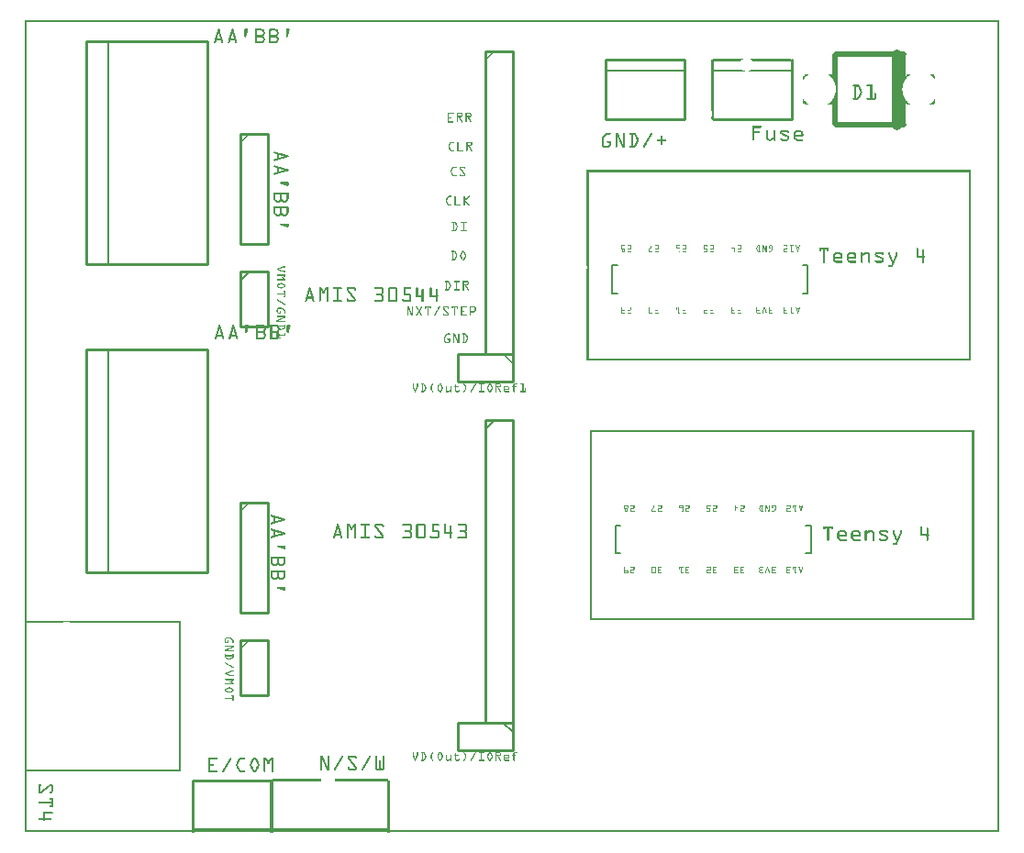
<source format=gto>
G04 MADE WITH FRITZING*
G04 WWW.FRITZING.ORG*
G04 DOUBLE SIDED*
G04 HOLES PLATED*
G04 CONTOUR ON CENTER OF CONTOUR VECTOR*
%ASAXBY*%
%FSLAX23Y23*%
%MOIN*%
%OFA0B0*%
%SFA1.0B1.0*%
%ADD10C,0.010000*%
%ADD11C,0.005000*%
%ADD12C,0.019093*%
%ADD13C,0.038186*%
%ADD14C,0.008000*%
%ADD15C,0.006944*%
%ADD16R,0.001000X0.001000*%
%LNSILK1*%
G90*
G70*
G54D10*
X784Y2540D02*
X784Y2140D01*
D02*
X784Y2140D02*
X884Y2140D01*
D02*
X884Y2140D02*
X884Y2540D01*
D02*
X884Y2540D02*
X784Y2540D01*
D02*
X784Y1200D02*
X784Y800D01*
D02*
X784Y800D02*
X884Y800D01*
D02*
X884Y800D02*
X884Y1200D01*
D02*
X884Y1200D02*
X784Y1200D01*
D02*
X664Y945D02*
X664Y1755D01*
D02*
X664Y1755D02*
X224Y1755D01*
D02*
X224Y1755D02*
X224Y945D01*
D02*
X224Y945D02*
X664Y945D01*
G54D11*
D02*
X304Y1755D02*
X304Y945D01*
G54D10*
D02*
X664Y2065D02*
X664Y2875D01*
D02*
X664Y2875D02*
X224Y2875D01*
D02*
X224Y2875D02*
X224Y2065D01*
D02*
X224Y2065D02*
X664Y2065D01*
G54D11*
D02*
X304Y2875D02*
X304Y2065D01*
G54D10*
D02*
X2500Y2592D02*
X2786Y2592D01*
D02*
X2786Y2592D02*
X2786Y2808D01*
G54D12*
D02*
X3194Y2571D02*
X2946Y2571D01*
D02*
X2946Y2829D02*
X3194Y2829D01*
G54D13*
D02*
X3169Y2829D02*
X3169Y2571D01*
G54D10*
D02*
X1674Y2840D02*
X1674Y1740D01*
D02*
X1674Y1740D02*
X1774Y1740D01*
D02*
X1774Y1740D02*
X1774Y2840D01*
D02*
X1774Y2840D02*
X1674Y2840D01*
D02*
X1674Y1500D02*
X1674Y400D01*
D02*
X1674Y400D02*
X1774Y400D01*
D02*
X1774Y400D02*
X1774Y1500D01*
D02*
X1774Y1500D02*
X1674Y1500D01*
G54D11*
D02*
X1674Y1465D02*
X1709Y1500D01*
G54D10*
D02*
X784Y2040D02*
X784Y1840D01*
D02*
X784Y1840D02*
X884Y1840D01*
D02*
X884Y1840D02*
X884Y2040D01*
D02*
X884Y2040D02*
X784Y2040D01*
G54D11*
D02*
X784Y2005D02*
X819Y2040D01*
G54D10*
D02*
X784Y700D02*
X784Y500D01*
D02*
X784Y500D02*
X884Y500D01*
D02*
X884Y500D02*
X884Y700D01*
D02*
X884Y700D02*
X784Y700D01*
D02*
X1774Y1740D02*
X1574Y1740D01*
D02*
X1574Y1740D02*
X1574Y1640D01*
D02*
X1574Y1640D02*
X1774Y1640D01*
D02*
X1774Y1640D02*
X1774Y1740D01*
D02*
X1774Y400D02*
X1574Y400D01*
D02*
X1574Y400D02*
X1574Y300D01*
D02*
X1574Y300D02*
X1774Y300D01*
D02*
X1774Y300D02*
X1774Y400D01*
G54D11*
D02*
X1739Y400D02*
X1774Y365D01*
G54D10*
D02*
X2110Y2592D02*
X2396Y2592D01*
D02*
X2396Y2592D02*
X2396Y2808D01*
D02*
X2396Y2808D02*
X2110Y2808D01*
D02*
X2110Y2808D02*
X2110Y2592D01*
G54D11*
D02*
X2396Y2768D02*
X2110Y2768D01*
G54D14*
D02*
X564Y225D02*
X564Y765D01*
G54D11*
D02*
X900Y12D02*
X1323Y12D01*
G54D10*
D02*
X898Y188D02*
X612Y188D01*
G54D11*
D02*
X612Y12D02*
X898Y12D01*
G54D15*
X2826Y2061D02*
X2845Y2061D01*
X2845Y1960D01*
X2826Y1960D01*
D02*
X2154Y1960D02*
X2135Y1960D01*
X2135Y2061D01*
X2154Y2061D01*
D02*
X2837Y1116D02*
X2856Y1116D01*
X2856Y1015D01*
X2837Y1015D01*
D02*
X2165Y1015D02*
X2146Y1015D01*
X2146Y1116D01*
X2165Y1116D01*
D02*
G54D16*
X0Y2953D02*
X3542Y2953D01*
X0Y2952D02*
X3542Y2952D01*
X0Y2951D02*
X3542Y2951D01*
X0Y2950D02*
X3542Y2950D01*
X0Y2949D02*
X3542Y2949D01*
X0Y2948D02*
X3542Y2948D01*
X0Y2947D02*
X3542Y2947D01*
X0Y2946D02*
X3542Y2946D01*
X0Y2945D02*
X7Y2945D01*
X3535Y2945D02*
X3542Y2945D01*
X0Y2944D02*
X7Y2944D01*
X3535Y2944D02*
X3542Y2944D01*
X0Y2943D02*
X7Y2943D01*
X3535Y2943D02*
X3542Y2943D01*
X0Y2942D02*
X7Y2942D01*
X3535Y2942D02*
X3542Y2942D01*
X0Y2941D02*
X7Y2941D01*
X3535Y2941D02*
X3542Y2941D01*
X0Y2940D02*
X7Y2940D01*
X3535Y2940D02*
X3542Y2940D01*
X0Y2939D02*
X7Y2939D01*
X3535Y2939D02*
X3542Y2939D01*
X0Y2938D02*
X7Y2938D01*
X3535Y2938D02*
X3542Y2938D01*
X0Y2937D02*
X7Y2937D01*
X3535Y2937D02*
X3542Y2937D01*
X0Y2936D02*
X7Y2936D01*
X3535Y2936D02*
X3542Y2936D01*
X0Y2935D02*
X7Y2935D01*
X3535Y2935D02*
X3542Y2935D01*
X0Y2934D02*
X7Y2934D01*
X3535Y2934D02*
X3542Y2934D01*
X0Y2933D02*
X7Y2933D01*
X3535Y2933D02*
X3542Y2933D01*
X0Y2932D02*
X7Y2932D01*
X3535Y2932D02*
X3542Y2932D01*
X0Y2931D02*
X7Y2931D01*
X3535Y2931D02*
X3542Y2931D01*
X0Y2930D02*
X7Y2930D01*
X3535Y2930D02*
X3542Y2930D01*
X0Y2929D02*
X7Y2929D01*
X3535Y2929D02*
X3542Y2929D01*
X0Y2928D02*
X7Y2928D01*
X3535Y2928D02*
X3542Y2928D01*
X0Y2927D02*
X7Y2927D01*
X3535Y2927D02*
X3542Y2927D01*
X0Y2926D02*
X7Y2926D01*
X3535Y2926D02*
X3542Y2926D01*
X0Y2925D02*
X7Y2925D01*
X3535Y2925D02*
X3542Y2925D01*
X0Y2924D02*
X7Y2924D01*
X3535Y2924D02*
X3542Y2924D01*
X0Y2923D02*
X7Y2923D01*
X3535Y2923D02*
X3542Y2923D01*
X0Y2922D02*
X7Y2922D01*
X3535Y2922D02*
X3542Y2922D01*
X0Y2921D02*
X7Y2921D01*
X705Y2921D02*
X706Y2921D01*
X755Y2921D02*
X756Y2921D01*
X802Y2921D02*
X810Y2921D01*
X839Y2921D02*
X861Y2921D01*
X890Y2921D02*
X911Y2921D01*
X952Y2921D02*
X960Y2921D01*
X3535Y2921D02*
X3542Y2921D01*
X0Y2920D02*
X7Y2920D01*
X703Y2920D02*
X707Y2920D01*
X753Y2920D02*
X758Y2920D01*
X800Y2920D02*
X811Y2920D01*
X839Y2920D02*
X864Y2920D01*
X889Y2920D02*
X915Y2920D01*
X951Y2920D02*
X962Y2920D01*
X3535Y2920D02*
X3542Y2920D01*
X0Y2919D02*
X7Y2919D01*
X703Y2919D02*
X708Y2919D01*
X753Y2919D02*
X758Y2919D01*
X800Y2919D02*
X812Y2919D01*
X839Y2919D02*
X866Y2919D01*
X889Y2919D02*
X916Y2919D01*
X950Y2919D02*
X962Y2919D01*
X3535Y2919D02*
X3542Y2919D01*
X0Y2918D02*
X7Y2918D01*
X702Y2918D02*
X708Y2918D01*
X752Y2918D02*
X759Y2918D01*
X799Y2918D02*
X812Y2918D01*
X839Y2918D02*
X867Y2918D01*
X889Y2918D02*
X918Y2918D01*
X950Y2918D02*
X963Y2918D01*
X3535Y2918D02*
X3542Y2918D01*
X0Y2917D02*
X7Y2917D01*
X702Y2917D02*
X709Y2917D01*
X752Y2917D02*
X759Y2917D01*
X799Y2917D02*
X812Y2917D01*
X839Y2917D02*
X869Y2917D01*
X889Y2917D02*
X919Y2917D01*
X950Y2917D02*
X963Y2917D01*
X3535Y2917D02*
X3542Y2917D01*
X0Y2916D02*
X7Y2916D01*
X702Y2916D02*
X709Y2916D01*
X752Y2916D02*
X759Y2916D01*
X799Y2916D02*
X812Y2916D01*
X839Y2916D02*
X869Y2916D01*
X889Y2916D02*
X920Y2916D01*
X950Y2916D02*
X962Y2916D01*
X3535Y2916D02*
X3542Y2916D01*
X0Y2915D02*
X7Y2915D01*
X701Y2915D02*
X709Y2915D01*
X752Y2915D02*
X759Y2915D01*
X799Y2915D02*
X812Y2915D01*
X839Y2915D02*
X870Y2915D01*
X889Y2915D02*
X920Y2915D01*
X950Y2915D02*
X962Y2915D01*
X3535Y2915D02*
X3542Y2915D01*
X0Y2914D02*
X7Y2914D01*
X701Y2914D02*
X710Y2914D01*
X751Y2914D02*
X760Y2914D01*
X799Y2914D02*
X811Y2914D01*
X839Y2914D02*
X845Y2914D01*
X861Y2914D02*
X871Y2914D01*
X889Y2914D02*
X896Y2914D01*
X912Y2914D02*
X921Y2914D01*
X950Y2914D02*
X962Y2914D01*
X3535Y2914D02*
X3542Y2914D01*
X0Y2913D02*
X7Y2913D01*
X701Y2913D02*
X710Y2913D01*
X751Y2913D02*
X760Y2913D01*
X799Y2913D02*
X811Y2913D01*
X839Y2913D02*
X845Y2913D01*
X864Y2913D02*
X871Y2913D01*
X889Y2913D02*
X895Y2913D01*
X914Y2913D02*
X922Y2913D01*
X950Y2913D02*
X962Y2913D01*
X3535Y2913D02*
X3542Y2913D01*
X0Y2912D02*
X7Y2912D01*
X700Y2912D02*
X710Y2912D01*
X751Y2912D02*
X760Y2912D01*
X799Y2912D02*
X811Y2912D01*
X839Y2912D02*
X845Y2912D01*
X865Y2912D02*
X872Y2912D01*
X889Y2912D02*
X895Y2912D01*
X915Y2912D02*
X922Y2912D01*
X950Y2912D02*
X961Y2912D01*
X3535Y2912D02*
X3542Y2912D01*
X0Y2911D02*
X7Y2911D01*
X700Y2911D02*
X710Y2911D01*
X750Y2911D02*
X761Y2911D01*
X799Y2911D02*
X810Y2911D01*
X839Y2911D02*
X845Y2911D01*
X865Y2911D02*
X872Y2911D01*
X889Y2911D02*
X895Y2911D01*
X916Y2911D02*
X922Y2911D01*
X950Y2911D02*
X961Y2911D01*
X3535Y2911D02*
X3542Y2911D01*
X0Y2910D02*
X7Y2910D01*
X700Y2910D02*
X711Y2910D01*
X750Y2910D02*
X761Y2910D01*
X799Y2910D02*
X810Y2910D01*
X839Y2910D02*
X845Y2910D01*
X866Y2910D02*
X872Y2910D01*
X889Y2910D02*
X895Y2910D01*
X916Y2910D02*
X923Y2910D01*
X950Y2910D02*
X961Y2910D01*
X3535Y2910D02*
X3542Y2910D01*
X0Y2909D02*
X7Y2909D01*
X700Y2909D02*
X711Y2909D01*
X750Y2909D02*
X761Y2909D01*
X799Y2909D02*
X810Y2909D01*
X839Y2909D02*
X845Y2909D01*
X866Y2909D02*
X873Y2909D01*
X889Y2909D02*
X895Y2909D01*
X917Y2909D02*
X923Y2909D01*
X950Y2909D02*
X960Y2909D01*
X3535Y2909D02*
X3542Y2909D01*
X0Y2908D02*
X7Y2908D01*
X699Y2908D02*
X711Y2908D01*
X749Y2908D02*
X762Y2908D01*
X799Y2908D02*
X809Y2908D01*
X839Y2908D02*
X845Y2908D01*
X867Y2908D02*
X873Y2908D01*
X889Y2908D02*
X895Y2908D01*
X917Y2908D02*
X923Y2908D01*
X950Y2908D02*
X960Y2908D01*
X3535Y2908D02*
X3542Y2908D01*
X0Y2907D02*
X7Y2907D01*
X699Y2907D02*
X712Y2907D01*
X749Y2907D02*
X762Y2907D01*
X799Y2907D02*
X809Y2907D01*
X839Y2907D02*
X845Y2907D01*
X867Y2907D02*
X873Y2907D01*
X889Y2907D02*
X895Y2907D01*
X917Y2907D02*
X923Y2907D01*
X950Y2907D02*
X960Y2907D01*
X3535Y2907D02*
X3542Y2907D01*
X0Y2906D02*
X7Y2906D01*
X699Y2906D02*
X712Y2906D01*
X749Y2906D02*
X762Y2906D01*
X799Y2906D02*
X809Y2906D01*
X839Y2906D02*
X845Y2906D01*
X867Y2906D02*
X873Y2906D01*
X889Y2906D02*
X895Y2906D01*
X917Y2906D02*
X923Y2906D01*
X950Y2906D02*
X960Y2906D01*
X3535Y2906D02*
X3542Y2906D01*
X0Y2905D02*
X7Y2905D01*
X698Y2905D02*
X712Y2905D01*
X749Y2905D02*
X762Y2905D01*
X799Y2905D02*
X809Y2905D01*
X839Y2905D02*
X845Y2905D01*
X867Y2905D02*
X873Y2905D01*
X889Y2905D02*
X895Y2905D01*
X917Y2905D02*
X923Y2905D01*
X950Y2905D02*
X959Y2905D01*
X3535Y2905D02*
X3542Y2905D01*
X0Y2904D02*
X7Y2904D01*
X698Y2904D02*
X704Y2904D01*
X706Y2904D02*
X712Y2904D01*
X748Y2904D02*
X763Y2904D01*
X799Y2904D02*
X808Y2904D01*
X839Y2904D02*
X845Y2904D01*
X867Y2904D02*
X873Y2904D01*
X889Y2904D02*
X895Y2904D01*
X917Y2904D02*
X923Y2904D01*
X950Y2904D02*
X959Y2904D01*
X3535Y2904D02*
X3542Y2904D01*
X0Y2903D02*
X7Y2903D01*
X698Y2903D02*
X704Y2903D01*
X706Y2903D02*
X713Y2903D01*
X748Y2903D02*
X754Y2903D01*
X757Y2903D02*
X763Y2903D01*
X799Y2903D02*
X808Y2903D01*
X839Y2903D02*
X845Y2903D01*
X866Y2903D02*
X873Y2903D01*
X889Y2903D02*
X895Y2903D01*
X917Y2903D02*
X923Y2903D01*
X950Y2903D02*
X959Y2903D01*
X3535Y2903D02*
X3542Y2903D01*
X0Y2902D02*
X7Y2902D01*
X698Y2902D02*
X704Y2902D01*
X707Y2902D02*
X713Y2902D01*
X748Y2902D02*
X754Y2902D01*
X757Y2902D02*
X763Y2902D01*
X799Y2902D02*
X808Y2902D01*
X839Y2902D02*
X845Y2902D01*
X866Y2902D02*
X872Y2902D01*
X889Y2902D02*
X895Y2902D01*
X916Y2902D02*
X923Y2902D01*
X950Y2902D02*
X958Y2902D01*
X3535Y2902D02*
X3542Y2902D01*
X0Y2901D02*
X7Y2901D01*
X697Y2901D02*
X704Y2901D01*
X707Y2901D02*
X713Y2901D01*
X747Y2901D02*
X754Y2901D01*
X757Y2901D02*
X764Y2901D01*
X799Y2901D02*
X807Y2901D01*
X839Y2901D02*
X845Y2901D01*
X866Y2901D02*
X872Y2901D01*
X889Y2901D02*
X895Y2901D01*
X916Y2901D02*
X922Y2901D01*
X950Y2901D02*
X958Y2901D01*
X3535Y2901D02*
X3542Y2901D01*
X0Y2900D02*
X7Y2900D01*
X697Y2900D02*
X703Y2900D01*
X707Y2900D02*
X714Y2900D01*
X747Y2900D02*
X753Y2900D01*
X758Y2900D02*
X764Y2900D01*
X799Y2900D02*
X807Y2900D01*
X839Y2900D02*
X845Y2900D01*
X865Y2900D02*
X872Y2900D01*
X889Y2900D02*
X895Y2900D01*
X915Y2900D02*
X922Y2900D01*
X950Y2900D02*
X958Y2900D01*
X3535Y2900D02*
X3542Y2900D01*
X0Y2899D02*
X7Y2899D01*
X697Y2899D02*
X703Y2899D01*
X708Y2899D02*
X714Y2899D01*
X747Y2899D02*
X753Y2899D01*
X758Y2899D02*
X764Y2899D01*
X799Y2899D02*
X807Y2899D01*
X839Y2899D02*
X845Y2899D01*
X864Y2899D02*
X872Y2899D01*
X889Y2899D02*
X895Y2899D01*
X914Y2899D02*
X922Y2899D01*
X950Y2899D02*
X957Y2899D01*
X3535Y2899D02*
X3542Y2899D01*
X0Y2898D02*
X7Y2898D01*
X696Y2898D02*
X703Y2898D01*
X708Y2898D02*
X714Y2898D01*
X747Y2898D02*
X753Y2898D01*
X758Y2898D02*
X764Y2898D01*
X799Y2898D02*
X807Y2898D01*
X839Y2898D02*
X845Y2898D01*
X862Y2898D02*
X871Y2898D01*
X889Y2898D02*
X895Y2898D01*
X912Y2898D02*
X921Y2898D01*
X950Y2898D02*
X957Y2898D01*
X3535Y2898D02*
X3542Y2898D01*
X0Y2897D02*
X7Y2897D01*
X696Y2897D02*
X702Y2897D01*
X708Y2897D02*
X715Y2897D01*
X746Y2897D02*
X753Y2897D01*
X758Y2897D02*
X765Y2897D01*
X799Y2897D02*
X806Y2897D01*
X839Y2897D02*
X870Y2897D01*
X889Y2897D02*
X921Y2897D01*
X950Y2897D02*
X957Y2897D01*
X3535Y2897D02*
X3542Y2897D01*
X0Y2896D02*
X7Y2896D01*
X696Y2896D02*
X702Y2896D01*
X708Y2896D02*
X715Y2896D01*
X746Y2896D02*
X752Y2896D01*
X759Y2896D02*
X765Y2896D01*
X799Y2896D02*
X806Y2896D01*
X839Y2896D02*
X870Y2896D01*
X889Y2896D02*
X920Y2896D01*
X950Y2896D02*
X957Y2896D01*
X3535Y2896D02*
X3542Y2896D01*
X0Y2895D02*
X7Y2895D01*
X695Y2895D02*
X702Y2895D01*
X709Y2895D02*
X715Y2895D01*
X746Y2895D02*
X752Y2895D01*
X759Y2895D02*
X765Y2895D01*
X799Y2895D02*
X806Y2895D01*
X839Y2895D02*
X869Y2895D01*
X889Y2895D02*
X919Y2895D01*
X950Y2895D02*
X956Y2895D01*
X3535Y2895D02*
X3542Y2895D01*
X0Y2894D02*
X7Y2894D01*
X695Y2894D02*
X702Y2894D01*
X709Y2894D02*
X715Y2894D01*
X745Y2894D02*
X752Y2894D01*
X759Y2894D02*
X766Y2894D01*
X799Y2894D02*
X805Y2894D01*
X839Y2894D02*
X868Y2894D01*
X889Y2894D02*
X918Y2894D01*
X950Y2894D02*
X956Y2894D01*
X3535Y2894D02*
X3542Y2894D01*
X0Y2893D02*
X7Y2893D01*
X695Y2893D02*
X701Y2893D01*
X709Y2893D02*
X716Y2893D01*
X745Y2893D02*
X751Y2893D01*
X760Y2893D02*
X766Y2893D01*
X799Y2893D02*
X805Y2893D01*
X839Y2893D02*
X869Y2893D01*
X889Y2893D02*
X919Y2893D01*
X950Y2893D02*
X956Y2893D01*
X3535Y2893D02*
X3542Y2893D01*
X0Y2892D02*
X7Y2892D01*
X695Y2892D02*
X701Y2892D01*
X710Y2892D02*
X716Y2892D01*
X745Y2892D02*
X751Y2892D01*
X760Y2892D02*
X766Y2892D01*
X800Y2892D02*
X804Y2892D01*
X839Y2892D02*
X870Y2892D01*
X889Y2892D02*
X920Y2892D01*
X951Y2892D02*
X955Y2892D01*
X3535Y2892D02*
X3542Y2892D01*
X0Y2891D02*
X7Y2891D01*
X694Y2891D02*
X701Y2891D01*
X710Y2891D02*
X716Y2891D01*
X745Y2891D02*
X751Y2891D01*
X760Y2891D02*
X766Y2891D01*
X801Y2891D02*
X803Y2891D01*
X839Y2891D02*
X871Y2891D01*
X889Y2891D02*
X921Y2891D01*
X952Y2891D02*
X954Y2891D01*
X3535Y2891D02*
X3542Y2891D01*
X0Y2890D02*
X7Y2890D01*
X694Y2890D02*
X700Y2890D01*
X710Y2890D02*
X717Y2890D01*
X744Y2890D02*
X751Y2890D01*
X760Y2890D02*
X767Y2890D01*
X839Y2890D02*
X845Y2890D01*
X863Y2890D02*
X871Y2890D01*
X889Y2890D02*
X895Y2890D01*
X913Y2890D02*
X921Y2890D01*
X3535Y2890D02*
X3542Y2890D01*
X0Y2889D02*
X7Y2889D01*
X694Y2889D02*
X700Y2889D01*
X711Y2889D02*
X717Y2889D01*
X744Y2889D02*
X750Y2889D01*
X761Y2889D02*
X767Y2889D01*
X839Y2889D02*
X845Y2889D01*
X864Y2889D02*
X872Y2889D01*
X889Y2889D02*
X895Y2889D01*
X914Y2889D02*
X922Y2889D01*
X3535Y2889D02*
X3542Y2889D01*
X0Y2888D02*
X7Y2888D01*
X693Y2888D02*
X700Y2888D01*
X711Y2888D02*
X717Y2888D01*
X744Y2888D02*
X750Y2888D01*
X761Y2888D02*
X767Y2888D01*
X839Y2888D02*
X845Y2888D01*
X865Y2888D02*
X872Y2888D01*
X889Y2888D02*
X895Y2888D01*
X915Y2888D02*
X922Y2888D01*
X3535Y2888D02*
X3542Y2888D01*
X0Y2887D02*
X7Y2887D01*
X693Y2887D02*
X699Y2887D01*
X711Y2887D02*
X717Y2887D01*
X743Y2887D02*
X750Y2887D01*
X761Y2887D02*
X768Y2887D01*
X839Y2887D02*
X845Y2887D01*
X866Y2887D02*
X872Y2887D01*
X889Y2887D02*
X895Y2887D01*
X916Y2887D02*
X923Y2887D01*
X3535Y2887D02*
X3542Y2887D01*
X0Y2886D02*
X7Y2886D01*
X693Y2886D02*
X700Y2886D01*
X711Y2886D02*
X718Y2886D01*
X743Y2886D02*
X750Y2886D01*
X761Y2886D02*
X768Y2886D01*
X839Y2886D02*
X845Y2886D01*
X866Y2886D02*
X873Y2886D01*
X889Y2886D02*
X895Y2886D01*
X916Y2886D02*
X923Y2886D01*
X3535Y2886D02*
X3542Y2886D01*
X0Y2885D02*
X7Y2885D01*
X693Y2885D02*
X718Y2885D01*
X743Y2885D02*
X768Y2885D01*
X839Y2885D02*
X845Y2885D01*
X867Y2885D02*
X873Y2885D01*
X889Y2885D02*
X895Y2885D01*
X917Y2885D02*
X923Y2885D01*
X3535Y2885D02*
X3542Y2885D01*
X0Y2884D02*
X7Y2884D01*
X692Y2884D02*
X718Y2884D01*
X742Y2884D02*
X768Y2884D01*
X839Y2884D02*
X845Y2884D01*
X867Y2884D02*
X873Y2884D01*
X889Y2884D02*
X895Y2884D01*
X917Y2884D02*
X923Y2884D01*
X3535Y2884D02*
X3542Y2884D01*
X0Y2883D02*
X7Y2883D01*
X692Y2883D02*
X719Y2883D01*
X742Y2883D02*
X769Y2883D01*
X839Y2883D02*
X845Y2883D01*
X867Y2883D02*
X873Y2883D01*
X889Y2883D02*
X895Y2883D01*
X917Y2883D02*
X923Y2883D01*
X3535Y2883D02*
X3542Y2883D01*
X0Y2882D02*
X7Y2882D01*
X692Y2882D02*
X719Y2882D01*
X742Y2882D02*
X769Y2882D01*
X839Y2882D02*
X845Y2882D01*
X867Y2882D02*
X873Y2882D01*
X889Y2882D02*
X895Y2882D01*
X917Y2882D02*
X923Y2882D01*
X3535Y2882D02*
X3542Y2882D01*
X0Y2881D02*
X7Y2881D01*
X691Y2881D02*
X719Y2881D01*
X742Y2881D02*
X769Y2881D01*
X839Y2881D02*
X845Y2881D01*
X867Y2881D02*
X873Y2881D01*
X889Y2881D02*
X895Y2881D01*
X917Y2881D02*
X923Y2881D01*
X3535Y2881D02*
X3542Y2881D01*
X0Y2880D02*
X7Y2880D01*
X691Y2880D02*
X719Y2880D01*
X741Y2880D02*
X770Y2880D01*
X839Y2880D02*
X845Y2880D01*
X867Y2880D02*
X873Y2880D01*
X889Y2880D02*
X895Y2880D01*
X917Y2880D02*
X923Y2880D01*
X3535Y2880D02*
X3542Y2880D01*
X0Y2879D02*
X7Y2879D01*
X691Y2879D02*
X720Y2879D01*
X741Y2879D02*
X770Y2879D01*
X839Y2879D02*
X845Y2879D01*
X866Y2879D02*
X873Y2879D01*
X889Y2879D02*
X895Y2879D01*
X917Y2879D02*
X923Y2879D01*
X3535Y2879D02*
X3542Y2879D01*
X0Y2878D02*
X7Y2878D01*
X691Y2878D02*
X697Y2878D01*
X714Y2878D02*
X720Y2878D01*
X741Y2878D02*
X747Y2878D01*
X764Y2878D02*
X770Y2878D01*
X839Y2878D02*
X845Y2878D01*
X866Y2878D02*
X872Y2878D01*
X889Y2878D02*
X895Y2878D01*
X916Y2878D02*
X923Y2878D01*
X3535Y2878D02*
X3542Y2878D01*
X0Y2877D02*
X7Y2877D01*
X690Y2877D02*
X697Y2877D01*
X714Y2877D02*
X720Y2877D01*
X740Y2877D02*
X747Y2877D01*
X764Y2877D02*
X771Y2877D01*
X839Y2877D02*
X845Y2877D01*
X865Y2877D02*
X872Y2877D01*
X889Y2877D02*
X895Y2877D01*
X915Y2877D02*
X922Y2877D01*
X3535Y2877D02*
X3542Y2877D01*
X0Y2876D02*
X7Y2876D01*
X690Y2876D02*
X696Y2876D01*
X714Y2876D02*
X721Y2876D01*
X740Y2876D02*
X746Y2876D01*
X765Y2876D02*
X771Y2876D01*
X839Y2876D02*
X845Y2876D01*
X864Y2876D02*
X872Y2876D01*
X889Y2876D02*
X895Y2876D01*
X915Y2876D02*
X922Y2876D01*
X3535Y2876D02*
X3542Y2876D01*
X0Y2875D02*
X7Y2875D01*
X690Y2875D02*
X696Y2875D01*
X715Y2875D02*
X721Y2875D01*
X740Y2875D02*
X746Y2875D01*
X765Y2875D02*
X771Y2875D01*
X839Y2875D02*
X845Y2875D01*
X863Y2875D02*
X871Y2875D01*
X889Y2875D02*
X895Y2875D01*
X913Y2875D02*
X921Y2875D01*
X3535Y2875D02*
X3542Y2875D01*
X0Y2874D02*
X7Y2874D01*
X689Y2874D02*
X696Y2874D01*
X715Y2874D02*
X721Y2874D01*
X740Y2874D02*
X746Y2874D01*
X765Y2874D02*
X771Y2874D01*
X839Y2874D02*
X871Y2874D01*
X889Y2874D02*
X921Y2874D01*
X3535Y2874D02*
X3542Y2874D01*
X0Y2873D02*
X7Y2873D01*
X689Y2873D02*
X695Y2873D01*
X715Y2873D02*
X722Y2873D01*
X739Y2873D02*
X746Y2873D01*
X765Y2873D02*
X772Y2873D01*
X839Y2873D02*
X870Y2873D01*
X889Y2873D02*
X920Y2873D01*
X3535Y2873D02*
X3542Y2873D01*
X0Y2872D02*
X7Y2872D01*
X689Y2872D02*
X695Y2872D01*
X716Y2872D02*
X722Y2872D01*
X739Y2872D02*
X745Y2872D01*
X766Y2872D02*
X772Y2872D01*
X839Y2872D02*
X869Y2872D01*
X889Y2872D02*
X919Y2872D01*
X3535Y2872D02*
X3542Y2872D01*
X0Y2871D02*
X7Y2871D01*
X688Y2871D02*
X695Y2871D01*
X716Y2871D02*
X722Y2871D01*
X739Y2871D02*
X745Y2871D01*
X766Y2871D02*
X772Y2871D01*
X839Y2871D02*
X868Y2871D01*
X889Y2871D02*
X918Y2871D01*
X3535Y2871D02*
X3542Y2871D01*
X0Y2870D02*
X7Y2870D01*
X688Y2870D02*
X694Y2870D01*
X716Y2870D02*
X722Y2870D01*
X739Y2870D02*
X745Y2870D01*
X766Y2870D02*
X772Y2870D01*
X839Y2870D02*
X867Y2870D01*
X889Y2870D02*
X917Y2870D01*
X3535Y2870D02*
X3542Y2870D01*
X0Y2869D02*
X7Y2869D01*
X689Y2869D02*
X694Y2869D01*
X717Y2869D02*
X722Y2869D01*
X739Y2869D02*
X744Y2869D01*
X767Y2869D02*
X772Y2869D01*
X839Y2869D02*
X866Y2869D01*
X889Y2869D02*
X916Y2869D01*
X3535Y2869D02*
X3542Y2869D01*
X0Y2868D02*
X7Y2868D01*
X690Y2868D02*
X693Y2868D01*
X717Y2868D02*
X721Y2868D01*
X740Y2868D02*
X744Y2868D01*
X767Y2868D02*
X771Y2868D01*
X839Y2868D02*
X864Y2868D01*
X889Y2868D02*
X914Y2868D01*
X3535Y2868D02*
X3542Y2868D01*
X0Y2867D02*
X7Y2867D01*
X3535Y2867D02*
X3542Y2867D01*
X0Y2866D02*
X7Y2866D01*
X3535Y2866D02*
X3542Y2866D01*
X0Y2865D02*
X7Y2865D01*
X3535Y2865D02*
X3542Y2865D01*
X0Y2864D02*
X7Y2864D01*
X3535Y2864D02*
X3542Y2864D01*
X0Y2863D02*
X7Y2863D01*
X3535Y2863D02*
X3542Y2863D01*
X0Y2862D02*
X7Y2862D01*
X3535Y2862D02*
X3542Y2862D01*
X0Y2861D02*
X7Y2861D01*
X3535Y2861D02*
X3542Y2861D01*
X0Y2860D02*
X7Y2860D01*
X3535Y2860D02*
X3542Y2860D01*
X0Y2859D02*
X7Y2859D01*
X3535Y2859D02*
X3542Y2859D01*
X0Y2858D02*
X7Y2858D01*
X3535Y2858D02*
X3542Y2858D01*
X0Y2857D02*
X7Y2857D01*
X3535Y2857D02*
X3542Y2857D01*
X0Y2856D02*
X7Y2856D01*
X3535Y2856D02*
X3542Y2856D01*
X0Y2855D02*
X7Y2855D01*
X3535Y2855D02*
X3542Y2855D01*
X0Y2854D02*
X7Y2854D01*
X3535Y2854D02*
X3542Y2854D01*
X0Y2853D02*
X7Y2853D01*
X3535Y2853D02*
X3542Y2853D01*
X0Y2852D02*
X7Y2852D01*
X3535Y2852D02*
X3542Y2852D01*
X0Y2851D02*
X7Y2851D01*
X3535Y2851D02*
X3542Y2851D01*
X0Y2850D02*
X7Y2850D01*
X3535Y2850D02*
X3542Y2850D01*
X0Y2849D02*
X7Y2849D01*
X3535Y2849D02*
X3542Y2849D01*
X0Y2848D02*
X7Y2848D01*
X3535Y2848D02*
X3542Y2848D01*
X0Y2847D02*
X7Y2847D01*
X3535Y2847D02*
X3542Y2847D01*
X0Y2846D02*
X7Y2846D01*
X3535Y2846D02*
X3542Y2846D01*
X0Y2845D02*
X7Y2845D01*
X3535Y2845D02*
X3542Y2845D01*
X0Y2844D02*
X7Y2844D01*
X3535Y2844D02*
X3542Y2844D01*
X0Y2843D02*
X7Y2843D01*
X3535Y2843D02*
X3542Y2843D01*
X0Y2842D02*
X7Y2842D01*
X3535Y2842D02*
X3542Y2842D01*
X0Y2841D02*
X7Y2841D01*
X1706Y2841D02*
X1707Y2841D01*
X3535Y2841D02*
X3542Y2841D01*
X0Y2840D02*
X7Y2840D01*
X1705Y2840D02*
X1708Y2840D01*
X3535Y2840D02*
X3542Y2840D01*
X0Y2839D02*
X7Y2839D01*
X1704Y2839D02*
X1709Y2839D01*
X3535Y2839D02*
X3542Y2839D01*
X0Y2838D02*
X7Y2838D01*
X1703Y2838D02*
X1709Y2838D01*
X3535Y2838D02*
X3542Y2838D01*
X0Y2837D02*
X7Y2837D01*
X1702Y2837D02*
X1708Y2837D01*
X3535Y2837D02*
X3542Y2837D01*
X0Y2836D02*
X7Y2836D01*
X1701Y2836D02*
X1707Y2836D01*
X3535Y2836D02*
X3542Y2836D01*
X0Y2835D02*
X7Y2835D01*
X1700Y2835D02*
X1706Y2835D01*
X3535Y2835D02*
X3542Y2835D01*
X0Y2834D02*
X7Y2834D01*
X1699Y2834D02*
X1705Y2834D01*
X3535Y2834D02*
X3542Y2834D01*
X0Y2833D02*
X7Y2833D01*
X1698Y2833D02*
X1704Y2833D01*
X3535Y2833D02*
X3542Y2833D01*
X0Y2832D02*
X7Y2832D01*
X1697Y2832D02*
X1703Y2832D01*
X3535Y2832D02*
X3542Y2832D01*
X0Y2831D02*
X7Y2831D01*
X1696Y2831D02*
X1702Y2831D01*
X3535Y2831D02*
X3542Y2831D01*
X0Y2830D02*
X7Y2830D01*
X1695Y2830D02*
X1701Y2830D01*
X3535Y2830D02*
X3542Y2830D01*
X0Y2829D02*
X7Y2829D01*
X1694Y2829D02*
X1700Y2829D01*
X2936Y2829D02*
X2954Y2829D01*
X3184Y2829D02*
X3202Y2829D01*
X3535Y2829D02*
X3542Y2829D01*
X0Y2828D02*
X7Y2828D01*
X1693Y2828D02*
X1699Y2828D01*
X2936Y2828D02*
X2954Y2828D01*
X3184Y2828D02*
X3202Y2828D01*
X3535Y2828D02*
X3542Y2828D01*
X0Y2827D02*
X7Y2827D01*
X1692Y2827D02*
X1698Y2827D01*
X2936Y2827D02*
X2954Y2827D01*
X3184Y2827D02*
X3202Y2827D01*
X3535Y2827D02*
X3542Y2827D01*
X0Y2826D02*
X7Y2826D01*
X1691Y2826D02*
X1697Y2826D01*
X2936Y2826D02*
X2954Y2826D01*
X3184Y2826D02*
X3202Y2826D01*
X3535Y2826D02*
X3542Y2826D01*
X0Y2825D02*
X7Y2825D01*
X1690Y2825D02*
X1695Y2825D01*
X2936Y2825D02*
X2954Y2825D01*
X3184Y2825D02*
X3202Y2825D01*
X3535Y2825D02*
X3542Y2825D01*
X0Y2824D02*
X7Y2824D01*
X1689Y2824D02*
X1694Y2824D01*
X2936Y2824D02*
X2954Y2824D01*
X3184Y2824D02*
X3202Y2824D01*
X3535Y2824D02*
X3542Y2824D01*
X0Y2823D02*
X7Y2823D01*
X1688Y2823D02*
X1693Y2823D01*
X2936Y2823D02*
X2954Y2823D01*
X3184Y2823D02*
X3202Y2823D01*
X3535Y2823D02*
X3542Y2823D01*
X0Y2822D02*
X7Y2822D01*
X1687Y2822D02*
X1692Y2822D01*
X2936Y2822D02*
X2954Y2822D01*
X3184Y2822D02*
X3202Y2822D01*
X3535Y2822D02*
X3542Y2822D01*
X0Y2821D02*
X7Y2821D01*
X1686Y2821D02*
X1691Y2821D01*
X2936Y2821D02*
X2954Y2821D01*
X3184Y2821D02*
X3202Y2821D01*
X3535Y2821D02*
X3542Y2821D01*
X0Y2820D02*
X7Y2820D01*
X1685Y2820D02*
X1690Y2820D01*
X2936Y2820D02*
X2954Y2820D01*
X3184Y2820D02*
X3202Y2820D01*
X3535Y2820D02*
X3542Y2820D01*
X0Y2819D02*
X7Y2819D01*
X1684Y2819D02*
X1689Y2819D01*
X2936Y2819D02*
X2954Y2819D01*
X3184Y2819D02*
X3202Y2819D01*
X3535Y2819D02*
X3542Y2819D01*
X0Y2818D02*
X7Y2818D01*
X1683Y2818D02*
X1688Y2818D01*
X2936Y2818D02*
X2954Y2818D01*
X3184Y2818D02*
X3202Y2818D01*
X3535Y2818D02*
X3542Y2818D01*
X0Y2817D02*
X7Y2817D01*
X1682Y2817D02*
X1688Y2817D01*
X2936Y2817D02*
X2954Y2817D01*
X3184Y2817D02*
X3202Y2817D01*
X3535Y2817D02*
X3542Y2817D01*
X0Y2816D02*
X7Y2816D01*
X1681Y2816D02*
X1687Y2816D01*
X2936Y2816D02*
X2954Y2816D01*
X3184Y2816D02*
X3202Y2816D01*
X3535Y2816D02*
X3542Y2816D01*
X0Y2815D02*
X7Y2815D01*
X1680Y2815D02*
X1686Y2815D01*
X2936Y2815D02*
X2954Y2815D01*
X3184Y2815D02*
X3202Y2815D01*
X3535Y2815D02*
X3542Y2815D01*
X0Y2814D02*
X7Y2814D01*
X1679Y2814D02*
X1685Y2814D01*
X2936Y2814D02*
X2954Y2814D01*
X3184Y2814D02*
X3202Y2814D01*
X3535Y2814D02*
X3542Y2814D01*
X0Y2813D02*
X7Y2813D01*
X1678Y2813D02*
X1684Y2813D01*
X2500Y2813D02*
X2613Y2813D01*
X2634Y2813D02*
X2784Y2813D01*
X2936Y2813D02*
X2954Y2813D01*
X3184Y2813D02*
X3202Y2813D01*
X3535Y2813D02*
X3542Y2813D01*
X0Y2812D02*
X7Y2812D01*
X1677Y2812D02*
X1683Y2812D01*
X2500Y2812D02*
X2611Y2812D01*
X2636Y2812D02*
X2784Y2812D01*
X2936Y2812D02*
X2954Y2812D01*
X3184Y2812D02*
X3202Y2812D01*
X3535Y2812D02*
X3542Y2812D01*
X0Y2811D02*
X7Y2811D01*
X1676Y2811D02*
X1682Y2811D01*
X2500Y2811D02*
X2609Y2811D01*
X2638Y2811D02*
X2784Y2811D01*
X2936Y2811D02*
X2954Y2811D01*
X3184Y2811D02*
X3202Y2811D01*
X3535Y2811D02*
X3542Y2811D01*
X0Y2810D02*
X7Y2810D01*
X1675Y2810D02*
X1681Y2810D01*
X2500Y2810D02*
X2608Y2810D01*
X2639Y2810D02*
X2784Y2810D01*
X2936Y2810D02*
X2954Y2810D01*
X3184Y2810D02*
X3202Y2810D01*
X3535Y2810D02*
X3542Y2810D01*
X0Y2809D02*
X7Y2809D01*
X1674Y2809D02*
X1680Y2809D01*
X2500Y2809D02*
X2607Y2809D01*
X2640Y2809D02*
X2784Y2809D01*
X2936Y2809D02*
X2954Y2809D01*
X3184Y2809D02*
X3202Y2809D01*
X3535Y2809D02*
X3542Y2809D01*
X0Y2808D02*
X7Y2808D01*
X1673Y2808D02*
X1679Y2808D01*
X2495Y2808D02*
X2606Y2808D01*
X2642Y2808D02*
X2784Y2808D01*
X2936Y2808D02*
X2954Y2808D01*
X3184Y2808D02*
X3202Y2808D01*
X3535Y2808D02*
X3542Y2808D01*
X0Y2807D02*
X7Y2807D01*
X1672Y2807D02*
X1678Y2807D01*
X2495Y2807D02*
X2605Y2807D01*
X2642Y2807D02*
X2784Y2807D01*
X2936Y2807D02*
X2954Y2807D01*
X3184Y2807D02*
X3202Y2807D01*
X3535Y2807D02*
X3542Y2807D01*
X0Y2806D02*
X7Y2806D01*
X1673Y2806D02*
X1677Y2806D01*
X2495Y2806D02*
X2604Y2806D01*
X2643Y2806D02*
X2784Y2806D01*
X2936Y2806D02*
X2954Y2806D01*
X3184Y2806D02*
X3202Y2806D01*
X3535Y2806D02*
X3542Y2806D01*
X0Y2805D02*
X7Y2805D01*
X1674Y2805D02*
X1676Y2805D01*
X2495Y2805D02*
X2603Y2805D01*
X2644Y2805D02*
X2784Y2805D01*
X2936Y2805D02*
X2954Y2805D01*
X3184Y2805D02*
X3202Y2805D01*
X3535Y2805D02*
X3542Y2805D01*
X0Y2804D02*
X7Y2804D01*
X2495Y2804D02*
X2602Y2804D01*
X2645Y2804D02*
X2784Y2804D01*
X2936Y2804D02*
X2954Y2804D01*
X3184Y2804D02*
X3202Y2804D01*
X3535Y2804D02*
X3542Y2804D01*
X0Y2803D02*
X7Y2803D01*
X2495Y2803D02*
X2504Y2803D01*
X2936Y2803D02*
X2954Y2803D01*
X3184Y2803D02*
X3202Y2803D01*
X3535Y2803D02*
X3542Y2803D01*
X0Y2802D02*
X7Y2802D01*
X2495Y2802D02*
X2504Y2802D01*
X2936Y2802D02*
X2954Y2802D01*
X3184Y2802D02*
X3202Y2802D01*
X3535Y2802D02*
X3542Y2802D01*
X0Y2801D02*
X7Y2801D01*
X2495Y2801D02*
X2504Y2801D01*
X2936Y2801D02*
X2954Y2801D01*
X3184Y2801D02*
X3202Y2801D01*
X3535Y2801D02*
X3542Y2801D01*
X0Y2800D02*
X7Y2800D01*
X2495Y2800D02*
X2504Y2800D01*
X2936Y2800D02*
X2954Y2800D01*
X3184Y2800D02*
X3202Y2800D01*
X3535Y2800D02*
X3542Y2800D01*
X0Y2799D02*
X7Y2799D01*
X2495Y2799D02*
X2504Y2799D01*
X2936Y2799D02*
X2954Y2799D01*
X3184Y2799D02*
X3202Y2799D01*
X3535Y2799D02*
X3542Y2799D01*
X0Y2798D02*
X7Y2798D01*
X2495Y2798D02*
X2504Y2798D01*
X2936Y2798D02*
X2954Y2798D01*
X3184Y2798D02*
X3202Y2798D01*
X3535Y2798D02*
X3542Y2798D01*
X0Y2797D02*
X7Y2797D01*
X2495Y2797D02*
X2504Y2797D01*
X2936Y2797D02*
X2954Y2797D01*
X3184Y2797D02*
X3202Y2797D01*
X3535Y2797D02*
X3542Y2797D01*
X0Y2796D02*
X7Y2796D01*
X2495Y2796D02*
X2504Y2796D01*
X2936Y2796D02*
X2954Y2796D01*
X3184Y2796D02*
X3202Y2796D01*
X3535Y2796D02*
X3542Y2796D01*
X0Y2795D02*
X7Y2795D01*
X2495Y2795D02*
X2504Y2795D01*
X2936Y2795D02*
X2954Y2795D01*
X3184Y2795D02*
X3202Y2795D01*
X3535Y2795D02*
X3542Y2795D01*
X0Y2794D02*
X7Y2794D01*
X2495Y2794D02*
X2504Y2794D01*
X2936Y2794D02*
X2954Y2794D01*
X3184Y2794D02*
X3202Y2794D01*
X3535Y2794D02*
X3542Y2794D01*
X0Y2793D02*
X7Y2793D01*
X2495Y2793D02*
X2504Y2793D01*
X2936Y2793D02*
X2954Y2793D01*
X3184Y2793D02*
X3202Y2793D01*
X3535Y2793D02*
X3542Y2793D01*
X0Y2792D02*
X7Y2792D01*
X2495Y2792D02*
X2504Y2792D01*
X2936Y2792D02*
X2954Y2792D01*
X3184Y2792D02*
X3202Y2792D01*
X3535Y2792D02*
X3542Y2792D01*
X0Y2791D02*
X7Y2791D01*
X2495Y2791D02*
X2504Y2791D01*
X2936Y2791D02*
X2954Y2791D01*
X3184Y2791D02*
X3202Y2791D01*
X3535Y2791D02*
X3542Y2791D01*
X0Y2790D02*
X7Y2790D01*
X2495Y2790D02*
X2504Y2790D01*
X2936Y2790D02*
X2954Y2790D01*
X3184Y2790D02*
X3202Y2790D01*
X3535Y2790D02*
X3542Y2790D01*
X0Y2789D02*
X7Y2789D01*
X2495Y2789D02*
X2504Y2789D01*
X2936Y2789D02*
X2954Y2789D01*
X3184Y2789D02*
X3202Y2789D01*
X3535Y2789D02*
X3542Y2789D01*
X0Y2788D02*
X7Y2788D01*
X2495Y2788D02*
X2504Y2788D01*
X2936Y2788D02*
X2954Y2788D01*
X3184Y2788D02*
X3202Y2788D01*
X3535Y2788D02*
X3542Y2788D01*
X0Y2787D02*
X7Y2787D01*
X2495Y2787D02*
X2504Y2787D01*
X2936Y2787D02*
X2954Y2787D01*
X3184Y2787D02*
X3202Y2787D01*
X3535Y2787D02*
X3542Y2787D01*
X0Y2786D02*
X7Y2786D01*
X2495Y2786D02*
X2504Y2786D01*
X2936Y2786D02*
X2954Y2786D01*
X3184Y2786D02*
X3202Y2786D01*
X3535Y2786D02*
X3542Y2786D01*
X0Y2785D02*
X7Y2785D01*
X2495Y2785D02*
X2504Y2785D01*
X2936Y2785D02*
X2954Y2785D01*
X3184Y2785D02*
X3202Y2785D01*
X3535Y2785D02*
X3542Y2785D01*
X0Y2784D02*
X7Y2784D01*
X2495Y2784D02*
X2504Y2784D01*
X2936Y2784D02*
X2954Y2784D01*
X3184Y2784D02*
X3202Y2784D01*
X3535Y2784D02*
X3542Y2784D01*
X0Y2783D02*
X7Y2783D01*
X2495Y2783D02*
X2504Y2783D01*
X2936Y2783D02*
X2954Y2783D01*
X3184Y2783D02*
X3202Y2783D01*
X3535Y2783D02*
X3542Y2783D01*
X0Y2782D02*
X7Y2782D01*
X2495Y2782D02*
X2504Y2782D01*
X2936Y2782D02*
X2954Y2782D01*
X3184Y2782D02*
X3202Y2782D01*
X3535Y2782D02*
X3542Y2782D01*
X0Y2781D02*
X7Y2781D01*
X2495Y2781D02*
X2504Y2781D01*
X2936Y2781D02*
X2954Y2781D01*
X3184Y2781D02*
X3202Y2781D01*
X3535Y2781D02*
X3542Y2781D01*
X0Y2780D02*
X7Y2780D01*
X2495Y2780D02*
X2504Y2780D01*
X2936Y2780D02*
X2954Y2780D01*
X3184Y2780D02*
X3202Y2780D01*
X3535Y2780D02*
X3542Y2780D01*
X0Y2779D02*
X7Y2779D01*
X2495Y2779D02*
X2504Y2779D01*
X2936Y2779D02*
X2954Y2779D01*
X3184Y2779D02*
X3202Y2779D01*
X3535Y2779D02*
X3542Y2779D01*
X0Y2778D02*
X7Y2778D01*
X2495Y2778D02*
X2504Y2778D01*
X2936Y2778D02*
X2954Y2778D01*
X3184Y2778D02*
X3202Y2778D01*
X3535Y2778D02*
X3542Y2778D01*
X0Y2777D02*
X7Y2777D01*
X2495Y2777D02*
X2504Y2777D01*
X2936Y2777D02*
X2954Y2777D01*
X3184Y2777D02*
X3202Y2777D01*
X3535Y2777D02*
X3542Y2777D01*
X0Y2776D02*
X7Y2776D01*
X2495Y2776D02*
X2504Y2776D01*
X2936Y2776D02*
X2954Y2776D01*
X3184Y2776D02*
X3202Y2776D01*
X3535Y2776D02*
X3542Y2776D01*
X0Y2775D02*
X7Y2775D01*
X2495Y2775D02*
X2504Y2775D01*
X2936Y2775D02*
X2954Y2775D01*
X3184Y2775D02*
X3202Y2775D01*
X3535Y2775D02*
X3542Y2775D01*
X0Y2774D02*
X7Y2774D01*
X2495Y2774D02*
X2504Y2774D01*
X2936Y2774D02*
X2954Y2774D01*
X3184Y2774D02*
X3202Y2774D01*
X3535Y2774D02*
X3542Y2774D01*
X0Y2773D02*
X7Y2773D01*
X2495Y2773D02*
X2504Y2773D01*
X2936Y2773D02*
X2954Y2773D01*
X3184Y2773D02*
X3202Y2773D01*
X3535Y2773D02*
X3542Y2773D01*
X0Y2772D02*
X7Y2772D01*
X2495Y2772D02*
X2504Y2772D01*
X2936Y2772D02*
X2954Y2772D01*
X3184Y2772D02*
X3202Y2772D01*
X3535Y2772D02*
X3542Y2772D01*
X0Y2771D02*
X7Y2771D01*
X2495Y2771D02*
X2608Y2771D01*
X2639Y2771D02*
X2784Y2771D01*
X2936Y2771D02*
X2954Y2771D01*
X3184Y2771D02*
X3202Y2771D01*
X3535Y2771D02*
X3542Y2771D01*
X0Y2770D02*
X7Y2770D01*
X2495Y2770D02*
X2610Y2770D01*
X2637Y2770D02*
X2784Y2770D01*
X2936Y2770D02*
X2954Y2770D01*
X3184Y2770D02*
X3202Y2770D01*
X3535Y2770D02*
X3542Y2770D01*
X0Y2769D02*
X7Y2769D01*
X2495Y2769D02*
X2612Y2769D01*
X2635Y2769D02*
X2784Y2769D01*
X2936Y2769D02*
X2954Y2769D01*
X3184Y2769D02*
X3202Y2769D01*
X3535Y2769D02*
X3542Y2769D01*
X0Y2768D02*
X7Y2768D01*
X2495Y2768D02*
X2614Y2768D01*
X2633Y2768D02*
X2784Y2768D01*
X2936Y2768D02*
X2954Y2768D01*
X3184Y2768D02*
X3202Y2768D01*
X3535Y2768D02*
X3542Y2768D01*
X0Y2767D02*
X7Y2767D01*
X2495Y2767D02*
X2617Y2767D01*
X2630Y2767D02*
X2784Y2767D01*
X2936Y2767D02*
X2954Y2767D01*
X3184Y2767D02*
X3202Y2767D01*
X3535Y2767D02*
X3542Y2767D01*
X0Y2766D02*
X7Y2766D01*
X2495Y2766D02*
X2504Y2766D01*
X2936Y2766D02*
X2954Y2766D01*
X3184Y2766D02*
X3202Y2766D01*
X3535Y2766D02*
X3542Y2766D01*
X0Y2765D02*
X7Y2765D01*
X2495Y2765D02*
X2504Y2765D01*
X2936Y2765D02*
X2954Y2765D01*
X3184Y2765D02*
X3202Y2765D01*
X3535Y2765D02*
X3542Y2765D01*
X0Y2764D02*
X7Y2764D01*
X2495Y2764D02*
X2504Y2764D01*
X2936Y2764D02*
X2954Y2764D01*
X3184Y2764D02*
X3202Y2764D01*
X3535Y2764D02*
X3542Y2764D01*
X0Y2763D02*
X7Y2763D01*
X2495Y2763D02*
X2504Y2763D01*
X2936Y2763D02*
X2954Y2763D01*
X3184Y2763D02*
X3202Y2763D01*
X3535Y2763D02*
X3542Y2763D01*
X0Y2762D02*
X7Y2762D01*
X2495Y2762D02*
X2504Y2762D01*
X2936Y2762D02*
X2954Y2762D01*
X3184Y2762D02*
X3202Y2762D01*
X3535Y2762D02*
X3542Y2762D01*
X0Y2761D02*
X7Y2761D01*
X2495Y2761D02*
X2504Y2761D01*
X2936Y2761D02*
X2954Y2761D01*
X3184Y2761D02*
X3202Y2761D01*
X3535Y2761D02*
X3542Y2761D01*
X0Y2760D02*
X7Y2760D01*
X2495Y2760D02*
X2504Y2760D01*
X2936Y2760D02*
X2954Y2760D01*
X3184Y2760D02*
X3202Y2760D01*
X3535Y2760D02*
X3542Y2760D01*
X0Y2759D02*
X7Y2759D01*
X2495Y2759D02*
X2504Y2759D01*
X2936Y2759D02*
X2954Y2759D01*
X3184Y2759D02*
X3202Y2759D01*
X3535Y2759D02*
X3542Y2759D01*
X0Y2758D02*
X7Y2758D01*
X2495Y2758D02*
X2504Y2758D01*
X2936Y2758D02*
X2954Y2758D01*
X3184Y2758D02*
X3202Y2758D01*
X3535Y2758D02*
X3542Y2758D01*
X0Y2757D02*
X7Y2757D01*
X2495Y2757D02*
X2504Y2757D01*
X2936Y2757D02*
X2954Y2757D01*
X3184Y2757D02*
X3202Y2757D01*
X3535Y2757D02*
X3542Y2757D01*
X0Y2756D02*
X7Y2756D01*
X2495Y2756D02*
X2504Y2756D01*
X2936Y2756D02*
X2954Y2756D01*
X3184Y2756D02*
X3202Y2756D01*
X3535Y2756D02*
X3542Y2756D01*
X0Y2755D02*
X7Y2755D01*
X2495Y2755D02*
X2504Y2755D01*
X2834Y2755D02*
X2848Y2755D01*
X2918Y2755D02*
X2933Y2755D01*
X2936Y2755D02*
X2954Y2755D01*
X3184Y2755D02*
X3202Y2755D01*
X3204Y2755D02*
X3218Y2755D01*
X3288Y2755D02*
X3303Y2755D01*
X3535Y2755D02*
X3542Y2755D01*
X0Y2754D02*
X7Y2754D01*
X2495Y2754D02*
X2504Y2754D01*
X2834Y2754D02*
X2847Y2754D01*
X2920Y2754D02*
X2933Y2754D01*
X2936Y2754D02*
X2954Y2754D01*
X3184Y2754D02*
X3202Y2754D01*
X3204Y2754D02*
X3217Y2754D01*
X3290Y2754D02*
X3303Y2754D01*
X3535Y2754D02*
X3542Y2754D01*
X0Y2753D02*
X7Y2753D01*
X2495Y2753D02*
X2504Y2753D01*
X2834Y2753D02*
X2845Y2753D01*
X2921Y2753D02*
X2933Y2753D01*
X2936Y2753D02*
X2954Y2753D01*
X3184Y2753D02*
X3202Y2753D01*
X3204Y2753D02*
X3215Y2753D01*
X3291Y2753D02*
X3303Y2753D01*
X3535Y2753D02*
X3542Y2753D01*
X0Y2752D02*
X7Y2752D01*
X2495Y2752D02*
X2504Y2752D01*
X2834Y2752D02*
X2844Y2752D01*
X2922Y2752D02*
X2933Y2752D01*
X2936Y2752D02*
X2954Y2752D01*
X3184Y2752D02*
X3202Y2752D01*
X3204Y2752D02*
X3214Y2752D01*
X3292Y2752D02*
X3303Y2752D01*
X3535Y2752D02*
X3542Y2752D01*
X0Y2751D02*
X7Y2751D01*
X2495Y2751D02*
X2504Y2751D01*
X2834Y2751D02*
X2843Y2751D01*
X2924Y2751D02*
X2933Y2751D01*
X2936Y2751D02*
X2954Y2751D01*
X3184Y2751D02*
X3202Y2751D01*
X3204Y2751D02*
X3213Y2751D01*
X3294Y2751D02*
X3303Y2751D01*
X3535Y2751D02*
X3542Y2751D01*
X0Y2750D02*
X7Y2750D01*
X2495Y2750D02*
X2504Y2750D01*
X2829Y2750D02*
X2841Y2750D01*
X2925Y2750D02*
X2954Y2750D01*
X3184Y2750D02*
X3211Y2750D01*
X3295Y2750D02*
X3308Y2750D01*
X3535Y2750D02*
X3542Y2750D01*
X0Y2749D02*
X7Y2749D01*
X2495Y2749D02*
X2504Y2749D01*
X2829Y2749D02*
X2840Y2749D01*
X2926Y2749D02*
X2954Y2749D01*
X3184Y2749D02*
X3210Y2749D01*
X3296Y2749D02*
X3308Y2749D01*
X3535Y2749D02*
X3542Y2749D01*
X0Y2748D02*
X7Y2748D01*
X2495Y2748D02*
X2504Y2748D01*
X2829Y2748D02*
X2839Y2748D01*
X2927Y2748D02*
X2954Y2748D01*
X3184Y2748D02*
X3209Y2748D01*
X3297Y2748D02*
X3308Y2748D01*
X3535Y2748D02*
X3542Y2748D01*
X0Y2747D02*
X7Y2747D01*
X2495Y2747D02*
X2504Y2747D01*
X2829Y2747D02*
X2838Y2747D01*
X2928Y2747D02*
X2954Y2747D01*
X3184Y2747D02*
X3208Y2747D01*
X3298Y2747D02*
X3308Y2747D01*
X3535Y2747D02*
X3542Y2747D01*
X0Y2746D02*
X7Y2746D01*
X2495Y2746D02*
X2504Y2746D01*
X2829Y2746D02*
X2837Y2746D01*
X2929Y2746D02*
X2954Y2746D01*
X3184Y2746D02*
X3207Y2746D01*
X3301Y2746D02*
X3308Y2746D01*
X3535Y2746D02*
X3542Y2746D01*
X0Y2745D02*
X7Y2745D01*
X2495Y2745D02*
X2504Y2745D01*
X2829Y2745D02*
X2836Y2745D01*
X2930Y2745D02*
X2954Y2745D01*
X3184Y2745D02*
X3206Y2745D01*
X3301Y2745D02*
X3308Y2745D01*
X3535Y2745D02*
X3542Y2745D01*
X0Y2744D02*
X7Y2744D01*
X2495Y2744D02*
X2504Y2744D01*
X2829Y2744D02*
X2835Y2744D01*
X2931Y2744D02*
X2954Y2744D01*
X3184Y2744D02*
X3205Y2744D01*
X3301Y2744D02*
X3308Y2744D01*
X3535Y2744D02*
X3542Y2744D01*
X0Y2743D02*
X7Y2743D01*
X2495Y2743D02*
X2504Y2743D01*
X2829Y2743D02*
X2834Y2743D01*
X2932Y2743D02*
X2954Y2743D01*
X3184Y2743D02*
X3204Y2743D01*
X3302Y2743D02*
X3308Y2743D01*
X3535Y2743D02*
X3542Y2743D01*
X0Y2742D02*
X7Y2742D01*
X2495Y2742D02*
X2504Y2742D01*
X2829Y2742D02*
X2833Y2742D01*
X2933Y2742D02*
X2954Y2742D01*
X3184Y2742D02*
X3203Y2742D01*
X3303Y2742D02*
X3308Y2742D01*
X3535Y2742D02*
X3542Y2742D01*
X0Y2741D02*
X7Y2741D01*
X2495Y2741D02*
X2504Y2741D01*
X2829Y2741D02*
X2833Y2741D01*
X2934Y2741D02*
X2954Y2741D01*
X3184Y2741D02*
X3203Y2741D01*
X3304Y2741D02*
X3308Y2741D01*
X3535Y2741D02*
X3542Y2741D01*
X0Y2740D02*
X7Y2740D01*
X2495Y2740D02*
X2504Y2740D01*
X2829Y2740D02*
X2832Y2740D01*
X2935Y2740D02*
X2954Y2740D01*
X3184Y2740D02*
X3202Y2740D01*
X3304Y2740D02*
X3308Y2740D01*
X3535Y2740D02*
X3542Y2740D01*
X0Y2739D02*
X7Y2739D01*
X2495Y2739D02*
X2504Y2739D01*
X2829Y2739D02*
X2831Y2739D01*
X2935Y2739D02*
X2954Y2739D01*
X3184Y2739D02*
X3201Y2739D01*
X3305Y2739D02*
X3308Y2739D01*
X3535Y2739D02*
X3542Y2739D01*
X0Y2738D02*
X7Y2738D01*
X2495Y2738D02*
X2504Y2738D01*
X2829Y2738D02*
X2830Y2738D01*
X2936Y2738D02*
X2954Y2738D01*
X3184Y2738D02*
X3200Y2738D01*
X3306Y2738D02*
X3308Y2738D01*
X3535Y2738D02*
X3542Y2738D01*
X0Y2737D02*
X7Y2737D01*
X2495Y2737D02*
X2504Y2737D01*
X2829Y2737D02*
X2830Y2737D01*
X2937Y2737D02*
X2954Y2737D01*
X3184Y2737D02*
X3200Y2737D01*
X3307Y2737D02*
X3308Y2737D01*
X3535Y2737D02*
X3542Y2737D01*
X0Y2736D02*
X7Y2736D01*
X2495Y2736D02*
X2504Y2736D01*
X2829Y2736D02*
X2829Y2736D01*
X2937Y2736D02*
X2954Y2736D01*
X3184Y2736D02*
X3199Y2736D01*
X3307Y2736D02*
X3308Y2736D01*
X3535Y2736D02*
X3542Y2736D01*
X0Y2735D02*
X7Y2735D01*
X2495Y2735D02*
X2504Y2735D01*
X2938Y2735D02*
X2954Y2735D01*
X3184Y2735D02*
X3198Y2735D01*
X3308Y2735D02*
X3308Y2735D01*
X3535Y2735D02*
X3542Y2735D01*
X0Y2734D02*
X7Y2734D01*
X2495Y2734D02*
X2504Y2734D01*
X2939Y2734D02*
X2954Y2734D01*
X3184Y2734D02*
X3198Y2734D01*
X3535Y2734D02*
X3542Y2734D01*
X0Y2733D02*
X7Y2733D01*
X2495Y2733D02*
X2504Y2733D01*
X2939Y2733D02*
X2954Y2733D01*
X3184Y2733D02*
X3197Y2733D01*
X3535Y2733D02*
X3542Y2733D01*
X0Y2732D02*
X7Y2732D01*
X2495Y2732D02*
X2504Y2732D01*
X2940Y2732D02*
X2954Y2732D01*
X3184Y2732D02*
X3196Y2732D01*
X3535Y2732D02*
X3542Y2732D01*
X0Y2731D02*
X7Y2731D01*
X2495Y2731D02*
X2504Y2731D01*
X2940Y2731D02*
X2954Y2731D01*
X3184Y2731D02*
X3196Y2731D01*
X3535Y2731D02*
X3542Y2731D01*
X0Y2730D02*
X7Y2730D01*
X2495Y2730D02*
X2504Y2730D01*
X2941Y2730D02*
X2954Y2730D01*
X3184Y2730D02*
X3195Y2730D01*
X3535Y2730D02*
X3542Y2730D01*
X0Y2729D02*
X7Y2729D01*
X2495Y2729D02*
X2504Y2729D01*
X2941Y2729D02*
X2954Y2729D01*
X3184Y2729D02*
X3195Y2729D01*
X3535Y2729D02*
X3542Y2729D01*
X0Y2728D02*
X7Y2728D01*
X2495Y2728D02*
X2504Y2728D01*
X2942Y2728D02*
X2954Y2728D01*
X3184Y2728D02*
X3194Y2728D01*
X3535Y2728D02*
X3542Y2728D01*
X0Y2727D02*
X7Y2727D01*
X2495Y2727D02*
X2504Y2727D01*
X2942Y2727D02*
X2954Y2727D01*
X3184Y2727D02*
X3194Y2727D01*
X3535Y2727D02*
X3542Y2727D01*
X0Y2726D02*
X7Y2726D01*
X2495Y2726D02*
X2504Y2726D01*
X2943Y2726D02*
X2954Y2726D01*
X3184Y2726D02*
X3193Y2726D01*
X3535Y2726D02*
X3542Y2726D01*
X0Y2725D02*
X7Y2725D01*
X2495Y2725D02*
X2504Y2725D01*
X2943Y2725D02*
X2954Y2725D01*
X3184Y2725D02*
X3193Y2725D01*
X3535Y2725D02*
X3542Y2725D01*
X0Y2724D02*
X7Y2724D01*
X2495Y2724D02*
X2504Y2724D01*
X2944Y2724D02*
X2954Y2724D01*
X3184Y2724D02*
X3193Y2724D01*
X3535Y2724D02*
X3542Y2724D01*
X0Y2723D02*
X7Y2723D01*
X2495Y2723D02*
X2504Y2723D01*
X2944Y2723D02*
X2954Y2723D01*
X3184Y2723D02*
X3192Y2723D01*
X3535Y2723D02*
X3542Y2723D01*
X0Y2722D02*
X7Y2722D01*
X2495Y2722D02*
X2504Y2722D01*
X2944Y2722D02*
X2954Y2722D01*
X3184Y2722D02*
X3192Y2722D01*
X3535Y2722D02*
X3542Y2722D01*
X0Y2721D02*
X7Y2721D01*
X2495Y2721D02*
X2504Y2721D01*
X2945Y2721D02*
X2954Y2721D01*
X3184Y2721D02*
X3192Y2721D01*
X3535Y2721D02*
X3542Y2721D01*
X0Y2720D02*
X7Y2720D01*
X2495Y2720D02*
X2504Y2720D01*
X2945Y2720D02*
X2954Y2720D01*
X3184Y2720D02*
X3191Y2720D01*
X3535Y2720D02*
X3542Y2720D01*
X0Y2719D02*
X7Y2719D01*
X2495Y2719D02*
X2504Y2719D01*
X2945Y2719D02*
X2954Y2719D01*
X3184Y2719D02*
X3191Y2719D01*
X3535Y2719D02*
X3542Y2719D01*
X0Y2718D02*
X7Y2718D01*
X2495Y2718D02*
X2504Y2718D01*
X2946Y2718D02*
X2954Y2718D01*
X3013Y2718D02*
X3025Y2718D01*
X3063Y2718D02*
X3079Y2718D01*
X3184Y2718D02*
X3191Y2718D01*
X3535Y2718D02*
X3542Y2718D01*
X0Y2717D02*
X7Y2717D01*
X2495Y2717D02*
X2504Y2717D01*
X2946Y2717D02*
X2954Y2717D01*
X3010Y2717D02*
X3029Y2717D01*
X3060Y2717D02*
X3079Y2717D01*
X3184Y2717D02*
X3191Y2717D01*
X3535Y2717D02*
X3542Y2717D01*
X0Y2716D02*
X7Y2716D01*
X2495Y2716D02*
X2504Y2716D01*
X2946Y2716D02*
X2954Y2716D01*
X3010Y2716D02*
X3031Y2716D01*
X3060Y2716D02*
X3079Y2716D01*
X3184Y2716D02*
X3190Y2716D01*
X3535Y2716D02*
X3542Y2716D01*
X0Y2715D02*
X7Y2715D01*
X2495Y2715D02*
X2504Y2715D01*
X2946Y2715D02*
X2954Y2715D01*
X3009Y2715D02*
X3032Y2715D01*
X3059Y2715D02*
X3079Y2715D01*
X3184Y2715D02*
X3190Y2715D01*
X3535Y2715D02*
X3542Y2715D01*
X0Y2714D02*
X7Y2714D01*
X2495Y2714D02*
X2504Y2714D01*
X2947Y2714D02*
X2954Y2714D01*
X3009Y2714D02*
X3033Y2714D01*
X3059Y2714D02*
X3079Y2714D01*
X3184Y2714D02*
X3190Y2714D01*
X3535Y2714D02*
X3542Y2714D01*
X0Y2713D02*
X7Y2713D01*
X2495Y2713D02*
X2504Y2713D01*
X2947Y2713D02*
X2954Y2713D01*
X3010Y2713D02*
X3033Y2713D01*
X3060Y2713D02*
X3079Y2713D01*
X3184Y2713D02*
X3190Y2713D01*
X3535Y2713D02*
X3542Y2713D01*
X0Y2712D02*
X7Y2712D01*
X2495Y2712D02*
X2504Y2712D01*
X2947Y2712D02*
X2954Y2712D01*
X3010Y2712D02*
X3034Y2712D01*
X3061Y2712D02*
X3079Y2712D01*
X3184Y2712D02*
X3189Y2712D01*
X3535Y2712D02*
X3542Y2712D01*
X0Y2711D02*
X7Y2711D01*
X2495Y2711D02*
X2504Y2711D01*
X2947Y2711D02*
X2954Y2711D01*
X3016Y2711D02*
X3023Y2711D01*
X3026Y2711D02*
X3035Y2711D01*
X3073Y2711D02*
X3079Y2711D01*
X3184Y2711D02*
X3189Y2711D01*
X3535Y2711D02*
X3542Y2711D01*
X0Y2710D02*
X7Y2710D01*
X2495Y2710D02*
X2504Y2710D01*
X2947Y2710D02*
X2954Y2710D01*
X3016Y2710D02*
X3022Y2710D01*
X3028Y2710D02*
X3035Y2710D01*
X3073Y2710D02*
X3079Y2710D01*
X3184Y2710D02*
X3189Y2710D01*
X3535Y2710D02*
X3542Y2710D01*
X0Y2709D02*
X7Y2709D01*
X2495Y2709D02*
X2504Y2709D01*
X2947Y2709D02*
X2954Y2709D01*
X3016Y2709D02*
X3022Y2709D01*
X3029Y2709D02*
X3036Y2709D01*
X3073Y2709D02*
X3079Y2709D01*
X3184Y2709D02*
X3189Y2709D01*
X3535Y2709D02*
X3542Y2709D01*
X0Y2708D02*
X7Y2708D01*
X2495Y2708D02*
X2504Y2708D01*
X2948Y2708D02*
X2954Y2708D01*
X3016Y2708D02*
X3022Y2708D01*
X3029Y2708D02*
X3036Y2708D01*
X3073Y2708D02*
X3079Y2708D01*
X3184Y2708D02*
X3189Y2708D01*
X3535Y2708D02*
X3542Y2708D01*
X0Y2707D02*
X7Y2707D01*
X2495Y2707D02*
X2504Y2707D01*
X2948Y2707D02*
X2954Y2707D01*
X3016Y2707D02*
X3022Y2707D01*
X3030Y2707D02*
X3037Y2707D01*
X3073Y2707D02*
X3079Y2707D01*
X3184Y2707D02*
X3189Y2707D01*
X3535Y2707D02*
X3542Y2707D01*
X0Y2706D02*
X7Y2706D01*
X2495Y2706D02*
X2504Y2706D01*
X2948Y2706D02*
X2954Y2706D01*
X3016Y2706D02*
X3022Y2706D01*
X3030Y2706D02*
X3037Y2706D01*
X3073Y2706D02*
X3079Y2706D01*
X3184Y2706D02*
X3189Y2706D01*
X3535Y2706D02*
X3542Y2706D01*
X0Y2705D02*
X7Y2705D01*
X2495Y2705D02*
X2504Y2705D01*
X2948Y2705D02*
X2954Y2705D01*
X3016Y2705D02*
X3022Y2705D01*
X3031Y2705D02*
X3038Y2705D01*
X3073Y2705D02*
X3079Y2705D01*
X3184Y2705D02*
X3189Y2705D01*
X3535Y2705D02*
X3542Y2705D01*
X0Y2704D02*
X7Y2704D01*
X2495Y2704D02*
X2504Y2704D01*
X2948Y2704D02*
X2954Y2704D01*
X3016Y2704D02*
X3022Y2704D01*
X3031Y2704D02*
X3038Y2704D01*
X3073Y2704D02*
X3079Y2704D01*
X3184Y2704D02*
X3188Y2704D01*
X3535Y2704D02*
X3542Y2704D01*
X0Y2703D02*
X7Y2703D01*
X2495Y2703D02*
X2504Y2703D01*
X2948Y2703D02*
X2954Y2703D01*
X3016Y2703D02*
X3022Y2703D01*
X3032Y2703D02*
X3039Y2703D01*
X3073Y2703D02*
X3079Y2703D01*
X3184Y2703D02*
X3188Y2703D01*
X3535Y2703D02*
X3542Y2703D01*
X0Y2702D02*
X7Y2702D01*
X2495Y2702D02*
X2504Y2702D01*
X2948Y2702D02*
X2954Y2702D01*
X3016Y2702D02*
X3022Y2702D01*
X3032Y2702D02*
X3039Y2702D01*
X3073Y2702D02*
X3079Y2702D01*
X3184Y2702D02*
X3188Y2702D01*
X3535Y2702D02*
X3542Y2702D01*
X0Y2701D02*
X7Y2701D01*
X2495Y2701D02*
X2504Y2701D01*
X2948Y2701D02*
X2954Y2701D01*
X3016Y2701D02*
X3022Y2701D01*
X3033Y2701D02*
X3040Y2701D01*
X3073Y2701D02*
X3079Y2701D01*
X3184Y2701D02*
X3188Y2701D01*
X3535Y2701D02*
X3542Y2701D01*
X0Y2700D02*
X7Y2700D01*
X2495Y2700D02*
X2504Y2700D01*
X2948Y2700D02*
X2954Y2700D01*
X3016Y2700D02*
X3022Y2700D01*
X3033Y2700D02*
X3040Y2700D01*
X3073Y2700D02*
X3079Y2700D01*
X3184Y2700D02*
X3188Y2700D01*
X3535Y2700D02*
X3542Y2700D01*
X0Y2699D02*
X7Y2699D01*
X2495Y2699D02*
X2504Y2699D01*
X2948Y2699D02*
X2954Y2699D01*
X3016Y2699D02*
X3022Y2699D01*
X3034Y2699D02*
X3041Y2699D01*
X3073Y2699D02*
X3079Y2699D01*
X3184Y2699D02*
X3188Y2699D01*
X3535Y2699D02*
X3542Y2699D01*
X0Y2698D02*
X7Y2698D01*
X2495Y2698D02*
X2504Y2698D01*
X2948Y2698D02*
X2954Y2698D01*
X3016Y2698D02*
X3022Y2698D01*
X3034Y2698D02*
X3041Y2698D01*
X3073Y2698D02*
X3079Y2698D01*
X3184Y2698D02*
X3188Y2698D01*
X3535Y2698D02*
X3542Y2698D01*
X0Y2697D02*
X7Y2697D01*
X2495Y2697D02*
X2504Y2697D01*
X2948Y2697D02*
X2954Y2697D01*
X3016Y2697D02*
X3022Y2697D01*
X3035Y2697D02*
X3041Y2697D01*
X3073Y2697D02*
X3079Y2697D01*
X3184Y2697D02*
X3188Y2697D01*
X3535Y2697D02*
X3542Y2697D01*
X0Y2696D02*
X7Y2696D01*
X2495Y2696D02*
X2504Y2696D01*
X2948Y2696D02*
X2954Y2696D01*
X3016Y2696D02*
X3022Y2696D01*
X3035Y2696D02*
X3042Y2696D01*
X3073Y2696D02*
X3079Y2696D01*
X3184Y2696D02*
X3189Y2696D01*
X3535Y2696D02*
X3542Y2696D01*
X0Y2695D02*
X7Y2695D01*
X2495Y2695D02*
X2504Y2695D01*
X2948Y2695D02*
X2954Y2695D01*
X3016Y2695D02*
X3022Y2695D01*
X3036Y2695D02*
X3042Y2695D01*
X3073Y2695D02*
X3079Y2695D01*
X3184Y2695D02*
X3189Y2695D01*
X3535Y2695D02*
X3542Y2695D01*
X0Y2694D02*
X7Y2694D01*
X2495Y2694D02*
X2504Y2694D01*
X2948Y2694D02*
X2954Y2694D01*
X3016Y2694D02*
X3022Y2694D01*
X3036Y2694D02*
X3042Y2694D01*
X3073Y2694D02*
X3079Y2694D01*
X3184Y2694D02*
X3189Y2694D01*
X3535Y2694D02*
X3542Y2694D01*
X0Y2693D02*
X7Y2693D01*
X2495Y2693D02*
X2504Y2693D01*
X2947Y2693D02*
X2954Y2693D01*
X3016Y2693D02*
X3022Y2693D01*
X3036Y2693D02*
X3043Y2693D01*
X3073Y2693D02*
X3079Y2693D01*
X3184Y2693D02*
X3189Y2693D01*
X3535Y2693D02*
X3542Y2693D01*
X0Y2692D02*
X7Y2692D01*
X2495Y2692D02*
X2504Y2692D01*
X2947Y2692D02*
X2954Y2692D01*
X3016Y2692D02*
X3022Y2692D01*
X3037Y2692D02*
X3043Y2692D01*
X3073Y2692D02*
X3079Y2692D01*
X3184Y2692D02*
X3189Y2692D01*
X3535Y2692D02*
X3542Y2692D01*
X0Y2691D02*
X7Y2691D01*
X2495Y2691D02*
X2504Y2691D01*
X2947Y2691D02*
X2954Y2691D01*
X3016Y2691D02*
X3022Y2691D01*
X3037Y2691D02*
X3043Y2691D01*
X3073Y2691D02*
X3079Y2691D01*
X3184Y2691D02*
X3189Y2691D01*
X3535Y2691D02*
X3542Y2691D01*
X0Y2690D02*
X7Y2690D01*
X2495Y2690D02*
X2504Y2690D01*
X2947Y2690D02*
X2954Y2690D01*
X3016Y2690D02*
X3022Y2690D01*
X3037Y2690D02*
X3043Y2690D01*
X3073Y2690D02*
X3079Y2690D01*
X3184Y2690D02*
X3189Y2690D01*
X3535Y2690D02*
X3542Y2690D01*
X0Y2689D02*
X7Y2689D01*
X2495Y2689D02*
X2504Y2689D01*
X2947Y2689D02*
X2954Y2689D01*
X3016Y2689D02*
X3022Y2689D01*
X3036Y2689D02*
X3043Y2689D01*
X3073Y2689D02*
X3079Y2689D01*
X3184Y2689D02*
X3189Y2689D01*
X3535Y2689D02*
X3542Y2689D01*
X0Y2688D02*
X7Y2688D01*
X2495Y2688D02*
X2504Y2688D01*
X2947Y2688D02*
X2954Y2688D01*
X3016Y2688D02*
X3022Y2688D01*
X3036Y2688D02*
X3042Y2688D01*
X3073Y2688D02*
X3079Y2688D01*
X3089Y2688D02*
X3091Y2688D01*
X3184Y2688D02*
X3190Y2688D01*
X3535Y2688D02*
X3542Y2688D01*
X0Y2687D02*
X7Y2687D01*
X2495Y2687D02*
X2504Y2687D01*
X2946Y2687D02*
X2954Y2687D01*
X3016Y2687D02*
X3022Y2687D01*
X3036Y2687D02*
X3042Y2687D01*
X3073Y2687D02*
X3079Y2687D01*
X3088Y2687D02*
X3092Y2687D01*
X3184Y2687D02*
X3190Y2687D01*
X3535Y2687D02*
X3542Y2687D01*
X0Y2686D02*
X7Y2686D01*
X2495Y2686D02*
X2504Y2686D01*
X2946Y2686D02*
X2954Y2686D01*
X3016Y2686D02*
X3022Y2686D01*
X3035Y2686D02*
X3042Y2686D01*
X3073Y2686D02*
X3079Y2686D01*
X3087Y2686D02*
X3093Y2686D01*
X3184Y2686D02*
X3190Y2686D01*
X3535Y2686D02*
X3542Y2686D01*
X0Y2685D02*
X7Y2685D01*
X2495Y2685D02*
X2504Y2685D01*
X2946Y2685D02*
X2954Y2685D01*
X3016Y2685D02*
X3022Y2685D01*
X3035Y2685D02*
X3041Y2685D01*
X3073Y2685D02*
X3079Y2685D01*
X3087Y2685D02*
X3093Y2685D01*
X3184Y2685D02*
X3190Y2685D01*
X3535Y2685D02*
X3542Y2685D01*
X0Y2684D02*
X7Y2684D01*
X2495Y2684D02*
X2504Y2684D01*
X2946Y2684D02*
X2954Y2684D01*
X3016Y2684D02*
X3022Y2684D01*
X3034Y2684D02*
X3041Y2684D01*
X3073Y2684D02*
X3079Y2684D01*
X3087Y2684D02*
X3093Y2684D01*
X3184Y2684D02*
X3191Y2684D01*
X3535Y2684D02*
X3542Y2684D01*
X0Y2683D02*
X7Y2683D01*
X2495Y2683D02*
X2504Y2683D01*
X2945Y2683D02*
X2954Y2683D01*
X3016Y2683D02*
X3022Y2683D01*
X3034Y2683D02*
X3041Y2683D01*
X3073Y2683D02*
X3079Y2683D01*
X3087Y2683D02*
X3093Y2683D01*
X3184Y2683D02*
X3191Y2683D01*
X3535Y2683D02*
X3542Y2683D01*
X0Y2682D02*
X7Y2682D01*
X2495Y2682D02*
X2504Y2682D01*
X2945Y2682D02*
X2954Y2682D01*
X3016Y2682D02*
X3022Y2682D01*
X3033Y2682D02*
X3040Y2682D01*
X3073Y2682D02*
X3079Y2682D01*
X3087Y2682D02*
X3093Y2682D01*
X3184Y2682D02*
X3191Y2682D01*
X3535Y2682D02*
X3542Y2682D01*
X0Y2681D02*
X7Y2681D01*
X2495Y2681D02*
X2504Y2681D01*
X2945Y2681D02*
X2954Y2681D01*
X3016Y2681D02*
X3022Y2681D01*
X3033Y2681D02*
X3040Y2681D01*
X3073Y2681D02*
X3079Y2681D01*
X3087Y2681D02*
X3093Y2681D01*
X3184Y2681D02*
X3191Y2681D01*
X3535Y2681D02*
X3542Y2681D01*
X0Y2680D02*
X7Y2680D01*
X2495Y2680D02*
X2504Y2680D01*
X2945Y2680D02*
X2954Y2680D01*
X3016Y2680D02*
X3022Y2680D01*
X3032Y2680D02*
X3039Y2680D01*
X3073Y2680D02*
X3079Y2680D01*
X3087Y2680D02*
X3093Y2680D01*
X3184Y2680D02*
X3192Y2680D01*
X3535Y2680D02*
X3542Y2680D01*
X0Y2679D02*
X7Y2679D01*
X2495Y2679D02*
X2504Y2679D01*
X2944Y2679D02*
X2954Y2679D01*
X3016Y2679D02*
X3022Y2679D01*
X3032Y2679D02*
X3039Y2679D01*
X3073Y2679D02*
X3079Y2679D01*
X3087Y2679D02*
X3093Y2679D01*
X3184Y2679D02*
X3192Y2679D01*
X3535Y2679D02*
X3542Y2679D01*
X0Y2678D02*
X7Y2678D01*
X2495Y2678D02*
X2504Y2678D01*
X2944Y2678D02*
X2954Y2678D01*
X3016Y2678D02*
X3022Y2678D01*
X3031Y2678D02*
X3038Y2678D01*
X3073Y2678D02*
X3079Y2678D01*
X3087Y2678D02*
X3093Y2678D01*
X3184Y2678D02*
X3193Y2678D01*
X3535Y2678D02*
X3542Y2678D01*
X0Y2677D02*
X7Y2677D01*
X2495Y2677D02*
X2504Y2677D01*
X2943Y2677D02*
X2954Y2677D01*
X3016Y2677D02*
X3022Y2677D01*
X3031Y2677D02*
X3038Y2677D01*
X3073Y2677D02*
X3079Y2677D01*
X3087Y2677D02*
X3093Y2677D01*
X3184Y2677D02*
X3193Y2677D01*
X3535Y2677D02*
X3542Y2677D01*
X0Y2676D02*
X7Y2676D01*
X2495Y2676D02*
X2504Y2676D01*
X2943Y2676D02*
X2954Y2676D01*
X3016Y2676D02*
X3022Y2676D01*
X3030Y2676D02*
X3037Y2676D01*
X3073Y2676D02*
X3079Y2676D01*
X3087Y2676D02*
X3093Y2676D01*
X3184Y2676D02*
X3193Y2676D01*
X3535Y2676D02*
X3542Y2676D01*
X0Y2675D02*
X7Y2675D01*
X2495Y2675D02*
X2504Y2675D01*
X2943Y2675D02*
X2954Y2675D01*
X3016Y2675D02*
X3022Y2675D01*
X3030Y2675D02*
X3037Y2675D01*
X3073Y2675D02*
X3079Y2675D01*
X3087Y2675D02*
X3093Y2675D01*
X3184Y2675D02*
X3194Y2675D01*
X3535Y2675D02*
X3542Y2675D01*
X0Y2674D02*
X7Y2674D01*
X2495Y2674D02*
X2504Y2674D01*
X2942Y2674D02*
X2954Y2674D01*
X3016Y2674D02*
X3022Y2674D01*
X3029Y2674D02*
X3036Y2674D01*
X3073Y2674D02*
X3079Y2674D01*
X3087Y2674D02*
X3093Y2674D01*
X3184Y2674D02*
X3194Y2674D01*
X3535Y2674D02*
X3542Y2674D01*
X0Y2673D02*
X7Y2673D01*
X2495Y2673D02*
X2504Y2673D01*
X2942Y2673D02*
X2954Y2673D01*
X3016Y2673D02*
X3022Y2673D01*
X3029Y2673D02*
X3036Y2673D01*
X3073Y2673D02*
X3079Y2673D01*
X3087Y2673D02*
X3093Y2673D01*
X3184Y2673D02*
X3195Y2673D01*
X3535Y2673D02*
X3542Y2673D01*
X0Y2672D02*
X7Y2672D01*
X2495Y2672D02*
X2504Y2672D01*
X2941Y2672D02*
X2954Y2672D01*
X3016Y2672D02*
X3022Y2672D01*
X3028Y2672D02*
X3035Y2672D01*
X3073Y2672D02*
X3079Y2672D01*
X3087Y2672D02*
X3093Y2672D01*
X3184Y2672D02*
X3195Y2672D01*
X3535Y2672D02*
X3542Y2672D01*
X0Y2671D02*
X7Y2671D01*
X2495Y2671D02*
X2504Y2671D01*
X2941Y2671D02*
X2954Y2671D01*
X3016Y2671D02*
X3022Y2671D01*
X3026Y2671D02*
X3035Y2671D01*
X3073Y2671D02*
X3079Y2671D01*
X3087Y2671D02*
X3093Y2671D01*
X3184Y2671D02*
X3196Y2671D01*
X3535Y2671D02*
X3542Y2671D01*
X0Y2670D02*
X7Y2670D01*
X2495Y2670D02*
X2504Y2670D01*
X2940Y2670D02*
X2954Y2670D01*
X3010Y2670D02*
X3034Y2670D01*
X3061Y2670D02*
X3093Y2670D01*
X3184Y2670D02*
X3196Y2670D01*
X3535Y2670D02*
X3542Y2670D01*
X0Y2669D02*
X7Y2669D01*
X2495Y2669D02*
X2504Y2669D01*
X2940Y2669D02*
X2954Y2669D01*
X3010Y2669D02*
X3034Y2669D01*
X3060Y2669D02*
X3093Y2669D01*
X3184Y2669D02*
X3197Y2669D01*
X3535Y2669D02*
X3542Y2669D01*
X0Y2668D02*
X7Y2668D01*
X2495Y2668D02*
X2504Y2668D01*
X2939Y2668D02*
X2954Y2668D01*
X3009Y2668D02*
X3033Y2668D01*
X3059Y2668D02*
X3093Y2668D01*
X3184Y2668D02*
X3197Y2668D01*
X3535Y2668D02*
X3542Y2668D01*
X0Y2667D02*
X7Y2667D01*
X2495Y2667D02*
X2504Y2667D01*
X2938Y2667D02*
X2954Y2667D01*
X3009Y2667D02*
X3032Y2667D01*
X3059Y2667D02*
X3093Y2667D01*
X3184Y2667D02*
X3198Y2667D01*
X3308Y2667D02*
X3308Y2667D01*
X3535Y2667D02*
X3542Y2667D01*
X0Y2666D02*
X7Y2666D01*
X2495Y2666D02*
X2504Y2666D01*
X2829Y2666D02*
X2829Y2666D01*
X2938Y2666D02*
X2954Y2666D01*
X3010Y2666D02*
X3031Y2666D01*
X3060Y2666D02*
X3093Y2666D01*
X3184Y2666D02*
X3199Y2666D01*
X3308Y2666D02*
X3308Y2666D01*
X3535Y2666D02*
X3542Y2666D01*
X0Y2665D02*
X7Y2665D01*
X2495Y2665D02*
X2504Y2665D01*
X2829Y2665D02*
X2829Y2665D01*
X2937Y2665D02*
X2954Y2665D01*
X3010Y2665D02*
X3029Y2665D01*
X3060Y2665D02*
X3092Y2665D01*
X3184Y2665D02*
X3199Y2665D01*
X3307Y2665D02*
X3308Y2665D01*
X3535Y2665D02*
X3542Y2665D01*
X0Y2664D02*
X7Y2664D01*
X2495Y2664D02*
X2504Y2664D01*
X2829Y2664D02*
X2830Y2664D01*
X2936Y2664D02*
X2954Y2664D01*
X3012Y2664D02*
X3026Y2664D01*
X3062Y2664D02*
X3090Y2664D01*
X3184Y2664D02*
X3200Y2664D01*
X3306Y2664D02*
X3308Y2664D01*
X3535Y2664D02*
X3542Y2664D01*
X0Y2663D02*
X7Y2663D01*
X2495Y2663D02*
X2504Y2663D01*
X2829Y2663D02*
X2831Y2663D01*
X2936Y2663D02*
X2954Y2663D01*
X3184Y2663D02*
X3201Y2663D01*
X3306Y2663D02*
X3308Y2663D01*
X3535Y2663D02*
X3542Y2663D01*
X0Y2662D02*
X7Y2662D01*
X2495Y2662D02*
X2504Y2662D01*
X2829Y2662D02*
X2831Y2662D01*
X2935Y2662D02*
X2954Y2662D01*
X3184Y2662D02*
X3201Y2662D01*
X3305Y2662D02*
X3308Y2662D01*
X3535Y2662D02*
X3542Y2662D01*
X0Y2661D02*
X7Y2661D01*
X2495Y2661D02*
X2504Y2661D01*
X2829Y2661D02*
X2832Y2661D01*
X2934Y2661D02*
X2954Y2661D01*
X3184Y2661D02*
X3202Y2661D01*
X3304Y2661D02*
X3308Y2661D01*
X3535Y2661D02*
X3542Y2661D01*
X0Y2660D02*
X7Y2660D01*
X2495Y2660D02*
X2504Y2660D01*
X2829Y2660D02*
X2833Y2660D01*
X2933Y2660D02*
X2954Y2660D01*
X3184Y2660D02*
X3203Y2660D01*
X3303Y2660D02*
X3308Y2660D01*
X3535Y2660D02*
X3542Y2660D01*
X0Y2659D02*
X7Y2659D01*
X2495Y2659D02*
X2504Y2659D01*
X2829Y2659D02*
X2834Y2659D01*
X2933Y2659D02*
X2954Y2659D01*
X3184Y2659D02*
X3204Y2659D01*
X3303Y2659D02*
X3308Y2659D01*
X3535Y2659D02*
X3542Y2659D01*
X0Y2658D02*
X7Y2658D01*
X2495Y2658D02*
X2504Y2658D01*
X2829Y2658D02*
X2835Y2658D01*
X2932Y2658D02*
X2954Y2658D01*
X3184Y2658D02*
X3205Y2658D01*
X3302Y2658D02*
X3308Y2658D01*
X3535Y2658D02*
X3542Y2658D01*
X0Y2657D02*
X7Y2657D01*
X2495Y2657D02*
X2504Y2657D01*
X2829Y2657D02*
X2836Y2657D01*
X2931Y2657D02*
X2954Y2657D01*
X3184Y2657D02*
X3206Y2657D01*
X3301Y2657D02*
X3308Y2657D01*
X3535Y2657D02*
X3542Y2657D01*
X0Y2656D02*
X7Y2656D01*
X2495Y2656D02*
X2504Y2656D01*
X2829Y2656D02*
X2836Y2656D01*
X2930Y2656D02*
X2954Y2656D01*
X3184Y2656D02*
X3206Y2656D01*
X3301Y2656D02*
X3308Y2656D01*
X3535Y2656D02*
X3542Y2656D01*
X0Y2655D02*
X7Y2655D01*
X2495Y2655D02*
X2504Y2655D01*
X2829Y2655D02*
X2837Y2655D01*
X2929Y2655D02*
X2954Y2655D01*
X3184Y2655D02*
X3207Y2655D01*
X3301Y2655D02*
X3308Y2655D01*
X3535Y2655D02*
X3542Y2655D01*
X0Y2654D02*
X7Y2654D01*
X2495Y2654D02*
X2504Y2654D01*
X2829Y2654D02*
X2839Y2654D01*
X2928Y2654D02*
X2954Y2654D01*
X3184Y2654D02*
X3208Y2654D01*
X3298Y2654D02*
X3308Y2654D01*
X3535Y2654D02*
X3542Y2654D01*
X0Y2653D02*
X7Y2653D01*
X2495Y2653D02*
X2504Y2653D01*
X2829Y2653D02*
X2840Y2653D01*
X2927Y2653D02*
X2954Y2653D01*
X3184Y2653D02*
X3210Y2653D01*
X3297Y2653D02*
X3308Y2653D01*
X3535Y2653D02*
X3542Y2653D01*
X0Y2652D02*
X7Y2652D01*
X2495Y2652D02*
X2504Y2652D01*
X2829Y2652D02*
X2841Y2652D01*
X2926Y2652D02*
X2954Y2652D01*
X3184Y2652D02*
X3211Y2652D01*
X3296Y2652D02*
X3308Y2652D01*
X3535Y2652D02*
X3542Y2652D01*
X0Y2651D02*
X7Y2651D01*
X2495Y2651D02*
X2504Y2651D01*
X2829Y2651D02*
X2842Y2651D01*
X2924Y2651D02*
X2954Y2651D01*
X3184Y2651D02*
X3212Y2651D01*
X3294Y2651D02*
X3307Y2651D01*
X3535Y2651D02*
X3542Y2651D01*
X0Y2650D02*
X7Y2650D01*
X2495Y2650D02*
X2504Y2650D01*
X2834Y2650D02*
X2843Y2650D01*
X2923Y2650D02*
X2933Y2650D01*
X2936Y2650D02*
X2954Y2650D01*
X3184Y2650D02*
X3202Y2650D01*
X3204Y2650D02*
X3213Y2650D01*
X3293Y2650D02*
X3303Y2650D01*
X3535Y2650D02*
X3542Y2650D01*
X0Y2649D02*
X7Y2649D01*
X2495Y2649D02*
X2504Y2649D01*
X2834Y2649D02*
X2845Y2649D01*
X2922Y2649D02*
X2933Y2649D01*
X2936Y2649D02*
X2954Y2649D01*
X3184Y2649D02*
X3202Y2649D01*
X3204Y2649D02*
X3215Y2649D01*
X3292Y2649D02*
X3303Y2649D01*
X3535Y2649D02*
X3542Y2649D01*
X0Y2648D02*
X7Y2648D01*
X2495Y2648D02*
X2504Y2648D01*
X2834Y2648D02*
X2846Y2648D01*
X2920Y2648D02*
X2933Y2648D01*
X2936Y2648D02*
X2954Y2648D01*
X3184Y2648D02*
X3202Y2648D01*
X3204Y2648D02*
X3216Y2648D01*
X3290Y2648D02*
X3303Y2648D01*
X3535Y2648D02*
X3542Y2648D01*
X0Y2647D02*
X7Y2647D01*
X2495Y2647D02*
X2504Y2647D01*
X2834Y2647D02*
X2847Y2647D01*
X2919Y2647D02*
X2933Y2647D01*
X2936Y2647D02*
X2954Y2647D01*
X3184Y2647D02*
X3202Y2647D01*
X3204Y2647D02*
X3217Y2647D01*
X3289Y2647D02*
X3303Y2647D01*
X3535Y2647D02*
X3542Y2647D01*
X0Y2646D02*
X7Y2646D01*
X2495Y2646D02*
X2504Y2646D01*
X2834Y2646D02*
X2849Y2646D01*
X2917Y2646D02*
X2933Y2646D01*
X2936Y2646D02*
X2954Y2646D01*
X3184Y2646D02*
X3202Y2646D01*
X3204Y2646D02*
X3219Y2646D01*
X3287Y2646D02*
X3302Y2646D01*
X3535Y2646D02*
X3542Y2646D01*
X0Y2645D02*
X7Y2645D01*
X2495Y2645D02*
X2504Y2645D01*
X2936Y2645D02*
X2954Y2645D01*
X3184Y2645D02*
X3202Y2645D01*
X3535Y2645D02*
X3542Y2645D01*
X0Y2644D02*
X7Y2644D01*
X2495Y2644D02*
X2504Y2644D01*
X2936Y2644D02*
X2954Y2644D01*
X3184Y2644D02*
X3202Y2644D01*
X3535Y2644D02*
X3542Y2644D01*
X0Y2643D02*
X7Y2643D01*
X2495Y2643D02*
X2504Y2643D01*
X2936Y2643D02*
X2954Y2643D01*
X3184Y2643D02*
X3202Y2643D01*
X3535Y2643D02*
X3542Y2643D01*
X0Y2642D02*
X7Y2642D01*
X2495Y2642D02*
X2504Y2642D01*
X2936Y2642D02*
X2954Y2642D01*
X3184Y2642D02*
X3202Y2642D01*
X3535Y2642D02*
X3542Y2642D01*
X0Y2641D02*
X7Y2641D01*
X2495Y2641D02*
X2504Y2641D01*
X2936Y2641D02*
X2954Y2641D01*
X3184Y2641D02*
X3202Y2641D01*
X3535Y2641D02*
X3542Y2641D01*
X0Y2640D02*
X7Y2640D01*
X2495Y2640D02*
X2504Y2640D01*
X2936Y2640D02*
X2954Y2640D01*
X3184Y2640D02*
X3202Y2640D01*
X3535Y2640D02*
X3542Y2640D01*
X0Y2639D02*
X7Y2639D01*
X2495Y2639D02*
X2504Y2639D01*
X2936Y2639D02*
X2954Y2639D01*
X3184Y2639D02*
X3202Y2639D01*
X3535Y2639D02*
X3542Y2639D01*
X0Y2638D02*
X7Y2638D01*
X2495Y2638D02*
X2504Y2638D01*
X2936Y2638D02*
X2954Y2638D01*
X3184Y2638D02*
X3202Y2638D01*
X3535Y2638D02*
X3542Y2638D01*
X0Y2637D02*
X7Y2637D01*
X2495Y2637D02*
X2504Y2637D01*
X2936Y2637D02*
X2954Y2637D01*
X3184Y2637D02*
X3202Y2637D01*
X3535Y2637D02*
X3542Y2637D01*
X0Y2636D02*
X7Y2636D01*
X2495Y2636D02*
X2504Y2636D01*
X2936Y2636D02*
X2954Y2636D01*
X3184Y2636D02*
X3202Y2636D01*
X3535Y2636D02*
X3542Y2636D01*
X0Y2635D02*
X7Y2635D01*
X2495Y2635D02*
X2504Y2635D01*
X2936Y2635D02*
X2954Y2635D01*
X3184Y2635D02*
X3202Y2635D01*
X3535Y2635D02*
X3542Y2635D01*
X0Y2634D02*
X7Y2634D01*
X2495Y2634D02*
X2504Y2634D01*
X2936Y2634D02*
X2954Y2634D01*
X3184Y2634D02*
X3202Y2634D01*
X3535Y2634D02*
X3542Y2634D01*
X0Y2633D02*
X7Y2633D01*
X2495Y2633D02*
X2504Y2633D01*
X2936Y2633D02*
X2954Y2633D01*
X3184Y2633D02*
X3202Y2633D01*
X3535Y2633D02*
X3542Y2633D01*
X0Y2632D02*
X7Y2632D01*
X2495Y2632D02*
X2504Y2632D01*
X2936Y2632D02*
X2954Y2632D01*
X3184Y2632D02*
X3202Y2632D01*
X3535Y2632D02*
X3542Y2632D01*
X0Y2631D02*
X7Y2631D01*
X2495Y2631D02*
X2504Y2631D01*
X2936Y2631D02*
X2954Y2631D01*
X3184Y2631D02*
X3202Y2631D01*
X3535Y2631D02*
X3542Y2631D01*
X0Y2630D02*
X7Y2630D01*
X2495Y2630D02*
X2504Y2630D01*
X2936Y2630D02*
X2954Y2630D01*
X3184Y2630D02*
X3202Y2630D01*
X3535Y2630D02*
X3542Y2630D01*
X0Y2629D02*
X7Y2629D01*
X2495Y2629D02*
X2504Y2629D01*
X2936Y2629D02*
X2954Y2629D01*
X3184Y2629D02*
X3202Y2629D01*
X3535Y2629D02*
X3542Y2629D01*
X0Y2628D02*
X7Y2628D01*
X2495Y2628D02*
X2504Y2628D01*
X2936Y2628D02*
X2954Y2628D01*
X3184Y2628D02*
X3202Y2628D01*
X3535Y2628D02*
X3542Y2628D01*
X0Y2627D02*
X7Y2627D01*
X2495Y2627D02*
X2504Y2627D01*
X2936Y2627D02*
X2954Y2627D01*
X3184Y2627D02*
X3202Y2627D01*
X3535Y2627D02*
X3542Y2627D01*
X0Y2626D02*
X7Y2626D01*
X2495Y2626D02*
X2504Y2626D01*
X2936Y2626D02*
X2954Y2626D01*
X3184Y2626D02*
X3202Y2626D01*
X3535Y2626D02*
X3542Y2626D01*
X0Y2625D02*
X7Y2625D01*
X2495Y2625D02*
X2504Y2625D01*
X2936Y2625D02*
X2954Y2625D01*
X3184Y2625D02*
X3202Y2625D01*
X3535Y2625D02*
X3542Y2625D01*
X0Y2624D02*
X7Y2624D01*
X2496Y2624D02*
X2504Y2624D01*
X2936Y2624D02*
X2954Y2624D01*
X3184Y2624D02*
X3202Y2624D01*
X3535Y2624D02*
X3542Y2624D01*
X0Y2623D02*
X7Y2623D01*
X2496Y2623D02*
X2504Y2623D01*
X2936Y2623D02*
X2954Y2623D01*
X3184Y2623D02*
X3202Y2623D01*
X3535Y2623D02*
X3542Y2623D01*
X0Y2622D02*
X7Y2622D01*
X2497Y2622D02*
X2504Y2622D01*
X2936Y2622D02*
X2954Y2622D01*
X3184Y2622D02*
X3202Y2622D01*
X3535Y2622D02*
X3542Y2622D01*
X0Y2621D02*
X7Y2621D01*
X2497Y2621D02*
X2504Y2621D01*
X2936Y2621D02*
X2954Y2621D01*
X3184Y2621D02*
X3202Y2621D01*
X3535Y2621D02*
X3542Y2621D01*
X0Y2620D02*
X7Y2620D01*
X2498Y2620D02*
X2504Y2620D01*
X2936Y2620D02*
X2954Y2620D01*
X3184Y2620D02*
X3202Y2620D01*
X3535Y2620D02*
X3542Y2620D01*
X0Y2619D02*
X7Y2619D01*
X2498Y2619D02*
X2504Y2619D01*
X2936Y2619D02*
X2954Y2619D01*
X3184Y2619D02*
X3202Y2619D01*
X3535Y2619D02*
X3542Y2619D01*
X0Y2618D02*
X7Y2618D01*
X2498Y2618D02*
X2504Y2618D01*
X2936Y2618D02*
X2954Y2618D01*
X3184Y2618D02*
X3202Y2618D01*
X3535Y2618D02*
X3542Y2618D01*
X0Y2617D02*
X7Y2617D01*
X2499Y2617D02*
X2504Y2617D01*
X2936Y2617D02*
X2954Y2617D01*
X3184Y2617D02*
X3202Y2617D01*
X3535Y2617D02*
X3542Y2617D01*
X0Y2616D02*
X7Y2616D01*
X2499Y2616D02*
X2504Y2616D01*
X2936Y2616D02*
X2954Y2616D01*
X3184Y2616D02*
X3202Y2616D01*
X3535Y2616D02*
X3542Y2616D01*
X0Y2615D02*
X7Y2615D01*
X1537Y2615D02*
X1558Y2615D01*
X1570Y2615D02*
X1588Y2615D01*
X1602Y2615D02*
X1620Y2615D01*
X2499Y2615D02*
X2504Y2615D01*
X2936Y2615D02*
X2954Y2615D01*
X3184Y2615D02*
X3202Y2615D01*
X3535Y2615D02*
X3542Y2615D01*
X0Y2614D02*
X7Y2614D01*
X1537Y2614D02*
X1559Y2614D01*
X1570Y2614D02*
X1589Y2614D01*
X1602Y2614D02*
X1622Y2614D01*
X2499Y2614D02*
X2504Y2614D01*
X2936Y2614D02*
X2954Y2614D01*
X3184Y2614D02*
X3202Y2614D01*
X3535Y2614D02*
X3542Y2614D01*
X0Y2613D02*
X7Y2613D01*
X1537Y2613D02*
X1558Y2613D01*
X1570Y2613D02*
X1590Y2613D01*
X1602Y2613D02*
X1622Y2613D01*
X2499Y2613D02*
X2504Y2613D01*
X2936Y2613D02*
X2954Y2613D01*
X3184Y2613D02*
X3202Y2613D01*
X3535Y2613D02*
X3542Y2613D01*
X0Y2612D02*
X7Y2612D01*
X1537Y2612D02*
X1558Y2612D01*
X1570Y2612D02*
X1590Y2612D01*
X1602Y2612D02*
X1623Y2612D01*
X2499Y2612D02*
X2504Y2612D01*
X2936Y2612D02*
X2954Y2612D01*
X3184Y2612D02*
X3202Y2612D01*
X3535Y2612D02*
X3542Y2612D01*
X0Y2611D02*
X7Y2611D01*
X1537Y2611D02*
X1541Y2611D01*
X1570Y2611D02*
X1573Y2611D01*
X1587Y2611D02*
X1591Y2611D01*
X1602Y2611D02*
X1606Y2611D01*
X1619Y2611D02*
X1623Y2611D01*
X2499Y2611D02*
X2504Y2611D01*
X2936Y2611D02*
X2954Y2611D01*
X3184Y2611D02*
X3202Y2611D01*
X3535Y2611D02*
X3542Y2611D01*
X0Y2610D02*
X7Y2610D01*
X1537Y2610D02*
X1541Y2610D01*
X1570Y2610D02*
X1573Y2610D01*
X1587Y2610D02*
X1591Y2610D01*
X1602Y2610D02*
X1606Y2610D01*
X1620Y2610D02*
X1624Y2610D01*
X2499Y2610D02*
X2504Y2610D01*
X2936Y2610D02*
X2954Y2610D01*
X3184Y2610D02*
X3202Y2610D01*
X3535Y2610D02*
X3542Y2610D01*
X0Y2609D02*
X7Y2609D01*
X1537Y2609D02*
X1541Y2609D01*
X1570Y2609D02*
X1573Y2609D01*
X1588Y2609D02*
X1591Y2609D01*
X1602Y2609D02*
X1606Y2609D01*
X1620Y2609D02*
X1624Y2609D01*
X2499Y2609D02*
X2504Y2609D01*
X2936Y2609D02*
X2954Y2609D01*
X3184Y2609D02*
X3202Y2609D01*
X3535Y2609D02*
X3542Y2609D01*
X0Y2608D02*
X7Y2608D01*
X1537Y2608D02*
X1541Y2608D01*
X1570Y2608D02*
X1573Y2608D01*
X1588Y2608D02*
X1591Y2608D01*
X1602Y2608D02*
X1606Y2608D01*
X1620Y2608D02*
X1624Y2608D01*
X2499Y2608D02*
X2504Y2608D01*
X2936Y2608D02*
X2954Y2608D01*
X3184Y2608D02*
X3202Y2608D01*
X3535Y2608D02*
X3542Y2608D01*
X0Y2607D02*
X7Y2607D01*
X1537Y2607D02*
X1541Y2607D01*
X1570Y2607D02*
X1573Y2607D01*
X1588Y2607D02*
X1591Y2607D01*
X1602Y2607D02*
X1606Y2607D01*
X1620Y2607D02*
X1624Y2607D01*
X2499Y2607D02*
X2504Y2607D01*
X2936Y2607D02*
X2954Y2607D01*
X3184Y2607D02*
X3202Y2607D01*
X3535Y2607D02*
X3542Y2607D01*
X0Y2606D02*
X7Y2606D01*
X1537Y2606D02*
X1541Y2606D01*
X1570Y2606D02*
X1573Y2606D01*
X1587Y2606D02*
X1591Y2606D01*
X1602Y2606D02*
X1606Y2606D01*
X1620Y2606D02*
X1624Y2606D01*
X2498Y2606D02*
X2504Y2606D01*
X2936Y2606D02*
X2954Y2606D01*
X3184Y2606D02*
X3202Y2606D01*
X3535Y2606D02*
X3542Y2606D01*
X0Y2605D02*
X7Y2605D01*
X1537Y2605D02*
X1541Y2605D01*
X1570Y2605D02*
X1573Y2605D01*
X1587Y2605D02*
X1591Y2605D01*
X1602Y2605D02*
X1606Y2605D01*
X1619Y2605D02*
X1623Y2605D01*
X2498Y2605D02*
X2504Y2605D01*
X2936Y2605D02*
X2954Y2605D01*
X3184Y2605D02*
X3202Y2605D01*
X3535Y2605D02*
X3542Y2605D01*
X0Y2604D02*
X7Y2604D01*
X1537Y2604D02*
X1541Y2604D01*
X1570Y2604D02*
X1591Y2604D01*
X1602Y2604D02*
X1623Y2604D01*
X2498Y2604D02*
X2504Y2604D01*
X2936Y2604D02*
X2954Y2604D01*
X3184Y2604D02*
X3202Y2604D01*
X3535Y2604D02*
X3542Y2604D01*
X0Y2603D02*
X7Y2603D01*
X1537Y2603D02*
X1541Y2603D01*
X1570Y2603D02*
X1590Y2603D01*
X1602Y2603D02*
X1622Y2603D01*
X2497Y2603D02*
X2504Y2603D01*
X2936Y2603D02*
X2954Y2603D01*
X3184Y2603D02*
X3202Y2603D01*
X3535Y2603D02*
X3542Y2603D01*
X0Y2602D02*
X7Y2602D01*
X1537Y2602D02*
X1541Y2602D01*
X1570Y2602D02*
X1589Y2602D01*
X1602Y2602D02*
X1622Y2602D01*
X2497Y2602D02*
X2504Y2602D01*
X2936Y2602D02*
X2954Y2602D01*
X3184Y2602D02*
X3202Y2602D01*
X3535Y2602D02*
X3542Y2602D01*
X0Y2601D02*
X7Y2601D01*
X1537Y2601D02*
X1541Y2601D01*
X1570Y2601D02*
X1588Y2601D01*
X1602Y2601D02*
X1620Y2601D01*
X2496Y2601D02*
X2504Y2601D01*
X2936Y2601D02*
X2954Y2601D01*
X3184Y2601D02*
X3202Y2601D01*
X3535Y2601D02*
X3542Y2601D01*
X0Y2600D02*
X7Y2600D01*
X1537Y2600D02*
X1549Y2600D01*
X1570Y2600D02*
X1585Y2600D01*
X1602Y2600D02*
X1617Y2600D01*
X2496Y2600D02*
X2504Y2600D01*
X2936Y2600D02*
X2954Y2600D01*
X3184Y2600D02*
X3202Y2600D01*
X3535Y2600D02*
X3542Y2600D01*
X0Y2599D02*
X7Y2599D01*
X1537Y2599D02*
X1550Y2599D01*
X1570Y2599D02*
X1573Y2599D01*
X1578Y2599D02*
X1582Y2599D01*
X1602Y2599D02*
X1606Y2599D01*
X1610Y2599D02*
X1615Y2599D01*
X2495Y2599D02*
X2504Y2599D01*
X2936Y2599D02*
X2954Y2599D01*
X3184Y2599D02*
X3202Y2599D01*
X3535Y2599D02*
X3542Y2599D01*
X0Y2598D02*
X7Y2598D01*
X1537Y2598D02*
X1550Y2598D01*
X1570Y2598D02*
X1573Y2598D01*
X1579Y2598D02*
X1583Y2598D01*
X1602Y2598D02*
X1606Y2598D01*
X1611Y2598D02*
X1615Y2598D01*
X2495Y2598D02*
X2504Y2598D01*
X2936Y2598D02*
X2954Y2598D01*
X3184Y2598D02*
X3202Y2598D01*
X3535Y2598D02*
X3542Y2598D01*
X0Y2597D02*
X7Y2597D01*
X1537Y2597D02*
X1549Y2597D01*
X1570Y2597D02*
X1573Y2597D01*
X1579Y2597D02*
X1583Y2597D01*
X1602Y2597D02*
X1606Y2597D01*
X1612Y2597D02*
X1616Y2597D01*
X2495Y2597D02*
X2504Y2597D01*
X2936Y2597D02*
X2954Y2597D01*
X3184Y2597D02*
X3202Y2597D01*
X3535Y2597D02*
X3542Y2597D01*
X0Y2596D02*
X7Y2596D01*
X1537Y2596D02*
X1541Y2596D01*
X1570Y2596D02*
X1573Y2596D01*
X1580Y2596D02*
X1584Y2596D01*
X1602Y2596D02*
X1606Y2596D01*
X1612Y2596D02*
X1617Y2596D01*
X2495Y2596D02*
X2504Y2596D01*
X2936Y2596D02*
X2954Y2596D01*
X3184Y2596D02*
X3202Y2596D01*
X3535Y2596D02*
X3542Y2596D01*
X0Y2595D02*
X7Y2595D01*
X1537Y2595D02*
X1541Y2595D01*
X1570Y2595D02*
X1573Y2595D01*
X1580Y2595D02*
X1585Y2595D01*
X1602Y2595D02*
X1606Y2595D01*
X1613Y2595D02*
X1617Y2595D01*
X2495Y2595D02*
X2504Y2595D01*
X2936Y2595D02*
X2954Y2595D01*
X3184Y2595D02*
X3202Y2595D01*
X3535Y2595D02*
X3542Y2595D01*
X0Y2594D02*
X7Y2594D01*
X1537Y2594D02*
X1541Y2594D01*
X1570Y2594D02*
X1573Y2594D01*
X1581Y2594D02*
X1585Y2594D01*
X1602Y2594D02*
X1606Y2594D01*
X1613Y2594D02*
X1618Y2594D01*
X2495Y2594D02*
X2504Y2594D01*
X2936Y2594D02*
X2954Y2594D01*
X3184Y2594D02*
X3202Y2594D01*
X3535Y2594D02*
X3542Y2594D01*
X0Y2593D02*
X7Y2593D01*
X1537Y2593D02*
X1541Y2593D01*
X1570Y2593D02*
X1573Y2593D01*
X1581Y2593D02*
X1586Y2593D01*
X1602Y2593D02*
X1606Y2593D01*
X1614Y2593D02*
X1618Y2593D01*
X2495Y2593D02*
X2504Y2593D01*
X2936Y2593D02*
X2954Y2593D01*
X3184Y2593D02*
X3202Y2593D01*
X3535Y2593D02*
X3542Y2593D01*
X0Y2592D02*
X7Y2592D01*
X1537Y2592D02*
X1541Y2592D01*
X1570Y2592D02*
X1573Y2592D01*
X1582Y2592D02*
X1586Y2592D01*
X1602Y2592D02*
X1606Y2592D01*
X1615Y2592D02*
X1619Y2592D01*
X2936Y2592D02*
X2954Y2592D01*
X3184Y2592D02*
X3202Y2592D01*
X3535Y2592D02*
X3542Y2592D01*
X0Y2591D02*
X7Y2591D01*
X1537Y2591D02*
X1541Y2591D01*
X1570Y2591D02*
X1573Y2591D01*
X1583Y2591D02*
X1587Y2591D01*
X1602Y2591D02*
X1606Y2591D01*
X1615Y2591D02*
X1619Y2591D01*
X2936Y2591D02*
X2954Y2591D01*
X3184Y2591D02*
X3202Y2591D01*
X3535Y2591D02*
X3542Y2591D01*
X0Y2590D02*
X7Y2590D01*
X1537Y2590D02*
X1541Y2590D01*
X1570Y2590D02*
X1573Y2590D01*
X1583Y2590D02*
X1588Y2590D01*
X1602Y2590D02*
X1606Y2590D01*
X1616Y2590D02*
X1620Y2590D01*
X2936Y2590D02*
X2954Y2590D01*
X3184Y2590D02*
X3202Y2590D01*
X3535Y2590D02*
X3542Y2590D01*
X0Y2589D02*
X7Y2589D01*
X1537Y2589D02*
X1541Y2589D01*
X1570Y2589D02*
X1573Y2589D01*
X1584Y2589D02*
X1588Y2589D01*
X1602Y2589D02*
X1606Y2589D01*
X1616Y2589D02*
X1621Y2589D01*
X2936Y2589D02*
X2954Y2589D01*
X3184Y2589D02*
X3202Y2589D01*
X3535Y2589D02*
X3542Y2589D01*
X0Y2588D02*
X7Y2588D01*
X1537Y2588D02*
X1541Y2588D01*
X1570Y2588D02*
X1573Y2588D01*
X1584Y2588D02*
X1589Y2588D01*
X1602Y2588D02*
X1606Y2588D01*
X1617Y2588D02*
X1621Y2588D01*
X2936Y2588D02*
X2954Y2588D01*
X3184Y2588D02*
X3202Y2588D01*
X3535Y2588D02*
X3542Y2588D01*
X0Y2587D02*
X7Y2587D01*
X1537Y2587D02*
X1541Y2587D01*
X1570Y2587D02*
X1573Y2587D01*
X1585Y2587D02*
X1589Y2587D01*
X1602Y2587D02*
X1606Y2587D01*
X1617Y2587D02*
X1622Y2587D01*
X2936Y2587D02*
X2954Y2587D01*
X3184Y2587D02*
X3202Y2587D01*
X3535Y2587D02*
X3542Y2587D01*
X0Y2586D02*
X7Y2586D01*
X1537Y2586D02*
X1541Y2586D01*
X1570Y2586D02*
X1573Y2586D01*
X1586Y2586D02*
X1590Y2586D01*
X1602Y2586D02*
X1606Y2586D01*
X1618Y2586D02*
X1622Y2586D01*
X2936Y2586D02*
X2954Y2586D01*
X3184Y2586D02*
X3202Y2586D01*
X3535Y2586D02*
X3542Y2586D01*
X0Y2585D02*
X7Y2585D01*
X1537Y2585D02*
X1558Y2585D01*
X1570Y2585D02*
X1573Y2585D01*
X1586Y2585D02*
X1590Y2585D01*
X1602Y2585D02*
X1606Y2585D01*
X1619Y2585D02*
X1623Y2585D01*
X2936Y2585D02*
X2954Y2585D01*
X3184Y2585D02*
X3202Y2585D01*
X3535Y2585D02*
X3542Y2585D01*
X0Y2584D02*
X7Y2584D01*
X1537Y2584D02*
X1558Y2584D01*
X1570Y2584D02*
X1573Y2584D01*
X1587Y2584D02*
X1591Y2584D01*
X1602Y2584D02*
X1606Y2584D01*
X1619Y2584D02*
X1623Y2584D01*
X2936Y2584D02*
X2954Y2584D01*
X3184Y2584D02*
X3202Y2584D01*
X3535Y2584D02*
X3542Y2584D01*
X0Y2583D02*
X7Y2583D01*
X1537Y2583D02*
X1559Y2583D01*
X1570Y2583D02*
X1573Y2583D01*
X1587Y2583D02*
X1591Y2583D01*
X1602Y2583D02*
X1606Y2583D01*
X1620Y2583D02*
X1624Y2583D01*
X2936Y2583D02*
X2954Y2583D01*
X3184Y2583D02*
X3202Y2583D01*
X3535Y2583D02*
X3542Y2583D01*
X0Y2582D02*
X7Y2582D01*
X1537Y2582D02*
X1558Y2582D01*
X1570Y2582D02*
X1573Y2582D01*
X1588Y2582D02*
X1591Y2582D01*
X1603Y2582D02*
X1605Y2582D01*
X1620Y2582D02*
X1623Y2582D01*
X2936Y2582D02*
X2954Y2582D01*
X3184Y2582D02*
X3202Y2582D01*
X3535Y2582D02*
X3542Y2582D01*
X0Y2581D02*
X7Y2581D01*
X1538Y2581D02*
X1557Y2581D01*
X1571Y2581D02*
X1572Y2581D01*
X1589Y2581D02*
X1589Y2581D01*
X1604Y2581D02*
X1604Y2581D01*
X1622Y2581D02*
X1622Y2581D01*
X2936Y2581D02*
X2954Y2581D01*
X3184Y2581D02*
X3202Y2581D01*
X3535Y2581D02*
X3542Y2581D01*
X0Y2580D02*
X7Y2580D01*
X2936Y2580D02*
X2954Y2580D01*
X3184Y2580D02*
X3202Y2580D01*
X3535Y2580D02*
X3542Y2580D01*
X0Y2579D02*
X7Y2579D01*
X2936Y2579D02*
X2954Y2579D01*
X3184Y2579D02*
X3202Y2579D01*
X3535Y2579D02*
X3542Y2579D01*
X0Y2578D02*
X7Y2578D01*
X2936Y2578D02*
X2954Y2578D01*
X3184Y2578D02*
X3202Y2578D01*
X3535Y2578D02*
X3542Y2578D01*
X0Y2577D02*
X7Y2577D01*
X2936Y2577D02*
X2954Y2577D01*
X3184Y2577D02*
X3202Y2577D01*
X3535Y2577D02*
X3542Y2577D01*
X0Y2576D02*
X7Y2576D01*
X2936Y2576D02*
X2954Y2576D01*
X3184Y2576D02*
X3202Y2576D01*
X3535Y2576D02*
X3542Y2576D01*
X0Y2575D02*
X7Y2575D01*
X2936Y2575D02*
X2954Y2575D01*
X3184Y2575D02*
X3202Y2575D01*
X3535Y2575D02*
X3542Y2575D01*
X0Y2574D02*
X7Y2574D01*
X2936Y2574D02*
X2954Y2574D01*
X3184Y2574D02*
X3202Y2574D01*
X3535Y2574D02*
X3542Y2574D01*
X0Y2573D02*
X7Y2573D01*
X2936Y2573D02*
X2954Y2573D01*
X3184Y2573D02*
X3202Y2573D01*
X3535Y2573D02*
X3542Y2573D01*
X0Y2572D02*
X7Y2572D01*
X2936Y2572D02*
X2954Y2572D01*
X3185Y2572D02*
X3202Y2572D01*
X3535Y2572D02*
X3542Y2572D01*
X0Y2571D02*
X7Y2571D01*
X3535Y2571D02*
X3542Y2571D01*
X0Y2570D02*
X7Y2570D01*
X3535Y2570D02*
X3542Y2570D01*
X0Y2569D02*
X7Y2569D01*
X3535Y2569D02*
X3542Y2569D01*
X0Y2568D02*
X7Y2568D01*
X3535Y2568D02*
X3542Y2568D01*
X0Y2567D02*
X7Y2567D01*
X2644Y2567D02*
X2677Y2567D01*
X3535Y2567D02*
X3542Y2567D01*
X0Y2566D02*
X7Y2566D01*
X2644Y2566D02*
X2677Y2566D01*
X3535Y2566D02*
X3542Y2566D01*
X0Y2565D02*
X7Y2565D01*
X2644Y2565D02*
X2678Y2565D01*
X3535Y2565D02*
X3542Y2565D01*
X0Y2564D02*
X7Y2564D01*
X2644Y2564D02*
X2678Y2564D01*
X3535Y2564D02*
X3542Y2564D01*
X0Y2563D02*
X7Y2563D01*
X2644Y2563D02*
X2678Y2563D01*
X3535Y2563D02*
X3542Y2563D01*
X0Y2562D02*
X7Y2562D01*
X2644Y2562D02*
X2677Y2562D01*
X3535Y2562D02*
X3542Y2562D01*
X0Y2561D02*
X7Y2561D01*
X2644Y2561D02*
X2675Y2561D01*
X3535Y2561D02*
X3542Y2561D01*
X0Y2560D02*
X7Y2560D01*
X2644Y2560D02*
X2650Y2560D01*
X3535Y2560D02*
X3542Y2560D01*
X0Y2559D02*
X7Y2559D01*
X2644Y2559D02*
X2650Y2559D01*
X3535Y2559D02*
X3542Y2559D01*
X0Y2558D02*
X7Y2558D01*
X2644Y2558D02*
X2650Y2558D01*
X3535Y2558D02*
X3542Y2558D01*
X0Y2557D02*
X7Y2557D01*
X2644Y2557D02*
X2650Y2557D01*
X3535Y2557D02*
X3542Y2557D01*
X0Y2556D02*
X7Y2556D01*
X2644Y2556D02*
X2650Y2556D01*
X3535Y2556D02*
X3542Y2556D01*
X0Y2555D02*
X7Y2555D01*
X2644Y2555D02*
X2650Y2555D01*
X3535Y2555D02*
X3542Y2555D01*
X0Y2554D02*
X7Y2554D01*
X2644Y2554D02*
X2650Y2554D01*
X3535Y2554D02*
X3542Y2554D01*
X0Y2553D02*
X7Y2553D01*
X2644Y2553D02*
X2650Y2553D01*
X2697Y2553D02*
X2698Y2553D01*
X2724Y2553D02*
X2726Y2553D01*
X2752Y2553D02*
X2770Y2553D01*
X2806Y2553D02*
X2818Y2553D01*
X3535Y2553D02*
X3542Y2553D01*
X0Y2552D02*
X7Y2552D01*
X2644Y2552D02*
X2650Y2552D01*
X2695Y2552D02*
X2700Y2552D01*
X2723Y2552D02*
X2727Y2552D01*
X2750Y2552D02*
X2773Y2552D01*
X2803Y2552D02*
X2820Y2552D01*
X3535Y2552D02*
X3542Y2552D01*
X0Y2551D02*
X7Y2551D01*
X2644Y2551D02*
X2650Y2551D01*
X2695Y2551D02*
X2700Y2551D01*
X2722Y2551D02*
X2728Y2551D01*
X2749Y2551D02*
X2775Y2551D01*
X2801Y2551D02*
X2822Y2551D01*
X3535Y2551D02*
X3542Y2551D01*
X0Y2550D02*
X7Y2550D01*
X2644Y2550D02*
X2669Y2550D01*
X2695Y2550D02*
X2700Y2550D01*
X2722Y2550D02*
X2728Y2550D01*
X2748Y2550D02*
X2776Y2550D01*
X2800Y2550D02*
X2823Y2550D01*
X3535Y2550D02*
X3542Y2550D01*
X0Y2549D02*
X7Y2549D01*
X2644Y2549D02*
X2670Y2549D01*
X2695Y2549D02*
X2701Y2549D01*
X2722Y2549D02*
X2728Y2549D01*
X2747Y2549D02*
X2777Y2549D01*
X2799Y2549D02*
X2824Y2549D01*
X3535Y2549D02*
X3542Y2549D01*
X0Y2548D02*
X7Y2548D01*
X2644Y2548D02*
X2671Y2548D01*
X2695Y2548D02*
X2701Y2548D01*
X2722Y2548D02*
X2728Y2548D01*
X2746Y2548D02*
X2777Y2548D01*
X2798Y2548D02*
X2825Y2548D01*
X3535Y2548D02*
X3542Y2548D01*
X0Y2547D02*
X7Y2547D01*
X2644Y2547D02*
X2671Y2547D01*
X2695Y2547D02*
X2701Y2547D01*
X2722Y2547D02*
X2728Y2547D01*
X2746Y2547D02*
X2778Y2547D01*
X2797Y2547D02*
X2826Y2547D01*
X3535Y2547D02*
X3542Y2547D01*
X0Y2546D02*
X7Y2546D01*
X2644Y2546D02*
X2671Y2546D01*
X2695Y2546D02*
X2701Y2546D01*
X2722Y2546D02*
X2728Y2546D01*
X2746Y2546D02*
X2753Y2546D01*
X2770Y2546D02*
X2777Y2546D01*
X2797Y2546D02*
X2806Y2546D01*
X2817Y2546D02*
X2827Y2546D01*
X3535Y2546D02*
X3542Y2546D01*
X0Y2545D02*
X7Y2545D01*
X2644Y2545D02*
X2670Y2545D01*
X2695Y2545D02*
X2701Y2545D01*
X2722Y2545D02*
X2728Y2545D01*
X2746Y2545D02*
X2752Y2545D01*
X2772Y2545D02*
X2777Y2545D01*
X2796Y2545D02*
X2804Y2545D01*
X2820Y2545D02*
X2828Y2545D01*
X3535Y2545D02*
X3542Y2545D01*
X0Y2544D02*
X7Y2544D01*
X2644Y2544D02*
X2670Y2544D01*
X2695Y2544D02*
X2701Y2544D01*
X2722Y2544D02*
X2728Y2544D01*
X2746Y2544D02*
X2752Y2544D01*
X2773Y2544D02*
X2776Y2544D01*
X2796Y2544D02*
X2803Y2544D01*
X2821Y2544D02*
X2828Y2544D01*
X3535Y2544D02*
X3542Y2544D01*
X0Y2543D02*
X7Y2543D01*
X2114Y2543D02*
X2128Y2543D01*
X2147Y2543D02*
X2155Y2543D01*
X2176Y2543D02*
X2178Y2543D01*
X2199Y2543D02*
X2215Y2543D01*
X2277Y2543D02*
X2279Y2543D01*
X2644Y2543D02*
X2651Y2543D01*
X2695Y2543D02*
X2701Y2543D01*
X2722Y2543D02*
X2728Y2543D01*
X2746Y2543D02*
X2752Y2543D01*
X2795Y2543D02*
X2802Y2543D01*
X2822Y2543D02*
X2828Y2543D01*
X3535Y2543D02*
X3542Y2543D01*
X0Y2542D02*
X7Y2542D01*
X817Y2542D02*
X817Y2542D01*
X2112Y2542D02*
X2129Y2542D01*
X2147Y2542D02*
X2156Y2542D01*
X2175Y2542D02*
X2180Y2542D01*
X2198Y2542D02*
X2217Y2542D01*
X2276Y2542D02*
X2280Y2542D01*
X2644Y2542D02*
X2650Y2542D01*
X2695Y2542D02*
X2701Y2542D01*
X2722Y2542D02*
X2728Y2542D01*
X2746Y2542D02*
X2754Y2542D01*
X2795Y2542D02*
X2801Y2542D01*
X2822Y2542D02*
X2828Y2542D01*
X3535Y2542D02*
X3542Y2542D01*
X0Y2541D02*
X7Y2541D01*
X816Y2541D02*
X818Y2541D01*
X2111Y2541D02*
X2130Y2541D01*
X2147Y2541D02*
X2156Y2541D01*
X2175Y2541D02*
X2180Y2541D01*
X2197Y2541D02*
X2219Y2541D01*
X2275Y2541D02*
X2281Y2541D01*
X2644Y2541D02*
X2650Y2541D01*
X2695Y2541D02*
X2701Y2541D01*
X2722Y2541D02*
X2728Y2541D01*
X2746Y2541D02*
X2756Y2541D01*
X2795Y2541D02*
X2801Y2541D01*
X2822Y2541D02*
X2828Y2541D01*
X3535Y2541D02*
X3542Y2541D01*
X0Y2540D02*
X7Y2540D01*
X815Y2540D02*
X819Y2540D01*
X2110Y2540D02*
X2130Y2540D01*
X2147Y2540D02*
X2157Y2540D01*
X2174Y2540D02*
X2180Y2540D01*
X2197Y2540D02*
X2220Y2540D01*
X2274Y2540D02*
X2281Y2540D01*
X2644Y2540D02*
X2650Y2540D01*
X2695Y2540D02*
X2701Y2540D01*
X2722Y2540D02*
X2728Y2540D01*
X2747Y2540D02*
X2759Y2540D01*
X2795Y2540D02*
X2801Y2540D01*
X2822Y2540D02*
X2829Y2540D01*
X3535Y2540D02*
X3542Y2540D01*
X0Y2539D02*
X7Y2539D01*
X814Y2539D02*
X819Y2539D01*
X2109Y2539D02*
X2130Y2539D01*
X2147Y2539D02*
X2157Y2539D01*
X2174Y2539D02*
X2180Y2539D01*
X2197Y2539D02*
X2221Y2539D01*
X2274Y2539D02*
X2281Y2539D01*
X2644Y2539D02*
X2650Y2539D01*
X2695Y2539D02*
X2701Y2539D01*
X2722Y2539D02*
X2728Y2539D01*
X2747Y2539D02*
X2761Y2539D01*
X2795Y2539D02*
X2801Y2539D01*
X2822Y2539D02*
X2829Y2539D01*
X3535Y2539D02*
X3542Y2539D01*
X0Y2538D02*
X7Y2538D01*
X813Y2538D02*
X819Y2538D01*
X2108Y2538D02*
X2130Y2538D01*
X2147Y2538D02*
X2157Y2538D01*
X2174Y2538D02*
X2180Y2538D01*
X2198Y2538D02*
X2221Y2538D01*
X2273Y2538D02*
X2280Y2538D01*
X2644Y2538D02*
X2650Y2538D01*
X2695Y2538D02*
X2701Y2538D01*
X2722Y2538D02*
X2728Y2538D01*
X2748Y2538D02*
X2763Y2538D01*
X2795Y2538D02*
X2801Y2538D01*
X2822Y2538D02*
X2829Y2538D01*
X3535Y2538D02*
X3542Y2538D01*
X0Y2537D02*
X7Y2537D01*
X812Y2537D02*
X818Y2537D01*
X2107Y2537D02*
X2128Y2537D01*
X2147Y2537D02*
X2158Y2537D01*
X2174Y2537D02*
X2180Y2537D01*
X2199Y2537D02*
X2222Y2537D01*
X2272Y2537D02*
X2280Y2537D01*
X2644Y2537D02*
X2650Y2537D01*
X2695Y2537D02*
X2701Y2537D01*
X2722Y2537D02*
X2728Y2537D01*
X2750Y2537D02*
X2765Y2537D01*
X2795Y2537D02*
X2801Y2537D01*
X2822Y2537D02*
X2829Y2537D01*
X3535Y2537D02*
X3542Y2537D01*
X0Y2536D02*
X7Y2536D01*
X811Y2536D02*
X817Y2536D01*
X2106Y2536D02*
X2115Y2536D01*
X2147Y2536D02*
X2158Y2536D01*
X2174Y2536D02*
X2180Y2536D01*
X2204Y2536D02*
X2210Y2536D01*
X2215Y2536D02*
X2223Y2536D01*
X2272Y2536D02*
X2279Y2536D01*
X2644Y2536D02*
X2650Y2536D01*
X2695Y2536D02*
X2701Y2536D01*
X2722Y2536D02*
X2728Y2536D01*
X2751Y2536D02*
X2768Y2536D01*
X2795Y2536D02*
X2801Y2536D01*
X2822Y2536D02*
X2829Y2536D01*
X3535Y2536D02*
X3542Y2536D01*
X0Y2535D02*
X7Y2535D01*
X810Y2535D02*
X816Y2535D01*
X2106Y2535D02*
X2114Y2535D01*
X2147Y2535D02*
X2159Y2535D01*
X2174Y2535D02*
X2180Y2535D01*
X2204Y2535D02*
X2210Y2535D01*
X2216Y2535D02*
X2223Y2535D01*
X2271Y2535D02*
X2278Y2535D01*
X2644Y2535D02*
X2650Y2535D01*
X2695Y2535D02*
X2701Y2535D01*
X2722Y2535D02*
X2728Y2535D01*
X2753Y2535D02*
X2770Y2535D01*
X2795Y2535D02*
X2829Y2535D01*
X3535Y2535D02*
X3542Y2535D01*
X0Y2534D02*
X7Y2534D01*
X809Y2534D02*
X815Y2534D01*
X2105Y2534D02*
X2113Y2534D01*
X2147Y2534D02*
X2159Y2534D01*
X2174Y2534D02*
X2180Y2534D01*
X2204Y2534D02*
X2210Y2534D01*
X2217Y2534D02*
X2224Y2534D01*
X2271Y2534D02*
X2278Y2534D01*
X2644Y2534D02*
X2650Y2534D01*
X2695Y2534D02*
X2701Y2534D01*
X2722Y2534D02*
X2728Y2534D01*
X2756Y2534D02*
X2772Y2534D01*
X2795Y2534D02*
X2829Y2534D01*
X3535Y2534D02*
X3542Y2534D01*
X0Y2533D02*
X7Y2533D01*
X808Y2533D02*
X814Y2533D01*
X2104Y2533D02*
X2112Y2533D01*
X2147Y2533D02*
X2160Y2533D01*
X2174Y2533D02*
X2180Y2533D01*
X2204Y2533D02*
X2210Y2533D01*
X2217Y2533D02*
X2224Y2533D01*
X2270Y2533D02*
X2277Y2533D01*
X2313Y2533D02*
X2316Y2533D01*
X2644Y2533D02*
X2650Y2533D01*
X2695Y2533D02*
X2701Y2533D01*
X2722Y2533D02*
X2728Y2533D01*
X2758Y2533D02*
X2774Y2533D01*
X2795Y2533D02*
X2829Y2533D01*
X3535Y2533D02*
X3542Y2533D01*
X0Y2532D02*
X7Y2532D01*
X807Y2532D02*
X813Y2532D01*
X2103Y2532D02*
X2111Y2532D01*
X2147Y2532D02*
X2160Y2532D01*
X2174Y2532D02*
X2180Y2532D01*
X2204Y2532D02*
X2210Y2532D01*
X2218Y2532D02*
X2225Y2532D01*
X2270Y2532D02*
X2277Y2532D01*
X2312Y2532D02*
X2317Y2532D01*
X2644Y2532D02*
X2650Y2532D01*
X2695Y2532D02*
X2701Y2532D01*
X2722Y2532D02*
X2728Y2532D01*
X2760Y2532D02*
X2775Y2532D01*
X2795Y2532D02*
X2828Y2532D01*
X3535Y2532D02*
X3542Y2532D01*
X0Y2531D02*
X7Y2531D01*
X806Y2531D02*
X812Y2531D01*
X2102Y2531D02*
X2110Y2531D01*
X2147Y2531D02*
X2160Y2531D01*
X2174Y2531D02*
X2180Y2531D01*
X2204Y2531D02*
X2210Y2531D01*
X2218Y2531D02*
X2225Y2531D01*
X2269Y2531D02*
X2276Y2531D01*
X2311Y2531D02*
X2317Y2531D01*
X2644Y2531D02*
X2650Y2531D01*
X2695Y2531D02*
X2701Y2531D01*
X2722Y2531D02*
X2728Y2531D01*
X2763Y2531D02*
X2776Y2531D01*
X2795Y2531D02*
X2828Y2531D01*
X3535Y2531D02*
X3542Y2531D01*
X0Y2530D02*
X7Y2530D01*
X805Y2530D02*
X811Y2530D01*
X2102Y2530D02*
X2110Y2530D01*
X2147Y2530D02*
X2161Y2530D01*
X2174Y2530D02*
X2180Y2530D01*
X2204Y2530D02*
X2210Y2530D01*
X2219Y2530D02*
X2226Y2530D01*
X2268Y2530D02*
X2276Y2530D01*
X2311Y2530D02*
X2317Y2530D01*
X2644Y2530D02*
X2650Y2530D01*
X2695Y2530D02*
X2701Y2530D01*
X2722Y2530D02*
X2728Y2530D01*
X2765Y2530D02*
X2777Y2530D01*
X2795Y2530D02*
X2828Y2530D01*
X3535Y2530D02*
X3542Y2530D01*
X0Y2529D02*
X7Y2529D01*
X804Y2529D02*
X810Y2529D01*
X2101Y2529D02*
X2109Y2529D01*
X2147Y2529D02*
X2153Y2529D01*
X2155Y2529D02*
X2161Y2529D01*
X2174Y2529D02*
X2180Y2529D01*
X2204Y2529D02*
X2210Y2529D01*
X2219Y2529D02*
X2226Y2529D01*
X2268Y2529D02*
X2275Y2529D01*
X2311Y2529D02*
X2317Y2529D01*
X2644Y2529D02*
X2650Y2529D01*
X2695Y2529D02*
X2701Y2529D01*
X2722Y2529D02*
X2728Y2529D01*
X2767Y2529D02*
X2777Y2529D01*
X2795Y2529D02*
X2827Y2529D01*
X3535Y2529D02*
X3542Y2529D01*
X0Y2528D02*
X7Y2528D01*
X803Y2528D02*
X808Y2528D01*
X2100Y2528D02*
X2108Y2528D01*
X2147Y2528D02*
X2153Y2528D01*
X2155Y2528D02*
X2162Y2528D01*
X2174Y2528D02*
X2180Y2528D01*
X2204Y2528D02*
X2210Y2528D01*
X2220Y2528D02*
X2227Y2528D01*
X2267Y2528D02*
X2274Y2528D01*
X2311Y2528D02*
X2317Y2528D01*
X2644Y2528D02*
X2650Y2528D01*
X2695Y2528D02*
X2701Y2528D01*
X2722Y2528D02*
X2728Y2528D01*
X2770Y2528D02*
X2778Y2528D01*
X2795Y2528D02*
X2801Y2528D01*
X3535Y2528D02*
X3542Y2528D01*
X0Y2527D02*
X7Y2527D01*
X802Y2527D02*
X807Y2527D01*
X2099Y2527D02*
X2107Y2527D01*
X2147Y2527D02*
X2153Y2527D01*
X2156Y2527D02*
X2162Y2527D01*
X2174Y2527D02*
X2180Y2527D01*
X2204Y2527D02*
X2210Y2527D01*
X2220Y2527D02*
X2227Y2527D01*
X2267Y2527D02*
X2274Y2527D01*
X2311Y2527D02*
X2317Y2527D01*
X2644Y2527D02*
X2650Y2527D01*
X2695Y2527D02*
X2701Y2527D01*
X2720Y2527D02*
X2728Y2527D01*
X2771Y2527D02*
X2778Y2527D01*
X2795Y2527D02*
X2801Y2527D01*
X3535Y2527D02*
X3542Y2527D01*
X0Y2526D02*
X7Y2526D01*
X801Y2526D02*
X806Y2526D01*
X2099Y2526D02*
X2106Y2526D01*
X2147Y2526D02*
X2153Y2526D01*
X2156Y2526D02*
X2163Y2526D01*
X2174Y2526D02*
X2180Y2526D01*
X2204Y2526D02*
X2210Y2526D01*
X2221Y2526D02*
X2228Y2526D01*
X2266Y2526D02*
X2273Y2526D01*
X2311Y2526D02*
X2317Y2526D01*
X2644Y2526D02*
X2650Y2526D01*
X2695Y2526D02*
X2701Y2526D01*
X2719Y2526D02*
X2728Y2526D01*
X2772Y2526D02*
X2778Y2526D01*
X2795Y2526D02*
X2801Y2526D01*
X3535Y2526D02*
X3542Y2526D01*
X0Y2525D02*
X7Y2525D01*
X800Y2525D02*
X804Y2525D01*
X2098Y2525D02*
X2106Y2525D01*
X2147Y2525D02*
X2153Y2525D01*
X2156Y2525D02*
X2163Y2525D01*
X2174Y2525D02*
X2180Y2525D01*
X2204Y2525D02*
X2210Y2525D01*
X2221Y2525D02*
X2228Y2525D01*
X2265Y2525D02*
X2273Y2525D01*
X2311Y2525D02*
X2317Y2525D01*
X2644Y2525D02*
X2650Y2525D01*
X2695Y2525D02*
X2701Y2525D01*
X2717Y2525D02*
X2728Y2525D01*
X2772Y2525D02*
X2778Y2525D01*
X2795Y2525D02*
X2801Y2525D01*
X3535Y2525D02*
X3542Y2525D01*
X0Y2524D02*
X7Y2524D01*
X799Y2524D02*
X803Y2524D01*
X2098Y2524D02*
X2105Y2524D01*
X2147Y2524D02*
X2153Y2524D01*
X2157Y2524D02*
X2164Y2524D01*
X2174Y2524D02*
X2180Y2524D01*
X2204Y2524D02*
X2210Y2524D01*
X2222Y2524D02*
X2229Y2524D01*
X2265Y2524D02*
X2272Y2524D01*
X2311Y2524D02*
X2317Y2524D01*
X2644Y2524D02*
X2650Y2524D01*
X2695Y2524D02*
X2701Y2524D01*
X2716Y2524D02*
X2728Y2524D01*
X2772Y2524D02*
X2778Y2524D01*
X2795Y2524D02*
X2802Y2524D01*
X3535Y2524D02*
X3542Y2524D01*
X0Y2523D02*
X7Y2523D01*
X798Y2523D02*
X802Y2523D01*
X2097Y2523D02*
X2104Y2523D01*
X2147Y2523D02*
X2153Y2523D01*
X2157Y2523D02*
X2164Y2523D01*
X2174Y2523D02*
X2180Y2523D01*
X2204Y2523D02*
X2210Y2523D01*
X2222Y2523D02*
X2229Y2523D01*
X2264Y2523D02*
X2271Y2523D01*
X2311Y2523D02*
X2317Y2523D01*
X2644Y2523D02*
X2650Y2523D01*
X2695Y2523D02*
X2702Y2523D01*
X2714Y2523D02*
X2728Y2523D01*
X2746Y2523D02*
X2749Y2523D01*
X2772Y2523D02*
X2778Y2523D01*
X2795Y2523D02*
X2803Y2523D01*
X3535Y2523D02*
X3542Y2523D01*
X0Y2522D02*
X7Y2522D01*
X797Y2522D02*
X801Y2522D01*
X2097Y2522D02*
X2104Y2522D01*
X2147Y2522D02*
X2153Y2522D01*
X2158Y2522D02*
X2164Y2522D01*
X2174Y2522D02*
X2180Y2522D01*
X2204Y2522D02*
X2210Y2522D01*
X2223Y2522D02*
X2229Y2522D01*
X2264Y2522D02*
X2271Y2522D01*
X2311Y2522D02*
X2317Y2522D01*
X2644Y2522D02*
X2650Y2522D01*
X2696Y2522D02*
X2702Y2522D01*
X2713Y2522D02*
X2728Y2522D01*
X2745Y2522D02*
X2751Y2522D01*
X2771Y2522D02*
X2778Y2522D01*
X2796Y2522D02*
X2804Y2522D01*
X3535Y2522D02*
X3542Y2522D01*
X0Y2521D02*
X7Y2521D01*
X796Y2521D02*
X800Y2521D01*
X2097Y2521D02*
X2103Y2521D01*
X2147Y2521D02*
X2153Y2521D01*
X2158Y2521D02*
X2165Y2521D01*
X2174Y2521D02*
X2180Y2521D01*
X2204Y2521D02*
X2210Y2521D01*
X2223Y2521D02*
X2230Y2521D01*
X2263Y2521D02*
X2270Y2521D01*
X2311Y2521D02*
X2317Y2521D01*
X2644Y2521D02*
X2650Y2521D01*
X2696Y2521D02*
X2704Y2521D01*
X2711Y2521D02*
X2728Y2521D01*
X2745Y2521D02*
X2753Y2521D01*
X2770Y2521D02*
X2778Y2521D01*
X2796Y2521D02*
X2806Y2521D01*
X3535Y2521D02*
X3542Y2521D01*
X0Y2520D02*
X7Y2520D01*
X795Y2520D02*
X799Y2520D01*
X2097Y2520D02*
X2103Y2520D01*
X2147Y2520D02*
X2153Y2520D01*
X2159Y2520D02*
X2165Y2520D01*
X2174Y2520D02*
X2180Y2520D01*
X2204Y2520D02*
X2210Y2520D01*
X2224Y2520D02*
X2230Y2520D01*
X2263Y2520D02*
X2270Y2520D01*
X2311Y2520D02*
X2317Y2520D01*
X2644Y2520D02*
X2650Y2520D01*
X2696Y2520D02*
X2728Y2520D01*
X2745Y2520D02*
X2777Y2520D01*
X2797Y2520D02*
X2827Y2520D01*
X3535Y2520D02*
X3542Y2520D01*
X0Y2519D02*
X7Y2519D01*
X794Y2519D02*
X798Y2519D01*
X2097Y2519D02*
X2103Y2519D01*
X2147Y2519D02*
X2153Y2519D01*
X2159Y2519D02*
X2166Y2519D01*
X2174Y2519D02*
X2180Y2519D01*
X2204Y2519D02*
X2210Y2519D01*
X2224Y2519D02*
X2230Y2519D01*
X2262Y2519D02*
X2269Y2519D01*
X2299Y2519D02*
X2330Y2519D01*
X2644Y2519D02*
X2650Y2519D01*
X2697Y2519D02*
X2720Y2519D01*
X2722Y2519D02*
X2728Y2519D01*
X2745Y2519D02*
X2777Y2519D01*
X2798Y2519D02*
X2828Y2519D01*
X3535Y2519D02*
X3542Y2519D01*
X0Y2518D02*
X7Y2518D01*
X793Y2518D02*
X798Y2518D01*
X2097Y2518D02*
X2103Y2518D01*
X2147Y2518D02*
X2153Y2518D01*
X2159Y2518D02*
X2166Y2518D01*
X2174Y2518D02*
X2180Y2518D01*
X2204Y2518D02*
X2210Y2518D01*
X2224Y2518D02*
X2230Y2518D01*
X2261Y2518D02*
X2269Y2518D01*
X2298Y2518D02*
X2331Y2518D01*
X2644Y2518D02*
X2650Y2518D01*
X2697Y2518D02*
X2718Y2518D01*
X2722Y2518D02*
X2728Y2518D01*
X2746Y2518D02*
X2776Y2518D01*
X2799Y2518D02*
X2828Y2518D01*
X3535Y2518D02*
X3542Y2518D01*
X0Y2517D02*
X7Y2517D01*
X792Y2517D02*
X797Y2517D01*
X2097Y2517D02*
X2103Y2517D01*
X2147Y2517D02*
X2153Y2517D01*
X2160Y2517D02*
X2167Y2517D01*
X2174Y2517D02*
X2180Y2517D01*
X2204Y2517D02*
X2210Y2517D01*
X2224Y2517D02*
X2231Y2517D01*
X2261Y2517D02*
X2268Y2517D01*
X2298Y2517D02*
X2331Y2517D01*
X2644Y2517D02*
X2650Y2517D01*
X2698Y2517D02*
X2717Y2517D01*
X2722Y2517D02*
X2728Y2517D01*
X2747Y2517D02*
X2775Y2517D01*
X2800Y2517D02*
X2828Y2517D01*
X3535Y2517D02*
X3542Y2517D01*
X0Y2516D02*
X7Y2516D01*
X791Y2516D02*
X796Y2516D01*
X2097Y2516D02*
X2103Y2516D01*
X2147Y2516D02*
X2153Y2516D01*
X2160Y2516D02*
X2167Y2516D01*
X2174Y2516D02*
X2180Y2516D01*
X2204Y2516D02*
X2210Y2516D01*
X2225Y2516D02*
X2231Y2516D01*
X2260Y2516D02*
X2267Y2516D01*
X2297Y2516D02*
X2331Y2516D01*
X2645Y2516D02*
X2650Y2516D01*
X2699Y2516D02*
X2715Y2516D01*
X2722Y2516D02*
X2728Y2516D01*
X2748Y2516D02*
X2774Y2516D01*
X2801Y2516D02*
X2828Y2516D01*
X3535Y2516D02*
X3542Y2516D01*
X0Y2515D02*
X7Y2515D01*
X790Y2515D02*
X795Y2515D01*
X2097Y2515D02*
X2103Y2515D01*
X2147Y2515D02*
X2153Y2515D01*
X2161Y2515D02*
X2167Y2515D01*
X2174Y2515D02*
X2180Y2515D01*
X2204Y2515D02*
X2210Y2515D01*
X2224Y2515D02*
X2230Y2515D01*
X2260Y2515D02*
X2267Y2515D01*
X2298Y2515D02*
X2331Y2515D01*
X2645Y2515D02*
X2649Y2515D01*
X2701Y2515D02*
X2713Y2515D01*
X2723Y2515D02*
X2727Y2515D01*
X2750Y2515D02*
X2772Y2515D01*
X2803Y2515D02*
X2828Y2515D01*
X3535Y2515D02*
X3542Y2515D01*
X0Y2514D02*
X7Y2514D01*
X789Y2514D02*
X795Y2514D01*
X2097Y2514D02*
X2103Y2514D01*
X2147Y2514D02*
X2153Y2514D01*
X2161Y2514D02*
X2168Y2514D01*
X2174Y2514D02*
X2180Y2514D01*
X2204Y2514D02*
X2210Y2514D01*
X2224Y2514D02*
X2230Y2514D01*
X2259Y2514D02*
X2266Y2514D01*
X2298Y2514D02*
X2330Y2514D01*
X2647Y2514D02*
X2648Y2514D01*
X2704Y2514D02*
X2711Y2514D01*
X2725Y2514D02*
X2726Y2514D01*
X2753Y2514D02*
X2770Y2514D01*
X2806Y2514D02*
X2826Y2514D01*
X3535Y2514D02*
X3542Y2514D01*
X0Y2513D02*
X7Y2513D01*
X788Y2513D02*
X794Y2513D01*
X2097Y2513D02*
X2103Y2513D01*
X2115Y2513D02*
X2130Y2513D01*
X2147Y2513D02*
X2153Y2513D01*
X2162Y2513D02*
X2168Y2513D01*
X2174Y2513D02*
X2180Y2513D01*
X2204Y2513D02*
X2210Y2513D01*
X2224Y2513D02*
X2230Y2513D01*
X2258Y2513D02*
X2266Y2513D01*
X2300Y2513D02*
X2328Y2513D01*
X3535Y2513D02*
X3542Y2513D01*
X0Y2512D02*
X7Y2512D01*
X787Y2512D02*
X793Y2512D01*
X2097Y2512D02*
X2103Y2512D01*
X2114Y2512D02*
X2130Y2512D01*
X2147Y2512D02*
X2153Y2512D01*
X2162Y2512D02*
X2169Y2512D01*
X2174Y2512D02*
X2180Y2512D01*
X2204Y2512D02*
X2210Y2512D01*
X2223Y2512D02*
X2230Y2512D01*
X2258Y2512D02*
X2265Y2512D01*
X2311Y2512D02*
X2317Y2512D01*
X3535Y2512D02*
X3542Y2512D01*
X0Y2511D02*
X7Y2511D01*
X786Y2511D02*
X792Y2511D01*
X2097Y2511D02*
X2103Y2511D01*
X2114Y2511D02*
X2130Y2511D01*
X2147Y2511D02*
X2153Y2511D01*
X2163Y2511D02*
X2169Y2511D01*
X2174Y2511D02*
X2180Y2511D01*
X2204Y2511D02*
X2210Y2511D01*
X2223Y2511D02*
X2230Y2511D01*
X2257Y2511D02*
X2264Y2511D01*
X2311Y2511D02*
X2317Y2511D01*
X3535Y2511D02*
X3542Y2511D01*
X0Y2510D02*
X7Y2510D01*
X785Y2510D02*
X791Y2510D01*
X1549Y2510D02*
X1561Y2510D01*
X1573Y2510D02*
X1575Y2510D01*
X1605Y2510D02*
X1623Y2510D01*
X2097Y2510D02*
X2103Y2510D01*
X2114Y2510D02*
X2130Y2510D01*
X2147Y2510D02*
X2153Y2510D01*
X2163Y2510D02*
X2170Y2510D01*
X2174Y2510D02*
X2180Y2510D01*
X2204Y2510D02*
X2210Y2510D01*
X2222Y2510D02*
X2229Y2510D01*
X2257Y2510D02*
X2264Y2510D01*
X2311Y2510D02*
X2317Y2510D01*
X3535Y2510D02*
X3542Y2510D01*
X0Y2509D02*
X7Y2509D01*
X784Y2509D02*
X790Y2509D01*
X1547Y2509D02*
X1561Y2509D01*
X1573Y2509D02*
X1576Y2509D01*
X1605Y2509D02*
X1624Y2509D01*
X2097Y2509D02*
X2103Y2509D01*
X2114Y2509D02*
X2130Y2509D01*
X2147Y2509D02*
X2153Y2509D01*
X2163Y2509D02*
X2170Y2509D01*
X2174Y2509D02*
X2180Y2509D01*
X2204Y2509D02*
X2210Y2509D01*
X2222Y2509D02*
X2229Y2509D01*
X2256Y2509D02*
X2263Y2509D01*
X2311Y2509D02*
X2317Y2509D01*
X3535Y2509D02*
X3542Y2509D01*
X0Y2508D02*
X7Y2508D01*
X783Y2508D02*
X789Y2508D01*
X1546Y2508D02*
X1561Y2508D01*
X1573Y2508D02*
X1576Y2508D01*
X1605Y2508D02*
X1625Y2508D01*
X2097Y2508D02*
X2103Y2508D01*
X2115Y2508D02*
X2130Y2508D01*
X2147Y2508D02*
X2153Y2508D01*
X2164Y2508D02*
X2171Y2508D01*
X2174Y2508D02*
X2180Y2508D01*
X2204Y2508D02*
X2210Y2508D01*
X2221Y2508D02*
X2228Y2508D01*
X2255Y2508D02*
X2263Y2508D01*
X2311Y2508D02*
X2317Y2508D01*
X3535Y2508D02*
X3542Y2508D01*
X0Y2507D02*
X7Y2507D01*
X783Y2507D02*
X788Y2507D01*
X1546Y2507D02*
X1561Y2507D01*
X1573Y2507D02*
X1576Y2507D01*
X1605Y2507D02*
X1626Y2507D01*
X2097Y2507D02*
X2103Y2507D01*
X2117Y2507D02*
X2130Y2507D01*
X2147Y2507D02*
X2153Y2507D01*
X2164Y2507D02*
X2171Y2507D01*
X2174Y2507D02*
X2180Y2507D01*
X2204Y2507D02*
X2210Y2507D01*
X2221Y2507D02*
X2228Y2507D01*
X2255Y2507D02*
X2262Y2507D01*
X2311Y2507D02*
X2317Y2507D01*
X3535Y2507D02*
X3542Y2507D01*
X0Y2506D02*
X7Y2506D01*
X784Y2506D02*
X787Y2506D01*
X1545Y2506D02*
X1550Y2506D01*
X1573Y2506D02*
X1576Y2506D01*
X1605Y2506D02*
X1609Y2506D01*
X1621Y2506D02*
X1626Y2506D01*
X2097Y2506D02*
X2103Y2506D01*
X2124Y2506D02*
X2130Y2506D01*
X2147Y2506D02*
X2153Y2506D01*
X2165Y2506D02*
X2171Y2506D01*
X2174Y2506D02*
X2180Y2506D01*
X2204Y2506D02*
X2210Y2506D01*
X2220Y2506D02*
X2227Y2506D01*
X2254Y2506D02*
X2262Y2506D01*
X2311Y2506D02*
X2317Y2506D01*
X3535Y2506D02*
X3542Y2506D01*
X0Y2505D02*
X7Y2505D01*
X785Y2505D02*
X786Y2505D01*
X1545Y2505D02*
X1549Y2505D01*
X1573Y2505D02*
X1576Y2505D01*
X1605Y2505D02*
X1609Y2505D01*
X1623Y2505D02*
X1626Y2505D01*
X2097Y2505D02*
X2103Y2505D01*
X2124Y2505D02*
X2130Y2505D01*
X2147Y2505D02*
X2153Y2505D01*
X2165Y2505D02*
X2172Y2505D01*
X2174Y2505D02*
X2180Y2505D01*
X2204Y2505D02*
X2210Y2505D01*
X2220Y2505D02*
X2227Y2505D01*
X2254Y2505D02*
X2261Y2505D01*
X2311Y2505D02*
X2317Y2505D01*
X3535Y2505D02*
X3542Y2505D01*
X0Y2504D02*
X7Y2504D01*
X1544Y2504D02*
X1548Y2504D01*
X1573Y2504D02*
X1576Y2504D01*
X1605Y2504D02*
X1609Y2504D01*
X1623Y2504D02*
X1626Y2504D01*
X2097Y2504D02*
X2103Y2504D01*
X2124Y2504D02*
X2130Y2504D01*
X2147Y2504D02*
X2153Y2504D01*
X2166Y2504D02*
X2172Y2504D01*
X2174Y2504D02*
X2180Y2504D01*
X2204Y2504D02*
X2210Y2504D01*
X2219Y2504D02*
X2226Y2504D01*
X2253Y2504D02*
X2260Y2504D01*
X2311Y2504D02*
X2317Y2504D01*
X3535Y2504D02*
X3542Y2504D01*
X0Y2503D02*
X7Y2503D01*
X1544Y2503D02*
X1548Y2503D01*
X1573Y2503D02*
X1576Y2503D01*
X1605Y2503D02*
X1609Y2503D01*
X1623Y2503D02*
X1626Y2503D01*
X2097Y2503D02*
X2103Y2503D01*
X2124Y2503D02*
X2130Y2503D01*
X2147Y2503D02*
X2153Y2503D01*
X2166Y2503D02*
X2180Y2503D01*
X2204Y2503D02*
X2210Y2503D01*
X2219Y2503D02*
X2226Y2503D01*
X2253Y2503D02*
X2260Y2503D01*
X2311Y2503D02*
X2317Y2503D01*
X3535Y2503D02*
X3542Y2503D01*
X0Y2502D02*
X7Y2502D01*
X1543Y2502D02*
X1547Y2502D01*
X1573Y2502D02*
X1576Y2502D01*
X1605Y2502D02*
X1609Y2502D01*
X1623Y2502D02*
X1626Y2502D01*
X2097Y2502D02*
X2103Y2502D01*
X2124Y2502D02*
X2130Y2502D01*
X2147Y2502D02*
X2153Y2502D01*
X2166Y2502D02*
X2180Y2502D01*
X2204Y2502D02*
X2210Y2502D01*
X2218Y2502D02*
X2225Y2502D01*
X2252Y2502D02*
X2259Y2502D01*
X2311Y2502D02*
X2317Y2502D01*
X3535Y2502D02*
X3542Y2502D01*
X0Y2501D02*
X7Y2501D01*
X1543Y2501D02*
X1547Y2501D01*
X1573Y2501D02*
X1576Y2501D01*
X1605Y2501D02*
X1609Y2501D01*
X1623Y2501D02*
X1626Y2501D01*
X2097Y2501D02*
X2103Y2501D01*
X2124Y2501D02*
X2130Y2501D01*
X2147Y2501D02*
X2153Y2501D01*
X2167Y2501D02*
X2180Y2501D01*
X2204Y2501D02*
X2210Y2501D01*
X2218Y2501D02*
X2225Y2501D01*
X2251Y2501D02*
X2259Y2501D01*
X2312Y2501D02*
X2317Y2501D01*
X3535Y2501D02*
X3542Y2501D01*
X0Y2500D02*
X7Y2500D01*
X1542Y2500D02*
X1546Y2500D01*
X1573Y2500D02*
X1576Y2500D01*
X1605Y2500D02*
X1609Y2500D01*
X1622Y2500D02*
X1626Y2500D01*
X2097Y2500D02*
X2103Y2500D01*
X2124Y2500D02*
X2130Y2500D01*
X2147Y2500D02*
X2153Y2500D01*
X2167Y2500D02*
X2180Y2500D01*
X2204Y2500D02*
X2210Y2500D01*
X2217Y2500D02*
X2224Y2500D01*
X2251Y2500D02*
X2258Y2500D01*
X2312Y2500D02*
X2316Y2500D01*
X3535Y2500D02*
X3542Y2500D01*
X0Y2499D02*
X7Y2499D01*
X1542Y2499D02*
X1546Y2499D01*
X1573Y2499D02*
X1576Y2499D01*
X1605Y2499D02*
X1626Y2499D01*
X2097Y2499D02*
X2103Y2499D01*
X2124Y2499D02*
X2130Y2499D01*
X2147Y2499D02*
X2153Y2499D01*
X2168Y2499D02*
X2180Y2499D01*
X2204Y2499D02*
X2210Y2499D01*
X2217Y2499D02*
X2224Y2499D01*
X2250Y2499D02*
X2257Y2499D01*
X3535Y2499D02*
X3542Y2499D01*
X0Y2498D02*
X7Y2498D01*
X1541Y2498D02*
X1545Y2498D01*
X1573Y2498D02*
X1576Y2498D01*
X1605Y2498D02*
X1625Y2498D01*
X2097Y2498D02*
X2103Y2498D01*
X2124Y2498D02*
X2130Y2498D01*
X2147Y2498D02*
X2153Y2498D01*
X2168Y2498D02*
X2180Y2498D01*
X2204Y2498D02*
X2210Y2498D01*
X2216Y2498D02*
X2223Y2498D01*
X2250Y2498D02*
X2257Y2498D01*
X3535Y2498D02*
X3542Y2498D01*
X0Y2497D02*
X7Y2497D01*
X1541Y2497D02*
X1545Y2497D01*
X1573Y2497D02*
X1576Y2497D01*
X1605Y2497D02*
X1625Y2497D01*
X2097Y2497D02*
X2104Y2497D01*
X2123Y2497D02*
X2130Y2497D01*
X2147Y2497D02*
X2153Y2497D01*
X2169Y2497D02*
X2180Y2497D01*
X2204Y2497D02*
X2210Y2497D01*
X2215Y2497D02*
X2223Y2497D01*
X2249Y2497D02*
X2256Y2497D01*
X3535Y2497D02*
X3542Y2497D01*
X0Y2496D02*
X7Y2496D01*
X1540Y2496D02*
X1544Y2496D01*
X1573Y2496D02*
X1576Y2496D01*
X1605Y2496D02*
X1623Y2496D01*
X2097Y2496D02*
X2129Y2496D01*
X2147Y2496D02*
X2153Y2496D01*
X2169Y2496D02*
X2180Y2496D01*
X2199Y2496D02*
X2222Y2496D01*
X2248Y2496D02*
X2256Y2496D01*
X3535Y2496D02*
X3542Y2496D01*
X0Y2495D02*
X7Y2495D01*
X1540Y2495D02*
X1544Y2495D01*
X1573Y2495D02*
X1576Y2495D01*
X1605Y2495D02*
X1621Y2495D01*
X2098Y2495D02*
X2129Y2495D01*
X2147Y2495D02*
X2153Y2495D01*
X2170Y2495D02*
X2180Y2495D01*
X2198Y2495D02*
X2222Y2495D01*
X2248Y2495D02*
X2255Y2495D01*
X3535Y2495D02*
X3542Y2495D01*
X0Y2494D02*
X7Y2494D01*
X1540Y2494D02*
X1544Y2494D01*
X1573Y2494D02*
X1576Y2494D01*
X1605Y2494D02*
X1609Y2494D01*
X1613Y2494D02*
X1617Y2494D01*
X2098Y2494D02*
X2128Y2494D01*
X2147Y2494D02*
X2153Y2494D01*
X2170Y2494D02*
X2180Y2494D01*
X2197Y2494D02*
X2221Y2494D01*
X2247Y2494D02*
X2254Y2494D01*
X3535Y2494D02*
X3542Y2494D01*
X0Y2493D02*
X7Y2493D01*
X1540Y2493D02*
X1544Y2493D01*
X1573Y2493D02*
X1576Y2493D01*
X1605Y2493D02*
X1609Y2493D01*
X1614Y2493D02*
X1618Y2493D01*
X2099Y2493D02*
X2128Y2493D01*
X2147Y2493D02*
X2153Y2493D01*
X2170Y2493D02*
X2180Y2493D01*
X2197Y2493D02*
X2221Y2493D01*
X2247Y2493D02*
X2254Y2493D01*
X3535Y2493D02*
X3542Y2493D01*
X0Y2492D02*
X7Y2492D01*
X1540Y2492D02*
X1544Y2492D01*
X1573Y2492D02*
X1576Y2492D01*
X1605Y2492D02*
X1609Y2492D01*
X1614Y2492D02*
X1619Y2492D01*
X2100Y2492D02*
X2127Y2492D01*
X2147Y2492D02*
X2153Y2492D01*
X2171Y2492D02*
X2180Y2492D01*
X2197Y2492D02*
X2219Y2492D01*
X2247Y2492D02*
X2253Y2492D01*
X3535Y2492D02*
X3542Y2492D01*
X0Y2491D02*
X7Y2491D01*
X1540Y2491D02*
X1544Y2491D01*
X1573Y2491D02*
X1576Y2491D01*
X1605Y2491D02*
X1609Y2491D01*
X1615Y2491D02*
X1619Y2491D01*
X2101Y2491D02*
X2125Y2491D01*
X2147Y2491D02*
X2152Y2491D01*
X2171Y2491D02*
X2180Y2491D01*
X2198Y2491D02*
X2218Y2491D01*
X2248Y2491D02*
X2253Y2491D01*
X3535Y2491D02*
X3542Y2491D01*
X0Y2490D02*
X7Y2490D01*
X1541Y2490D02*
X1544Y2490D01*
X1573Y2490D02*
X1576Y2490D01*
X1605Y2490D02*
X1609Y2490D01*
X1615Y2490D02*
X1620Y2490D01*
X2103Y2490D02*
X2123Y2490D01*
X2148Y2490D02*
X2151Y2490D01*
X2172Y2490D02*
X2180Y2490D01*
X2198Y2490D02*
X2216Y2490D01*
X2249Y2490D02*
X2252Y2490D01*
X3535Y2490D02*
X3542Y2490D01*
X0Y2489D02*
X7Y2489D01*
X1541Y2489D02*
X1545Y2489D01*
X1573Y2489D02*
X1576Y2489D01*
X1605Y2489D02*
X1609Y2489D01*
X1616Y2489D02*
X1620Y2489D01*
X3535Y2489D02*
X3542Y2489D01*
X0Y2488D02*
X7Y2488D01*
X1541Y2488D02*
X1545Y2488D01*
X1573Y2488D02*
X1576Y2488D01*
X1605Y2488D02*
X1609Y2488D01*
X1617Y2488D02*
X1621Y2488D01*
X3535Y2488D02*
X3542Y2488D01*
X0Y2487D02*
X7Y2487D01*
X1542Y2487D02*
X1546Y2487D01*
X1573Y2487D02*
X1576Y2487D01*
X1605Y2487D02*
X1609Y2487D01*
X1617Y2487D02*
X1622Y2487D01*
X3535Y2487D02*
X3542Y2487D01*
X0Y2486D02*
X7Y2486D01*
X1542Y2486D02*
X1547Y2486D01*
X1573Y2486D02*
X1576Y2486D01*
X1605Y2486D02*
X1609Y2486D01*
X1618Y2486D02*
X1622Y2486D01*
X3535Y2486D02*
X3542Y2486D01*
X0Y2485D02*
X7Y2485D01*
X1543Y2485D02*
X1547Y2485D01*
X1573Y2485D02*
X1576Y2485D01*
X1605Y2485D02*
X1609Y2485D01*
X1618Y2485D02*
X1623Y2485D01*
X3535Y2485D02*
X3542Y2485D01*
X0Y2484D02*
X7Y2484D01*
X1543Y2484D02*
X1548Y2484D01*
X1573Y2484D02*
X1576Y2484D01*
X1605Y2484D02*
X1609Y2484D01*
X1619Y2484D02*
X1623Y2484D01*
X3535Y2484D02*
X3542Y2484D01*
X0Y2483D02*
X7Y2483D01*
X1544Y2483D02*
X1548Y2483D01*
X1573Y2483D02*
X1576Y2483D01*
X1605Y2483D02*
X1609Y2483D01*
X1620Y2483D02*
X1624Y2483D01*
X3535Y2483D02*
X3542Y2483D01*
X0Y2482D02*
X7Y2482D01*
X1544Y2482D02*
X1549Y2482D01*
X1573Y2482D02*
X1576Y2482D01*
X1605Y2482D02*
X1609Y2482D01*
X1620Y2482D02*
X1624Y2482D01*
X3535Y2482D02*
X3542Y2482D01*
X0Y2481D02*
X7Y2481D01*
X1545Y2481D02*
X1549Y2481D01*
X1573Y2481D02*
X1576Y2481D01*
X1605Y2481D02*
X1609Y2481D01*
X1621Y2481D02*
X1625Y2481D01*
X3535Y2481D02*
X3542Y2481D01*
X0Y2480D02*
X7Y2480D01*
X1545Y2480D02*
X1560Y2480D01*
X1573Y2480D02*
X1592Y2480D01*
X1605Y2480D02*
X1609Y2480D01*
X1621Y2480D02*
X1626Y2480D01*
X3535Y2480D02*
X3542Y2480D01*
X0Y2479D02*
X7Y2479D01*
X1546Y2479D02*
X1561Y2479D01*
X1573Y2479D02*
X1594Y2479D01*
X1605Y2479D02*
X1609Y2479D01*
X1622Y2479D02*
X1626Y2479D01*
X3535Y2479D02*
X3542Y2479D01*
X0Y2478D02*
X7Y2478D01*
X1547Y2478D02*
X1561Y2478D01*
X1573Y2478D02*
X1594Y2478D01*
X1605Y2478D02*
X1609Y2478D01*
X1622Y2478D02*
X1626Y2478D01*
X3535Y2478D02*
X3542Y2478D01*
X0Y2477D02*
X7Y2477D01*
X1548Y2477D02*
X1561Y2477D01*
X1573Y2477D02*
X1594Y2477D01*
X1605Y2477D02*
X1608Y2477D01*
X1623Y2477D02*
X1626Y2477D01*
X3535Y2477D02*
X3542Y2477D01*
X0Y2476D02*
X7Y2476D01*
X1550Y2476D02*
X1560Y2476D01*
X1573Y2476D02*
X1593Y2476D01*
X1606Y2476D02*
X1607Y2476D01*
X1624Y2476D02*
X1625Y2476D01*
X3535Y2476D02*
X3542Y2476D01*
X0Y2475D02*
X7Y2475D01*
X908Y2475D02*
X909Y2475D01*
X3535Y2475D02*
X3542Y2475D01*
X0Y2474D02*
X7Y2474D01*
X907Y2474D02*
X912Y2474D01*
X3535Y2474D02*
X3542Y2474D01*
X0Y2473D02*
X7Y2473D01*
X906Y2473D02*
X915Y2473D01*
X3535Y2473D02*
X3542Y2473D01*
X0Y2472D02*
X7Y2472D01*
X906Y2472D02*
X919Y2472D01*
X3535Y2472D02*
X3542Y2472D01*
X0Y2471D02*
X7Y2471D01*
X906Y2471D02*
X922Y2471D01*
X3535Y2471D02*
X3542Y2471D01*
X0Y2470D02*
X7Y2470D01*
X906Y2470D02*
X926Y2470D01*
X3535Y2470D02*
X3542Y2470D01*
X0Y2469D02*
X7Y2469D01*
X907Y2469D02*
X929Y2469D01*
X3535Y2469D02*
X3542Y2469D01*
X0Y2468D02*
X7Y2468D01*
X909Y2468D02*
X933Y2468D01*
X3535Y2468D02*
X3542Y2468D01*
X0Y2467D02*
X7Y2467D01*
X912Y2467D02*
X936Y2467D01*
X3535Y2467D02*
X3542Y2467D01*
X0Y2466D02*
X7Y2466D01*
X915Y2466D02*
X939Y2466D01*
X3535Y2466D02*
X3542Y2466D01*
X0Y2465D02*
X7Y2465D01*
X917Y2465D02*
X943Y2465D01*
X3535Y2465D02*
X3542Y2465D01*
X0Y2464D02*
X7Y2464D01*
X917Y2464D02*
X946Y2464D01*
X3535Y2464D02*
X3542Y2464D01*
X0Y2463D02*
X7Y2463D01*
X917Y2463D02*
X924Y2463D01*
X926Y2463D02*
X950Y2463D01*
X3535Y2463D02*
X3542Y2463D01*
X0Y2462D02*
X7Y2462D01*
X917Y2462D02*
X923Y2462D01*
X929Y2462D02*
X953Y2462D01*
X3535Y2462D02*
X3542Y2462D01*
X0Y2461D02*
X7Y2461D01*
X917Y2461D02*
X923Y2461D01*
X932Y2461D02*
X956Y2461D01*
X3535Y2461D02*
X3542Y2461D01*
X0Y2460D02*
X7Y2460D01*
X917Y2460D02*
X923Y2460D01*
X936Y2460D02*
X958Y2460D01*
X3535Y2460D02*
X3542Y2460D01*
X0Y2459D02*
X7Y2459D01*
X917Y2459D02*
X923Y2459D01*
X939Y2459D02*
X958Y2459D01*
X3535Y2459D02*
X3542Y2459D01*
X0Y2458D02*
X7Y2458D01*
X917Y2458D02*
X923Y2458D01*
X943Y2458D02*
X959Y2458D01*
X3535Y2458D02*
X3542Y2458D01*
X0Y2457D02*
X7Y2457D01*
X917Y2457D02*
X923Y2457D01*
X941Y2457D02*
X959Y2457D01*
X3535Y2457D02*
X3542Y2457D01*
X0Y2456D02*
X7Y2456D01*
X917Y2456D02*
X923Y2456D01*
X938Y2456D02*
X958Y2456D01*
X3535Y2456D02*
X3542Y2456D01*
X0Y2455D02*
X7Y2455D01*
X917Y2455D02*
X923Y2455D01*
X934Y2455D02*
X957Y2455D01*
X3535Y2455D02*
X3542Y2455D01*
X0Y2454D02*
X7Y2454D01*
X917Y2454D02*
X923Y2454D01*
X931Y2454D02*
X955Y2454D01*
X3535Y2454D02*
X3542Y2454D01*
X0Y2453D02*
X7Y2453D01*
X917Y2453D02*
X923Y2453D01*
X928Y2453D02*
X952Y2453D01*
X3535Y2453D02*
X3542Y2453D01*
X0Y2452D02*
X7Y2452D01*
X917Y2452D02*
X948Y2452D01*
X3535Y2452D02*
X3542Y2452D01*
X0Y2451D02*
X7Y2451D01*
X917Y2451D02*
X945Y2451D01*
X3535Y2451D02*
X3542Y2451D01*
X0Y2450D02*
X7Y2450D01*
X917Y2450D02*
X941Y2450D01*
X3535Y2450D02*
X3542Y2450D01*
X0Y2449D02*
X7Y2449D01*
X914Y2449D02*
X938Y2449D01*
X3535Y2449D02*
X3542Y2449D01*
X0Y2448D02*
X7Y2448D01*
X911Y2448D02*
X935Y2448D01*
X3535Y2448D02*
X3542Y2448D01*
X0Y2447D02*
X7Y2447D01*
X908Y2447D02*
X931Y2447D01*
X3535Y2447D02*
X3542Y2447D01*
X0Y2446D02*
X7Y2446D01*
X906Y2446D02*
X928Y2446D01*
X3535Y2446D02*
X3542Y2446D01*
X0Y2445D02*
X7Y2445D01*
X906Y2445D02*
X924Y2445D01*
X3535Y2445D02*
X3542Y2445D01*
X0Y2444D02*
X7Y2444D01*
X906Y2444D02*
X921Y2444D01*
X3535Y2444D02*
X3542Y2444D01*
X0Y2443D02*
X7Y2443D01*
X906Y2443D02*
X917Y2443D01*
X3535Y2443D02*
X3542Y2443D01*
X0Y2442D02*
X7Y2442D01*
X906Y2442D02*
X914Y2442D01*
X3535Y2442D02*
X3542Y2442D01*
X0Y2441D02*
X7Y2441D01*
X907Y2441D02*
X910Y2441D01*
X3535Y2441D02*
X3542Y2441D01*
X0Y2440D02*
X7Y2440D01*
X3535Y2440D02*
X3542Y2440D01*
X0Y2439D02*
X7Y2439D01*
X3535Y2439D02*
X3542Y2439D01*
X0Y2438D02*
X7Y2438D01*
X3535Y2438D02*
X3542Y2438D01*
X0Y2437D02*
X7Y2437D01*
X3535Y2437D02*
X3542Y2437D01*
X0Y2436D02*
X7Y2436D01*
X3535Y2436D02*
X3542Y2436D01*
X0Y2435D02*
X7Y2435D01*
X3535Y2435D02*
X3542Y2435D01*
X0Y2434D02*
X7Y2434D01*
X3535Y2434D02*
X3542Y2434D01*
X0Y2433D02*
X7Y2433D01*
X3535Y2433D02*
X3542Y2433D01*
X0Y2432D02*
X7Y2432D01*
X3535Y2432D02*
X3542Y2432D01*
X0Y2431D02*
X7Y2431D01*
X3535Y2431D02*
X3542Y2431D01*
X0Y2430D02*
X7Y2430D01*
X3535Y2430D02*
X3542Y2430D01*
X0Y2429D02*
X7Y2429D01*
X3535Y2429D02*
X3542Y2429D01*
X0Y2428D02*
X7Y2428D01*
X3535Y2428D02*
X3542Y2428D01*
X0Y2427D02*
X7Y2427D01*
X3535Y2427D02*
X3542Y2427D01*
X0Y2426D02*
X7Y2426D01*
X3535Y2426D02*
X3542Y2426D01*
X0Y2425D02*
X7Y2425D01*
X3535Y2425D02*
X3542Y2425D01*
X0Y2424D02*
X7Y2424D01*
X907Y2424D02*
X911Y2424D01*
X3535Y2424D02*
X3542Y2424D01*
X0Y2423D02*
X7Y2423D01*
X906Y2423D02*
X915Y2423D01*
X3535Y2423D02*
X3542Y2423D01*
X0Y2422D02*
X7Y2422D01*
X906Y2422D02*
X918Y2422D01*
X3535Y2422D02*
X3542Y2422D01*
X0Y2421D02*
X7Y2421D01*
X906Y2421D02*
X922Y2421D01*
X3535Y2421D02*
X3542Y2421D01*
X0Y2420D02*
X7Y2420D01*
X906Y2420D02*
X925Y2420D01*
X1560Y2420D02*
X1567Y2420D01*
X1586Y2420D02*
X1596Y2420D01*
X3535Y2420D02*
X3542Y2420D01*
X0Y2419D02*
X7Y2419D01*
X906Y2419D02*
X928Y2419D01*
X1556Y2419D02*
X1569Y2419D01*
X1583Y2419D02*
X1599Y2419D01*
X3535Y2419D02*
X3542Y2419D01*
X0Y2418D02*
X7Y2418D01*
X908Y2418D02*
X932Y2418D01*
X1555Y2418D02*
X1570Y2418D01*
X1582Y2418D02*
X1600Y2418D01*
X3535Y2418D02*
X3542Y2418D01*
X0Y2417D02*
X7Y2417D01*
X911Y2417D02*
X935Y2417D01*
X1554Y2417D02*
X1569Y2417D01*
X1581Y2417D02*
X1601Y2417D01*
X3535Y2417D02*
X3542Y2417D01*
X0Y2416D02*
X7Y2416D01*
X915Y2416D02*
X939Y2416D01*
X1554Y2416D02*
X1569Y2416D01*
X1581Y2416D02*
X1602Y2416D01*
X3535Y2416D02*
X3542Y2416D01*
X0Y2415D02*
X7Y2415D01*
X917Y2415D02*
X942Y2415D01*
X1553Y2415D02*
X1558Y2415D01*
X1581Y2415D02*
X1584Y2415D01*
X1598Y2415D02*
X1602Y2415D01*
X3535Y2415D02*
X3542Y2415D01*
X0Y2414D02*
X7Y2414D01*
X917Y2414D02*
X945Y2414D01*
X1553Y2414D02*
X1557Y2414D01*
X1581Y2414D02*
X1585Y2414D01*
X1599Y2414D02*
X1602Y2414D01*
X3535Y2414D02*
X3542Y2414D01*
X0Y2413D02*
X7Y2413D01*
X917Y2413D02*
X949Y2413D01*
X1552Y2413D02*
X1556Y2413D01*
X1581Y2413D02*
X1586Y2413D01*
X1599Y2413D02*
X1602Y2413D01*
X3535Y2413D02*
X3542Y2413D01*
X0Y2412D02*
X7Y2412D01*
X917Y2412D02*
X923Y2412D01*
X928Y2412D02*
X952Y2412D01*
X1552Y2412D02*
X1556Y2412D01*
X1582Y2412D02*
X1586Y2412D01*
X1600Y2412D02*
X1601Y2412D01*
X3535Y2412D02*
X3542Y2412D01*
X0Y2411D02*
X7Y2411D01*
X917Y2411D02*
X923Y2411D01*
X932Y2411D02*
X956Y2411D01*
X1551Y2411D02*
X1555Y2411D01*
X1582Y2411D02*
X1587Y2411D01*
X3535Y2411D02*
X3542Y2411D01*
X0Y2410D02*
X7Y2410D01*
X917Y2410D02*
X923Y2410D01*
X935Y2410D02*
X958Y2410D01*
X1551Y2410D02*
X1555Y2410D01*
X1583Y2410D02*
X1588Y2410D01*
X3535Y2410D02*
X3542Y2410D01*
X0Y2409D02*
X7Y2409D01*
X917Y2409D02*
X923Y2409D01*
X939Y2409D02*
X958Y2409D01*
X1550Y2409D02*
X1554Y2409D01*
X1584Y2409D02*
X1589Y2409D01*
X3535Y2409D02*
X3542Y2409D01*
X0Y2408D02*
X7Y2408D01*
X917Y2408D02*
X923Y2408D01*
X942Y2408D02*
X959Y2408D01*
X1550Y2408D02*
X1554Y2408D01*
X1585Y2408D02*
X1589Y2408D01*
X3535Y2408D02*
X3542Y2408D01*
X0Y2407D02*
X7Y2407D01*
X917Y2407D02*
X923Y2407D01*
X942Y2407D02*
X959Y2407D01*
X1549Y2407D02*
X1553Y2407D01*
X1585Y2407D02*
X1590Y2407D01*
X2043Y2407D02*
X3438Y2407D01*
X3535Y2407D02*
X3542Y2407D01*
X0Y2406D02*
X7Y2406D01*
X917Y2406D02*
X923Y2406D01*
X938Y2406D02*
X958Y2406D01*
X1549Y2406D02*
X1553Y2406D01*
X1586Y2406D02*
X1591Y2406D01*
X2043Y2406D02*
X3438Y2406D01*
X3535Y2406D02*
X3542Y2406D01*
X0Y2405D02*
X7Y2405D01*
X917Y2405D02*
X923Y2405D01*
X935Y2405D02*
X958Y2405D01*
X1549Y2405D02*
X1552Y2405D01*
X1587Y2405D02*
X1592Y2405D01*
X2043Y2405D02*
X3438Y2405D01*
X3535Y2405D02*
X3542Y2405D01*
X0Y2404D02*
X7Y2404D01*
X917Y2404D02*
X923Y2404D01*
X932Y2404D02*
X956Y2404D01*
X1548Y2404D02*
X1552Y2404D01*
X1588Y2404D02*
X1593Y2404D01*
X2043Y2404D02*
X3438Y2404D01*
X3535Y2404D02*
X3542Y2404D01*
X0Y2403D02*
X7Y2403D01*
X917Y2403D02*
X923Y2403D01*
X928Y2403D02*
X952Y2403D01*
X1548Y2403D02*
X1552Y2403D01*
X1589Y2403D02*
X1593Y2403D01*
X2043Y2403D02*
X3438Y2403D01*
X3535Y2403D02*
X3542Y2403D01*
X0Y2402D02*
X7Y2402D01*
X917Y2402D02*
X949Y2402D01*
X1548Y2402D02*
X1552Y2402D01*
X1589Y2402D02*
X1594Y2402D01*
X2043Y2402D02*
X3438Y2402D01*
X3535Y2402D02*
X3542Y2402D01*
X0Y2401D02*
X7Y2401D01*
X917Y2401D02*
X945Y2401D01*
X1548Y2401D02*
X1552Y2401D01*
X1590Y2401D02*
X1595Y2401D01*
X2043Y2401D02*
X3438Y2401D01*
X3535Y2401D02*
X3542Y2401D01*
X0Y2400D02*
X7Y2400D01*
X917Y2400D02*
X942Y2400D01*
X1549Y2400D02*
X1552Y2400D01*
X1591Y2400D02*
X1596Y2400D01*
X2043Y2400D02*
X2049Y2400D01*
X3432Y2400D02*
X3438Y2400D01*
X3535Y2400D02*
X3542Y2400D01*
X0Y2399D02*
X7Y2399D01*
X915Y2399D02*
X939Y2399D01*
X1549Y2399D02*
X1553Y2399D01*
X1592Y2399D02*
X1596Y2399D01*
X2043Y2399D02*
X2049Y2399D01*
X3432Y2399D02*
X3438Y2399D01*
X3535Y2399D02*
X3542Y2399D01*
X0Y2398D02*
X7Y2398D01*
X911Y2398D02*
X935Y2398D01*
X1549Y2398D02*
X1553Y2398D01*
X1592Y2398D02*
X1597Y2398D01*
X2043Y2398D02*
X2049Y2398D01*
X3432Y2398D02*
X3438Y2398D01*
X3535Y2398D02*
X3542Y2398D01*
X0Y2397D02*
X7Y2397D01*
X908Y2397D02*
X932Y2397D01*
X1550Y2397D02*
X1554Y2397D01*
X1593Y2397D02*
X1598Y2397D01*
X2043Y2397D02*
X2049Y2397D01*
X3432Y2397D02*
X3438Y2397D01*
X3535Y2397D02*
X3542Y2397D01*
X0Y2396D02*
X7Y2396D01*
X906Y2396D02*
X928Y2396D01*
X1550Y2396D02*
X1554Y2396D01*
X1594Y2396D02*
X1599Y2396D01*
X2043Y2396D02*
X2049Y2396D01*
X3432Y2396D02*
X3438Y2396D01*
X3535Y2396D02*
X3542Y2396D01*
X0Y2395D02*
X7Y2395D01*
X906Y2395D02*
X925Y2395D01*
X1551Y2395D02*
X1555Y2395D01*
X1595Y2395D02*
X1600Y2395D01*
X2043Y2395D02*
X2049Y2395D01*
X3432Y2395D02*
X3438Y2395D01*
X3535Y2395D02*
X3542Y2395D01*
X0Y2394D02*
X7Y2394D01*
X906Y2394D02*
X921Y2394D01*
X1551Y2394D02*
X1555Y2394D01*
X1596Y2394D02*
X1600Y2394D01*
X2043Y2394D02*
X2049Y2394D01*
X3432Y2394D02*
X3438Y2394D01*
X3535Y2394D02*
X3542Y2394D01*
X0Y2393D02*
X7Y2393D01*
X906Y2393D02*
X918Y2393D01*
X1552Y2393D02*
X1556Y2393D01*
X1582Y2393D02*
X1583Y2393D01*
X1596Y2393D02*
X1601Y2393D01*
X2043Y2393D02*
X2049Y2393D01*
X3432Y2393D02*
X3438Y2393D01*
X3535Y2393D02*
X3542Y2393D01*
X0Y2392D02*
X7Y2392D01*
X906Y2392D02*
X915Y2392D01*
X1552Y2392D02*
X1556Y2392D01*
X1581Y2392D02*
X1584Y2392D01*
X1597Y2392D02*
X1602Y2392D01*
X2043Y2392D02*
X2049Y2392D01*
X3432Y2392D02*
X3438Y2392D01*
X3535Y2392D02*
X3542Y2392D01*
X0Y2391D02*
X7Y2391D01*
X907Y2391D02*
X911Y2391D01*
X1553Y2391D02*
X1557Y2391D01*
X1581Y2391D02*
X1584Y2391D01*
X1598Y2391D02*
X1602Y2391D01*
X2043Y2391D02*
X2049Y2391D01*
X3432Y2391D02*
X3438Y2391D01*
X3535Y2391D02*
X3542Y2391D01*
X0Y2390D02*
X7Y2390D01*
X1553Y2390D02*
X1558Y2390D01*
X1581Y2390D02*
X1585Y2390D01*
X1598Y2390D02*
X1602Y2390D01*
X2043Y2390D02*
X2049Y2390D01*
X3432Y2390D02*
X3438Y2390D01*
X3535Y2390D02*
X3542Y2390D01*
X0Y2389D02*
X7Y2389D01*
X1554Y2389D02*
X1569Y2389D01*
X1581Y2389D02*
X1602Y2389D01*
X2043Y2389D02*
X2049Y2389D01*
X3432Y2389D02*
X3438Y2389D01*
X3535Y2389D02*
X3542Y2389D01*
X0Y2388D02*
X7Y2388D01*
X1554Y2388D02*
X1569Y2388D01*
X1582Y2388D02*
X1602Y2388D01*
X2043Y2388D02*
X2049Y2388D01*
X3432Y2388D02*
X3438Y2388D01*
X3535Y2388D02*
X3542Y2388D01*
X0Y2387D02*
X7Y2387D01*
X1555Y2387D02*
X1570Y2387D01*
X1582Y2387D02*
X1601Y2387D01*
X2043Y2387D02*
X2049Y2387D01*
X3432Y2387D02*
X3438Y2387D01*
X3535Y2387D02*
X3542Y2387D01*
X0Y2386D02*
X7Y2386D01*
X1556Y2386D02*
X1569Y2386D01*
X1584Y2386D02*
X1600Y2386D01*
X2043Y2386D02*
X2049Y2386D01*
X3432Y2386D02*
X3438Y2386D01*
X3535Y2386D02*
X3542Y2386D01*
X0Y2385D02*
X7Y2385D01*
X1559Y2385D02*
X1568Y2385D01*
X1586Y2385D02*
X1597Y2385D01*
X2043Y2385D02*
X2049Y2385D01*
X3432Y2385D02*
X3438Y2385D01*
X3535Y2385D02*
X3542Y2385D01*
X0Y2384D02*
X7Y2384D01*
X2043Y2384D02*
X2049Y2384D01*
X3432Y2384D02*
X3438Y2384D01*
X3535Y2384D02*
X3542Y2384D01*
X0Y2383D02*
X7Y2383D01*
X2043Y2383D02*
X2049Y2383D01*
X3432Y2383D02*
X3438Y2383D01*
X3535Y2383D02*
X3542Y2383D01*
X0Y2382D02*
X7Y2382D01*
X2043Y2382D02*
X2049Y2382D01*
X3432Y2382D02*
X3438Y2382D01*
X3535Y2382D02*
X3542Y2382D01*
X0Y2381D02*
X7Y2381D01*
X2043Y2381D02*
X2049Y2381D01*
X3432Y2381D02*
X3438Y2381D01*
X3535Y2381D02*
X3542Y2381D01*
X0Y2380D02*
X7Y2380D01*
X2043Y2380D02*
X2049Y2380D01*
X3432Y2380D02*
X3438Y2380D01*
X3535Y2380D02*
X3542Y2380D01*
X0Y2379D02*
X7Y2379D01*
X2043Y2379D02*
X2049Y2379D01*
X3432Y2379D02*
X3438Y2379D01*
X3535Y2379D02*
X3542Y2379D01*
X0Y2378D02*
X7Y2378D01*
X2043Y2378D02*
X2049Y2378D01*
X3432Y2378D02*
X3438Y2378D01*
X3535Y2378D02*
X3542Y2378D01*
X0Y2377D02*
X7Y2377D01*
X2043Y2377D02*
X2049Y2377D01*
X3432Y2377D02*
X3438Y2377D01*
X3535Y2377D02*
X3542Y2377D01*
X0Y2376D02*
X7Y2376D01*
X2043Y2376D02*
X2049Y2376D01*
X3432Y2376D02*
X3438Y2376D01*
X3535Y2376D02*
X3542Y2376D01*
X0Y2375D02*
X7Y2375D01*
X2043Y2375D02*
X2049Y2375D01*
X3432Y2375D02*
X3438Y2375D01*
X3535Y2375D02*
X3542Y2375D01*
X0Y2374D02*
X7Y2374D01*
X2043Y2374D02*
X2049Y2374D01*
X3432Y2374D02*
X3438Y2374D01*
X3535Y2374D02*
X3542Y2374D01*
X0Y2373D02*
X7Y2373D01*
X2043Y2373D02*
X2049Y2373D01*
X3432Y2373D02*
X3438Y2373D01*
X3535Y2373D02*
X3542Y2373D01*
X0Y2372D02*
X7Y2372D01*
X2043Y2372D02*
X2049Y2372D01*
X3432Y2372D02*
X3438Y2372D01*
X3535Y2372D02*
X3542Y2372D01*
X0Y2371D02*
X7Y2371D01*
X2043Y2371D02*
X2049Y2371D01*
X3432Y2371D02*
X3438Y2371D01*
X3535Y2371D02*
X3542Y2371D01*
X0Y2370D02*
X7Y2370D01*
X2043Y2370D02*
X2049Y2370D01*
X3432Y2370D02*
X3438Y2370D01*
X3535Y2370D02*
X3542Y2370D01*
X0Y2369D02*
X7Y2369D01*
X2043Y2369D02*
X2049Y2369D01*
X3432Y2369D02*
X3438Y2369D01*
X3535Y2369D02*
X3542Y2369D01*
X0Y2368D02*
X7Y2368D01*
X2043Y2368D02*
X2049Y2368D01*
X3432Y2368D02*
X3438Y2368D01*
X3535Y2368D02*
X3542Y2368D01*
X0Y2367D02*
X7Y2367D01*
X2043Y2367D02*
X2049Y2367D01*
X3432Y2367D02*
X3438Y2367D01*
X3535Y2367D02*
X3542Y2367D01*
X0Y2366D02*
X7Y2366D01*
X2043Y2366D02*
X2049Y2366D01*
X3432Y2366D02*
X3438Y2366D01*
X3535Y2366D02*
X3542Y2366D01*
X0Y2365D02*
X7Y2365D01*
X2043Y2365D02*
X2049Y2365D01*
X3432Y2365D02*
X3438Y2365D01*
X3535Y2365D02*
X3542Y2365D01*
X0Y2364D02*
X7Y2364D01*
X931Y2364D02*
X956Y2364D01*
X2043Y2364D02*
X2049Y2364D01*
X3432Y2364D02*
X3438Y2364D01*
X3535Y2364D02*
X3542Y2364D01*
X0Y2363D02*
X7Y2363D01*
X930Y2363D02*
X958Y2363D01*
X2043Y2363D02*
X2049Y2363D01*
X3432Y2363D02*
X3438Y2363D01*
X3535Y2363D02*
X3542Y2363D01*
X0Y2362D02*
X7Y2362D01*
X929Y2362D02*
X958Y2362D01*
X2043Y2362D02*
X2049Y2362D01*
X3432Y2362D02*
X3438Y2362D01*
X3535Y2362D02*
X3542Y2362D01*
X0Y2361D02*
X7Y2361D01*
X929Y2361D02*
X959Y2361D01*
X2043Y2361D02*
X2049Y2361D01*
X3432Y2361D02*
X3438Y2361D01*
X3535Y2361D02*
X3542Y2361D01*
X0Y2360D02*
X7Y2360D01*
X929Y2360D02*
X959Y2360D01*
X2043Y2360D02*
X2049Y2360D01*
X3432Y2360D02*
X3438Y2360D01*
X3535Y2360D02*
X3542Y2360D01*
X0Y2359D02*
X7Y2359D01*
X930Y2359D02*
X959Y2359D01*
X2043Y2359D02*
X2049Y2359D01*
X3432Y2359D02*
X3438Y2359D01*
X3535Y2359D02*
X3542Y2359D01*
X0Y2358D02*
X7Y2358D01*
X931Y2358D02*
X959Y2358D01*
X2043Y2358D02*
X2049Y2358D01*
X3432Y2358D02*
X3438Y2358D01*
X3535Y2358D02*
X3542Y2358D01*
X0Y2357D02*
X7Y2357D01*
X933Y2357D02*
X959Y2357D01*
X2043Y2357D02*
X2049Y2357D01*
X3432Y2357D02*
X3438Y2357D01*
X3535Y2357D02*
X3542Y2357D01*
X0Y2356D02*
X7Y2356D01*
X936Y2356D02*
X959Y2356D01*
X2043Y2356D02*
X2049Y2356D01*
X3432Y2356D02*
X3438Y2356D01*
X3535Y2356D02*
X3542Y2356D01*
X0Y2355D02*
X7Y2355D01*
X940Y2355D02*
X959Y2355D01*
X2043Y2355D02*
X2049Y2355D01*
X3432Y2355D02*
X3438Y2355D01*
X3535Y2355D02*
X3542Y2355D01*
X0Y2354D02*
X7Y2354D01*
X943Y2354D02*
X959Y2354D01*
X2043Y2354D02*
X2049Y2354D01*
X3432Y2354D02*
X3438Y2354D01*
X3535Y2354D02*
X3542Y2354D01*
X0Y2353D02*
X7Y2353D01*
X947Y2353D02*
X959Y2353D01*
X2043Y2353D02*
X2049Y2353D01*
X3432Y2353D02*
X3438Y2353D01*
X3535Y2353D02*
X3542Y2353D01*
X0Y2352D02*
X7Y2352D01*
X950Y2352D02*
X958Y2352D01*
X2043Y2352D02*
X2049Y2352D01*
X3432Y2352D02*
X3438Y2352D01*
X3535Y2352D02*
X3542Y2352D01*
X0Y2351D02*
X7Y2351D01*
X953Y2351D02*
X957Y2351D01*
X2043Y2351D02*
X2049Y2351D01*
X3432Y2351D02*
X3438Y2351D01*
X3535Y2351D02*
X3542Y2351D01*
X0Y2350D02*
X7Y2350D01*
X2043Y2350D02*
X2049Y2350D01*
X3432Y2350D02*
X3438Y2350D01*
X3535Y2350D02*
X3542Y2350D01*
X0Y2349D02*
X7Y2349D01*
X2043Y2349D02*
X2049Y2349D01*
X3432Y2349D02*
X3438Y2349D01*
X3535Y2349D02*
X3542Y2349D01*
X0Y2348D02*
X7Y2348D01*
X2043Y2348D02*
X2049Y2348D01*
X3432Y2348D02*
X3438Y2348D01*
X3535Y2348D02*
X3542Y2348D01*
X0Y2347D02*
X7Y2347D01*
X2043Y2347D02*
X2049Y2347D01*
X3432Y2347D02*
X3438Y2347D01*
X3535Y2347D02*
X3542Y2347D01*
X0Y2346D02*
X7Y2346D01*
X2043Y2346D02*
X2049Y2346D01*
X3432Y2346D02*
X3438Y2346D01*
X3535Y2346D02*
X3542Y2346D01*
X0Y2345D02*
X7Y2345D01*
X2043Y2345D02*
X2049Y2345D01*
X3432Y2345D02*
X3438Y2345D01*
X3535Y2345D02*
X3542Y2345D01*
X0Y2344D02*
X7Y2344D01*
X2043Y2344D02*
X2049Y2344D01*
X3432Y2344D02*
X3438Y2344D01*
X3535Y2344D02*
X3542Y2344D01*
X0Y2343D02*
X7Y2343D01*
X2043Y2343D02*
X2049Y2343D01*
X3432Y2343D02*
X3438Y2343D01*
X3535Y2343D02*
X3542Y2343D01*
X0Y2342D02*
X7Y2342D01*
X2043Y2342D02*
X2049Y2342D01*
X3432Y2342D02*
X3438Y2342D01*
X3535Y2342D02*
X3542Y2342D01*
X0Y2341D02*
X7Y2341D01*
X2043Y2341D02*
X2049Y2341D01*
X3432Y2341D02*
X3438Y2341D01*
X3535Y2341D02*
X3542Y2341D01*
X0Y2340D02*
X7Y2340D01*
X2043Y2340D02*
X2049Y2340D01*
X3432Y2340D02*
X3438Y2340D01*
X3535Y2340D02*
X3542Y2340D01*
X0Y2339D02*
X7Y2339D01*
X2043Y2339D02*
X2049Y2339D01*
X3432Y2339D02*
X3438Y2339D01*
X3535Y2339D02*
X3542Y2339D01*
X0Y2338D02*
X7Y2338D01*
X2043Y2338D02*
X2049Y2338D01*
X3432Y2338D02*
X3438Y2338D01*
X3535Y2338D02*
X3542Y2338D01*
X0Y2337D02*
X7Y2337D01*
X2043Y2337D02*
X2049Y2337D01*
X3432Y2337D02*
X3438Y2337D01*
X3535Y2337D02*
X3542Y2337D01*
X0Y2336D02*
X7Y2336D01*
X2043Y2336D02*
X2049Y2336D01*
X3432Y2336D02*
X3438Y2336D01*
X3535Y2336D02*
X3542Y2336D01*
X0Y2335D02*
X7Y2335D01*
X2043Y2335D02*
X2049Y2335D01*
X3432Y2335D02*
X3438Y2335D01*
X3535Y2335D02*
X3542Y2335D01*
X0Y2334D02*
X7Y2334D01*
X2043Y2334D02*
X2049Y2334D01*
X3432Y2334D02*
X3438Y2334D01*
X3535Y2334D02*
X3542Y2334D01*
X0Y2333D02*
X7Y2333D01*
X2043Y2333D02*
X2049Y2333D01*
X3432Y2333D02*
X3438Y2333D01*
X3535Y2333D02*
X3542Y2333D01*
X0Y2332D02*
X7Y2332D01*
X2043Y2332D02*
X2049Y2332D01*
X3432Y2332D02*
X3438Y2332D01*
X3535Y2332D02*
X3542Y2332D01*
X0Y2331D02*
X7Y2331D01*
X2043Y2331D02*
X2049Y2331D01*
X3432Y2331D02*
X3438Y2331D01*
X3535Y2331D02*
X3542Y2331D01*
X0Y2330D02*
X7Y2330D01*
X2043Y2330D02*
X2049Y2330D01*
X3432Y2330D02*
X3438Y2330D01*
X3535Y2330D02*
X3542Y2330D01*
X0Y2329D02*
X7Y2329D01*
X2043Y2329D02*
X2049Y2329D01*
X3432Y2329D02*
X3438Y2329D01*
X3535Y2329D02*
X3542Y2329D01*
X0Y2328D02*
X7Y2328D01*
X2043Y2328D02*
X2049Y2328D01*
X3432Y2328D02*
X3438Y2328D01*
X3535Y2328D02*
X3542Y2328D01*
X0Y2327D02*
X7Y2327D01*
X2043Y2327D02*
X2049Y2327D01*
X3432Y2327D02*
X3438Y2327D01*
X3535Y2327D02*
X3542Y2327D01*
X0Y2326D02*
X7Y2326D01*
X2043Y2326D02*
X2049Y2326D01*
X3432Y2326D02*
X3438Y2326D01*
X3535Y2326D02*
X3542Y2326D01*
X0Y2325D02*
X7Y2325D01*
X2043Y2325D02*
X2049Y2325D01*
X3432Y2325D02*
X3438Y2325D01*
X3535Y2325D02*
X3542Y2325D01*
X0Y2324D02*
X7Y2324D01*
X906Y2324D02*
X959Y2324D01*
X2043Y2324D02*
X2049Y2324D01*
X3432Y2324D02*
X3438Y2324D01*
X3535Y2324D02*
X3542Y2324D01*
X0Y2323D02*
X7Y2323D01*
X906Y2323D02*
X959Y2323D01*
X2043Y2323D02*
X2049Y2323D01*
X3432Y2323D02*
X3438Y2323D01*
X3535Y2323D02*
X3542Y2323D01*
X0Y2322D02*
X7Y2322D01*
X906Y2322D02*
X959Y2322D01*
X2043Y2322D02*
X2049Y2322D01*
X3432Y2322D02*
X3438Y2322D01*
X3535Y2322D02*
X3542Y2322D01*
X0Y2321D02*
X7Y2321D01*
X906Y2321D02*
X959Y2321D01*
X2043Y2321D02*
X2049Y2321D01*
X3432Y2321D02*
X3438Y2321D01*
X3535Y2321D02*
X3542Y2321D01*
X0Y2320D02*
X7Y2320D01*
X906Y2320D02*
X959Y2320D01*
X2043Y2320D02*
X2049Y2320D01*
X3432Y2320D02*
X3438Y2320D01*
X3535Y2320D02*
X3542Y2320D01*
X0Y2319D02*
X7Y2319D01*
X906Y2319D02*
X959Y2319D01*
X2043Y2319D02*
X2049Y2319D01*
X3432Y2319D02*
X3438Y2319D01*
X3535Y2319D02*
X3542Y2319D01*
X0Y2318D02*
X7Y2318D01*
X906Y2318D02*
X959Y2318D01*
X2043Y2318D02*
X2049Y2318D01*
X3432Y2318D02*
X3438Y2318D01*
X3535Y2318D02*
X3542Y2318D01*
X0Y2317D02*
X7Y2317D01*
X906Y2317D02*
X912Y2317D01*
X929Y2317D02*
X935Y2317D01*
X953Y2317D02*
X959Y2317D01*
X2043Y2317D02*
X2049Y2317D01*
X3432Y2317D02*
X3438Y2317D01*
X3535Y2317D02*
X3542Y2317D01*
X0Y2316D02*
X7Y2316D01*
X906Y2316D02*
X912Y2316D01*
X929Y2316D02*
X935Y2316D01*
X953Y2316D02*
X959Y2316D01*
X2043Y2316D02*
X2049Y2316D01*
X3432Y2316D02*
X3438Y2316D01*
X3535Y2316D02*
X3542Y2316D01*
X0Y2315D02*
X7Y2315D01*
X906Y2315D02*
X912Y2315D01*
X929Y2315D02*
X935Y2315D01*
X953Y2315D02*
X959Y2315D01*
X2043Y2315D02*
X2049Y2315D01*
X3432Y2315D02*
X3438Y2315D01*
X3535Y2315D02*
X3542Y2315D01*
X0Y2314D02*
X7Y2314D01*
X906Y2314D02*
X912Y2314D01*
X929Y2314D02*
X935Y2314D01*
X953Y2314D02*
X959Y2314D01*
X1541Y2314D02*
X1551Y2314D01*
X1565Y2314D02*
X1565Y2314D01*
X1597Y2314D02*
X1598Y2314D01*
X1615Y2314D02*
X1616Y2314D01*
X2043Y2314D02*
X2049Y2314D01*
X3432Y2314D02*
X3438Y2314D01*
X3535Y2314D02*
X3542Y2314D01*
X0Y2313D02*
X7Y2313D01*
X906Y2313D02*
X912Y2313D01*
X929Y2313D02*
X935Y2313D01*
X953Y2313D02*
X959Y2313D01*
X1539Y2313D02*
X1552Y2313D01*
X1564Y2313D02*
X1566Y2313D01*
X1596Y2313D02*
X1599Y2313D01*
X1614Y2313D02*
X1617Y2313D01*
X2043Y2313D02*
X2049Y2313D01*
X3432Y2313D02*
X3438Y2313D01*
X3535Y2313D02*
X3542Y2313D01*
X0Y2312D02*
X7Y2312D01*
X906Y2312D02*
X912Y2312D01*
X929Y2312D02*
X935Y2312D01*
X953Y2312D02*
X959Y2312D01*
X1538Y2312D02*
X1552Y2312D01*
X1563Y2312D02*
X1567Y2312D01*
X1596Y2312D02*
X1599Y2312D01*
X1613Y2312D02*
X1617Y2312D01*
X2043Y2312D02*
X2049Y2312D01*
X3432Y2312D02*
X3438Y2312D01*
X3535Y2312D02*
X3542Y2312D01*
X0Y2311D02*
X7Y2311D01*
X906Y2311D02*
X912Y2311D01*
X929Y2311D02*
X935Y2311D01*
X953Y2311D02*
X959Y2311D01*
X1537Y2311D02*
X1552Y2311D01*
X1563Y2311D02*
X1567Y2311D01*
X1596Y2311D02*
X1599Y2311D01*
X1611Y2311D02*
X1617Y2311D01*
X2043Y2311D02*
X2049Y2311D01*
X3432Y2311D02*
X3438Y2311D01*
X3535Y2311D02*
X3542Y2311D01*
X0Y2310D02*
X7Y2310D01*
X906Y2310D02*
X912Y2310D01*
X929Y2310D02*
X935Y2310D01*
X953Y2310D02*
X959Y2310D01*
X1536Y2310D02*
X1551Y2310D01*
X1563Y2310D02*
X1567Y2310D01*
X1596Y2310D02*
X1599Y2310D01*
X1610Y2310D02*
X1616Y2310D01*
X2043Y2310D02*
X2049Y2310D01*
X3432Y2310D02*
X3438Y2310D01*
X3535Y2310D02*
X3542Y2310D01*
X0Y2309D02*
X7Y2309D01*
X906Y2309D02*
X912Y2309D01*
X929Y2309D02*
X935Y2309D01*
X953Y2309D02*
X959Y2309D01*
X1536Y2309D02*
X1540Y2309D01*
X1563Y2309D02*
X1567Y2309D01*
X1596Y2309D02*
X1599Y2309D01*
X1609Y2309D02*
X1615Y2309D01*
X2043Y2309D02*
X2049Y2309D01*
X3432Y2309D02*
X3438Y2309D01*
X3535Y2309D02*
X3542Y2309D01*
X0Y2308D02*
X7Y2308D01*
X906Y2308D02*
X912Y2308D01*
X929Y2308D02*
X935Y2308D01*
X953Y2308D02*
X959Y2308D01*
X1535Y2308D02*
X1539Y2308D01*
X1563Y2308D02*
X1567Y2308D01*
X1596Y2308D02*
X1599Y2308D01*
X1608Y2308D02*
X1614Y2308D01*
X2043Y2308D02*
X2049Y2308D01*
X3432Y2308D02*
X3438Y2308D01*
X3535Y2308D02*
X3542Y2308D01*
X0Y2307D02*
X7Y2307D01*
X906Y2307D02*
X912Y2307D01*
X929Y2307D02*
X935Y2307D01*
X953Y2307D02*
X959Y2307D01*
X1535Y2307D02*
X1539Y2307D01*
X1563Y2307D02*
X1567Y2307D01*
X1596Y2307D02*
X1599Y2307D01*
X1607Y2307D02*
X1613Y2307D01*
X2043Y2307D02*
X2049Y2307D01*
X3432Y2307D02*
X3438Y2307D01*
X3535Y2307D02*
X3542Y2307D01*
X0Y2306D02*
X7Y2306D01*
X906Y2306D02*
X912Y2306D01*
X929Y2306D02*
X935Y2306D01*
X953Y2306D02*
X959Y2306D01*
X1534Y2306D02*
X1538Y2306D01*
X1563Y2306D02*
X1567Y2306D01*
X1596Y2306D02*
X1599Y2306D01*
X1606Y2306D02*
X1612Y2306D01*
X2043Y2306D02*
X2049Y2306D01*
X3432Y2306D02*
X3438Y2306D01*
X3535Y2306D02*
X3542Y2306D01*
X0Y2305D02*
X7Y2305D01*
X906Y2305D02*
X912Y2305D01*
X929Y2305D02*
X935Y2305D01*
X953Y2305D02*
X959Y2305D01*
X1534Y2305D02*
X1538Y2305D01*
X1563Y2305D02*
X1567Y2305D01*
X1596Y2305D02*
X1599Y2305D01*
X1604Y2305D02*
X1610Y2305D01*
X2043Y2305D02*
X2049Y2305D01*
X3432Y2305D02*
X3438Y2305D01*
X3535Y2305D02*
X3542Y2305D01*
X0Y2304D02*
X7Y2304D01*
X906Y2304D02*
X912Y2304D01*
X929Y2304D02*
X935Y2304D01*
X953Y2304D02*
X959Y2304D01*
X1533Y2304D02*
X1537Y2304D01*
X1563Y2304D02*
X1567Y2304D01*
X1596Y2304D02*
X1599Y2304D01*
X1603Y2304D02*
X1609Y2304D01*
X2043Y2304D02*
X2049Y2304D01*
X3432Y2304D02*
X3438Y2304D01*
X3535Y2304D02*
X3542Y2304D01*
X0Y2303D02*
X7Y2303D01*
X906Y2303D02*
X912Y2303D01*
X929Y2303D02*
X935Y2303D01*
X953Y2303D02*
X959Y2303D01*
X1533Y2303D02*
X1537Y2303D01*
X1563Y2303D02*
X1567Y2303D01*
X1596Y2303D02*
X1599Y2303D01*
X1602Y2303D02*
X1608Y2303D01*
X2043Y2303D02*
X2049Y2303D01*
X3432Y2303D02*
X3438Y2303D01*
X3535Y2303D02*
X3542Y2303D01*
X0Y2302D02*
X7Y2302D01*
X906Y2302D02*
X912Y2302D01*
X929Y2302D02*
X935Y2302D01*
X952Y2302D02*
X959Y2302D01*
X1532Y2302D02*
X1536Y2302D01*
X1563Y2302D02*
X1567Y2302D01*
X1596Y2302D02*
X1607Y2302D01*
X2043Y2302D02*
X2049Y2302D01*
X3432Y2302D02*
X3438Y2302D01*
X3535Y2302D02*
X3542Y2302D01*
X0Y2301D02*
X7Y2301D01*
X906Y2301D02*
X912Y2301D01*
X929Y2301D02*
X936Y2301D01*
X952Y2301D02*
X958Y2301D01*
X1532Y2301D02*
X1536Y2301D01*
X1563Y2301D02*
X1567Y2301D01*
X1596Y2301D02*
X1606Y2301D01*
X2043Y2301D02*
X2049Y2301D01*
X3432Y2301D02*
X3438Y2301D01*
X3535Y2301D02*
X3542Y2301D01*
X0Y2300D02*
X7Y2300D01*
X906Y2300D02*
X913Y2300D01*
X928Y2300D02*
X936Y2300D01*
X951Y2300D02*
X958Y2300D01*
X1531Y2300D02*
X1535Y2300D01*
X1563Y2300D02*
X1567Y2300D01*
X1596Y2300D02*
X1605Y2300D01*
X2043Y2300D02*
X2049Y2300D01*
X3432Y2300D02*
X3438Y2300D01*
X3535Y2300D02*
X3542Y2300D01*
X0Y2299D02*
X7Y2299D01*
X906Y2299D02*
X914Y2299D01*
X927Y2299D02*
X937Y2299D01*
X951Y2299D02*
X958Y2299D01*
X1531Y2299D02*
X1535Y2299D01*
X1563Y2299D02*
X1567Y2299D01*
X1596Y2299D02*
X1603Y2299D01*
X2043Y2299D02*
X2049Y2299D01*
X3432Y2299D02*
X3438Y2299D01*
X3535Y2299D02*
X3542Y2299D01*
X0Y2298D02*
X7Y2298D01*
X907Y2298D02*
X915Y2298D01*
X926Y2298D02*
X938Y2298D01*
X949Y2298D02*
X957Y2298D01*
X1531Y2298D02*
X1535Y2298D01*
X1563Y2298D02*
X1567Y2298D01*
X1596Y2298D02*
X1602Y2298D01*
X2043Y2298D02*
X2049Y2298D01*
X3432Y2298D02*
X3438Y2298D01*
X3535Y2298D02*
X3542Y2298D01*
X0Y2297D02*
X7Y2297D01*
X907Y2297D02*
X917Y2297D01*
X924Y2297D02*
X941Y2297D01*
X947Y2297D02*
X957Y2297D01*
X1531Y2297D02*
X1534Y2297D01*
X1563Y2297D02*
X1567Y2297D01*
X1596Y2297D02*
X1601Y2297D01*
X2043Y2297D02*
X2049Y2297D01*
X3432Y2297D02*
X3438Y2297D01*
X3535Y2297D02*
X3542Y2297D01*
X0Y2296D02*
X7Y2296D01*
X908Y2296D02*
X956Y2296D01*
X1531Y2296D02*
X1534Y2296D01*
X1563Y2296D02*
X1567Y2296D01*
X1596Y2296D02*
X1601Y2296D01*
X2043Y2296D02*
X2049Y2296D01*
X3432Y2296D02*
X3438Y2296D01*
X3535Y2296D02*
X3542Y2296D01*
X0Y2295D02*
X7Y2295D01*
X909Y2295D02*
X955Y2295D01*
X1531Y2295D02*
X1535Y2295D01*
X1563Y2295D02*
X1567Y2295D01*
X1596Y2295D02*
X1602Y2295D01*
X2043Y2295D02*
X2049Y2295D01*
X3432Y2295D02*
X3438Y2295D01*
X3535Y2295D02*
X3542Y2295D01*
X0Y2294D02*
X7Y2294D01*
X910Y2294D02*
X931Y2294D01*
X933Y2294D02*
X955Y2294D01*
X1531Y2294D02*
X1535Y2294D01*
X1563Y2294D02*
X1567Y2294D01*
X1596Y2294D02*
X1604Y2294D01*
X2043Y2294D02*
X2049Y2294D01*
X3432Y2294D02*
X3438Y2294D01*
X3535Y2294D02*
X3542Y2294D01*
X0Y2293D02*
X7Y2293D01*
X911Y2293D02*
X930Y2293D01*
X934Y2293D02*
X953Y2293D01*
X1532Y2293D02*
X1535Y2293D01*
X1563Y2293D02*
X1567Y2293D01*
X1596Y2293D02*
X1605Y2293D01*
X2043Y2293D02*
X2049Y2293D01*
X3432Y2293D02*
X3438Y2293D01*
X3535Y2293D02*
X3542Y2293D01*
X0Y2292D02*
X7Y2292D01*
X912Y2292D02*
X929Y2292D01*
X936Y2292D02*
X952Y2292D01*
X1532Y2292D02*
X1536Y2292D01*
X1563Y2292D02*
X1567Y2292D01*
X1596Y2292D02*
X1606Y2292D01*
X2043Y2292D02*
X2049Y2292D01*
X3432Y2292D02*
X3438Y2292D01*
X3535Y2292D02*
X3542Y2292D01*
X0Y2291D02*
X7Y2291D01*
X914Y2291D02*
X927Y2291D01*
X937Y2291D02*
X950Y2291D01*
X1532Y2291D02*
X1536Y2291D01*
X1563Y2291D02*
X1567Y2291D01*
X1596Y2291D02*
X1599Y2291D01*
X1601Y2291D02*
X1607Y2291D01*
X2043Y2291D02*
X2049Y2291D01*
X3432Y2291D02*
X3438Y2291D01*
X3535Y2291D02*
X3542Y2291D01*
X0Y2290D02*
X7Y2290D01*
X917Y2290D02*
X923Y2290D01*
X941Y2290D02*
X947Y2290D01*
X1533Y2290D02*
X1537Y2290D01*
X1563Y2290D02*
X1567Y2290D01*
X1596Y2290D02*
X1599Y2290D01*
X1602Y2290D02*
X1608Y2290D01*
X2043Y2290D02*
X2049Y2290D01*
X3432Y2290D02*
X3438Y2290D01*
X3535Y2290D02*
X3542Y2290D01*
X0Y2289D02*
X7Y2289D01*
X1533Y2289D02*
X1537Y2289D01*
X1563Y2289D02*
X1567Y2289D01*
X1596Y2289D02*
X1599Y2289D01*
X1603Y2289D02*
X1609Y2289D01*
X2043Y2289D02*
X2049Y2289D01*
X3432Y2289D02*
X3438Y2289D01*
X3535Y2289D02*
X3542Y2289D01*
X0Y2288D02*
X7Y2288D01*
X1534Y2288D02*
X1538Y2288D01*
X1563Y2288D02*
X1567Y2288D01*
X1596Y2288D02*
X1599Y2288D01*
X1605Y2288D02*
X1611Y2288D01*
X2043Y2288D02*
X2049Y2288D01*
X3432Y2288D02*
X3438Y2288D01*
X3535Y2288D02*
X3542Y2288D01*
X0Y2287D02*
X7Y2287D01*
X1534Y2287D02*
X1538Y2287D01*
X1563Y2287D02*
X1567Y2287D01*
X1596Y2287D02*
X1599Y2287D01*
X1606Y2287D02*
X1612Y2287D01*
X2043Y2287D02*
X2049Y2287D01*
X3432Y2287D02*
X3438Y2287D01*
X3535Y2287D02*
X3542Y2287D01*
X0Y2286D02*
X7Y2286D01*
X1535Y2286D02*
X1539Y2286D01*
X1563Y2286D02*
X1567Y2286D01*
X1596Y2286D02*
X1599Y2286D01*
X1607Y2286D02*
X1613Y2286D01*
X2043Y2286D02*
X2049Y2286D01*
X3432Y2286D02*
X3438Y2286D01*
X3535Y2286D02*
X3542Y2286D01*
X0Y2285D02*
X7Y2285D01*
X1535Y2285D02*
X1540Y2285D01*
X1563Y2285D02*
X1567Y2285D01*
X1596Y2285D02*
X1599Y2285D01*
X1608Y2285D02*
X1614Y2285D01*
X2043Y2285D02*
X2049Y2285D01*
X3432Y2285D02*
X3438Y2285D01*
X3535Y2285D02*
X3542Y2285D01*
X0Y2284D02*
X7Y2284D01*
X1536Y2284D02*
X1540Y2284D01*
X1563Y2284D02*
X1567Y2284D01*
X1596Y2284D02*
X1599Y2284D01*
X1609Y2284D02*
X1615Y2284D01*
X2043Y2284D02*
X2049Y2284D01*
X3432Y2284D02*
X3438Y2284D01*
X3535Y2284D02*
X3542Y2284D01*
X0Y2283D02*
X7Y2283D01*
X1536Y2283D02*
X1551Y2283D01*
X1563Y2283D02*
X1584Y2283D01*
X1596Y2283D02*
X1599Y2283D01*
X1610Y2283D02*
X1616Y2283D01*
X2043Y2283D02*
X2049Y2283D01*
X3432Y2283D02*
X3438Y2283D01*
X3535Y2283D02*
X3542Y2283D01*
X0Y2282D02*
X7Y2282D01*
X1537Y2282D02*
X1552Y2282D01*
X1563Y2282D02*
X1585Y2282D01*
X1596Y2282D02*
X1599Y2282D01*
X1612Y2282D02*
X1617Y2282D01*
X2043Y2282D02*
X2049Y2282D01*
X3432Y2282D02*
X3438Y2282D01*
X3535Y2282D02*
X3542Y2282D01*
X0Y2281D02*
X7Y2281D01*
X1538Y2281D02*
X1552Y2281D01*
X1563Y2281D02*
X1585Y2281D01*
X1596Y2281D02*
X1599Y2281D01*
X1613Y2281D02*
X1617Y2281D01*
X2043Y2281D02*
X2049Y2281D01*
X3432Y2281D02*
X3438Y2281D01*
X3535Y2281D02*
X3542Y2281D01*
X0Y2280D02*
X7Y2280D01*
X1539Y2280D02*
X1552Y2280D01*
X1563Y2280D02*
X1584Y2280D01*
X1596Y2280D02*
X1599Y2280D01*
X1614Y2280D02*
X1617Y2280D01*
X2043Y2280D02*
X2049Y2280D01*
X3432Y2280D02*
X3438Y2280D01*
X3535Y2280D02*
X3542Y2280D01*
X0Y2279D02*
X7Y2279D01*
X2043Y2279D02*
X2049Y2279D01*
X3432Y2279D02*
X3438Y2279D01*
X3535Y2279D02*
X3542Y2279D01*
X0Y2278D02*
X7Y2278D01*
X2043Y2278D02*
X2049Y2278D01*
X3432Y2278D02*
X3438Y2278D01*
X3535Y2278D02*
X3542Y2278D01*
X0Y2277D02*
X7Y2277D01*
X2043Y2277D02*
X2049Y2277D01*
X3432Y2277D02*
X3438Y2277D01*
X3535Y2277D02*
X3542Y2277D01*
X0Y2276D02*
X7Y2276D01*
X2043Y2276D02*
X2049Y2276D01*
X3432Y2276D02*
X3438Y2276D01*
X3535Y2276D02*
X3542Y2276D01*
X0Y2275D02*
X7Y2275D01*
X2043Y2275D02*
X2049Y2275D01*
X3432Y2275D02*
X3438Y2275D01*
X3535Y2275D02*
X3542Y2275D01*
X0Y2274D02*
X7Y2274D01*
X906Y2274D02*
X958Y2274D01*
X2043Y2274D02*
X2049Y2274D01*
X3432Y2274D02*
X3438Y2274D01*
X3535Y2274D02*
X3542Y2274D01*
X0Y2273D02*
X7Y2273D01*
X906Y2273D02*
X959Y2273D01*
X2043Y2273D02*
X2049Y2273D01*
X3432Y2273D02*
X3438Y2273D01*
X3535Y2273D02*
X3542Y2273D01*
X0Y2272D02*
X7Y2272D01*
X906Y2272D02*
X959Y2272D01*
X2043Y2272D02*
X2049Y2272D01*
X3432Y2272D02*
X3438Y2272D01*
X3535Y2272D02*
X3542Y2272D01*
X0Y2271D02*
X7Y2271D01*
X906Y2271D02*
X959Y2271D01*
X2043Y2271D02*
X2049Y2271D01*
X3432Y2271D02*
X3438Y2271D01*
X3535Y2271D02*
X3542Y2271D01*
X0Y2270D02*
X7Y2270D01*
X906Y2270D02*
X959Y2270D01*
X2043Y2270D02*
X2049Y2270D01*
X3432Y2270D02*
X3438Y2270D01*
X3535Y2270D02*
X3542Y2270D01*
X0Y2269D02*
X7Y2269D01*
X906Y2269D02*
X959Y2269D01*
X2043Y2269D02*
X2049Y2269D01*
X3432Y2269D02*
X3438Y2269D01*
X3535Y2269D02*
X3542Y2269D01*
X0Y2268D02*
X7Y2268D01*
X906Y2268D02*
X959Y2268D01*
X2043Y2268D02*
X2049Y2268D01*
X3432Y2268D02*
X3438Y2268D01*
X3535Y2268D02*
X3542Y2268D01*
X0Y2267D02*
X7Y2267D01*
X906Y2267D02*
X912Y2267D01*
X929Y2267D02*
X935Y2267D01*
X952Y2267D02*
X959Y2267D01*
X2043Y2267D02*
X2049Y2267D01*
X3432Y2267D02*
X3438Y2267D01*
X3535Y2267D02*
X3542Y2267D01*
X0Y2266D02*
X7Y2266D01*
X906Y2266D02*
X912Y2266D01*
X929Y2266D02*
X935Y2266D01*
X953Y2266D02*
X959Y2266D01*
X2043Y2266D02*
X2049Y2266D01*
X3432Y2266D02*
X3438Y2266D01*
X3535Y2266D02*
X3542Y2266D01*
X0Y2265D02*
X7Y2265D01*
X906Y2265D02*
X912Y2265D01*
X929Y2265D02*
X935Y2265D01*
X953Y2265D02*
X959Y2265D01*
X2043Y2265D02*
X2049Y2265D01*
X3432Y2265D02*
X3438Y2265D01*
X3535Y2265D02*
X3542Y2265D01*
X0Y2264D02*
X7Y2264D01*
X906Y2264D02*
X912Y2264D01*
X929Y2264D02*
X935Y2264D01*
X953Y2264D02*
X959Y2264D01*
X2043Y2264D02*
X2049Y2264D01*
X3432Y2264D02*
X3438Y2264D01*
X3535Y2264D02*
X3542Y2264D01*
X0Y2263D02*
X7Y2263D01*
X906Y2263D02*
X912Y2263D01*
X929Y2263D02*
X935Y2263D01*
X953Y2263D02*
X959Y2263D01*
X2043Y2263D02*
X2049Y2263D01*
X3432Y2263D02*
X3438Y2263D01*
X3535Y2263D02*
X3542Y2263D01*
X0Y2262D02*
X7Y2262D01*
X906Y2262D02*
X912Y2262D01*
X929Y2262D02*
X935Y2262D01*
X953Y2262D02*
X959Y2262D01*
X2043Y2262D02*
X2049Y2262D01*
X3432Y2262D02*
X3438Y2262D01*
X3535Y2262D02*
X3542Y2262D01*
X0Y2261D02*
X7Y2261D01*
X906Y2261D02*
X912Y2261D01*
X929Y2261D02*
X935Y2261D01*
X953Y2261D02*
X959Y2261D01*
X2043Y2261D02*
X2049Y2261D01*
X3432Y2261D02*
X3438Y2261D01*
X3535Y2261D02*
X3542Y2261D01*
X0Y2260D02*
X7Y2260D01*
X906Y2260D02*
X912Y2260D01*
X929Y2260D02*
X935Y2260D01*
X953Y2260D02*
X959Y2260D01*
X2043Y2260D02*
X2049Y2260D01*
X3432Y2260D02*
X3438Y2260D01*
X3535Y2260D02*
X3542Y2260D01*
X0Y2259D02*
X7Y2259D01*
X906Y2259D02*
X912Y2259D01*
X929Y2259D02*
X935Y2259D01*
X953Y2259D02*
X959Y2259D01*
X2043Y2259D02*
X2049Y2259D01*
X3432Y2259D02*
X3438Y2259D01*
X3535Y2259D02*
X3542Y2259D01*
X0Y2258D02*
X7Y2258D01*
X906Y2258D02*
X912Y2258D01*
X929Y2258D02*
X935Y2258D01*
X953Y2258D02*
X959Y2258D01*
X2043Y2258D02*
X2049Y2258D01*
X3432Y2258D02*
X3438Y2258D01*
X3535Y2258D02*
X3542Y2258D01*
X0Y2257D02*
X7Y2257D01*
X906Y2257D02*
X912Y2257D01*
X929Y2257D02*
X935Y2257D01*
X953Y2257D02*
X959Y2257D01*
X2043Y2257D02*
X2049Y2257D01*
X3432Y2257D02*
X3438Y2257D01*
X3535Y2257D02*
X3542Y2257D01*
X0Y2256D02*
X7Y2256D01*
X906Y2256D02*
X912Y2256D01*
X929Y2256D02*
X935Y2256D01*
X953Y2256D02*
X959Y2256D01*
X2043Y2256D02*
X2049Y2256D01*
X3432Y2256D02*
X3438Y2256D01*
X3535Y2256D02*
X3542Y2256D01*
X0Y2255D02*
X7Y2255D01*
X906Y2255D02*
X912Y2255D01*
X929Y2255D02*
X935Y2255D01*
X953Y2255D02*
X959Y2255D01*
X2043Y2255D02*
X2049Y2255D01*
X3432Y2255D02*
X3438Y2255D01*
X3535Y2255D02*
X3542Y2255D01*
X0Y2254D02*
X7Y2254D01*
X906Y2254D02*
X912Y2254D01*
X929Y2254D02*
X935Y2254D01*
X953Y2254D02*
X959Y2254D01*
X2043Y2254D02*
X2049Y2254D01*
X3432Y2254D02*
X3438Y2254D01*
X3535Y2254D02*
X3542Y2254D01*
X0Y2253D02*
X7Y2253D01*
X906Y2253D02*
X912Y2253D01*
X929Y2253D02*
X935Y2253D01*
X953Y2253D02*
X959Y2253D01*
X2043Y2253D02*
X2049Y2253D01*
X3432Y2253D02*
X3438Y2253D01*
X3535Y2253D02*
X3542Y2253D01*
X0Y2252D02*
X7Y2252D01*
X906Y2252D02*
X912Y2252D01*
X929Y2252D02*
X935Y2252D01*
X952Y2252D02*
X959Y2252D01*
X2043Y2252D02*
X2049Y2252D01*
X3432Y2252D02*
X3438Y2252D01*
X3535Y2252D02*
X3542Y2252D01*
X0Y2251D02*
X7Y2251D01*
X906Y2251D02*
X912Y2251D01*
X929Y2251D02*
X936Y2251D01*
X952Y2251D02*
X958Y2251D01*
X2043Y2251D02*
X2049Y2251D01*
X3432Y2251D02*
X3438Y2251D01*
X3535Y2251D02*
X3542Y2251D01*
X0Y2250D02*
X7Y2250D01*
X906Y2250D02*
X913Y2250D01*
X928Y2250D02*
X936Y2250D01*
X952Y2250D02*
X958Y2250D01*
X2043Y2250D02*
X2049Y2250D01*
X3432Y2250D02*
X3438Y2250D01*
X3535Y2250D02*
X3542Y2250D01*
X0Y2249D02*
X7Y2249D01*
X906Y2249D02*
X913Y2249D01*
X927Y2249D02*
X937Y2249D01*
X951Y2249D02*
X958Y2249D01*
X2043Y2249D02*
X2049Y2249D01*
X3432Y2249D02*
X3438Y2249D01*
X3535Y2249D02*
X3542Y2249D01*
X0Y2248D02*
X7Y2248D01*
X907Y2248D02*
X915Y2248D01*
X926Y2248D02*
X938Y2248D01*
X950Y2248D02*
X958Y2248D01*
X2043Y2248D02*
X2049Y2248D01*
X3432Y2248D02*
X3438Y2248D01*
X3535Y2248D02*
X3542Y2248D01*
X0Y2247D02*
X7Y2247D01*
X907Y2247D02*
X916Y2247D01*
X924Y2247D02*
X940Y2247D01*
X948Y2247D02*
X957Y2247D01*
X2043Y2247D02*
X2049Y2247D01*
X3432Y2247D02*
X3438Y2247D01*
X3535Y2247D02*
X3542Y2247D01*
X0Y2246D02*
X7Y2246D01*
X908Y2246D02*
X956Y2246D01*
X2043Y2246D02*
X2049Y2246D01*
X3432Y2246D02*
X3438Y2246D01*
X3535Y2246D02*
X3542Y2246D01*
X0Y2245D02*
X7Y2245D01*
X909Y2245D02*
X956Y2245D01*
X2043Y2245D02*
X2049Y2245D01*
X3432Y2245D02*
X3438Y2245D01*
X3535Y2245D02*
X3542Y2245D01*
X0Y2244D02*
X7Y2244D01*
X910Y2244D02*
X931Y2244D01*
X933Y2244D02*
X955Y2244D01*
X2043Y2244D02*
X2049Y2244D01*
X3432Y2244D02*
X3438Y2244D01*
X3535Y2244D02*
X3542Y2244D01*
X0Y2243D02*
X7Y2243D01*
X911Y2243D02*
X930Y2243D01*
X934Y2243D02*
X954Y2243D01*
X2043Y2243D02*
X2049Y2243D01*
X3432Y2243D02*
X3438Y2243D01*
X3535Y2243D02*
X3542Y2243D01*
X0Y2242D02*
X7Y2242D01*
X912Y2242D02*
X929Y2242D01*
X935Y2242D02*
X952Y2242D01*
X2043Y2242D02*
X2049Y2242D01*
X3432Y2242D02*
X3438Y2242D01*
X3535Y2242D02*
X3542Y2242D01*
X0Y2241D02*
X7Y2241D01*
X914Y2241D02*
X927Y2241D01*
X937Y2241D02*
X951Y2241D01*
X2043Y2241D02*
X2049Y2241D01*
X3432Y2241D02*
X3438Y2241D01*
X3535Y2241D02*
X3542Y2241D01*
X0Y2240D02*
X7Y2240D01*
X916Y2240D02*
X924Y2240D01*
X940Y2240D02*
X948Y2240D01*
X2043Y2240D02*
X2049Y2240D01*
X3432Y2240D02*
X3438Y2240D01*
X3535Y2240D02*
X3542Y2240D01*
X0Y2239D02*
X7Y2239D01*
X2043Y2239D02*
X2049Y2239D01*
X3432Y2239D02*
X3438Y2239D01*
X3535Y2239D02*
X3542Y2239D01*
X0Y2238D02*
X7Y2238D01*
X2043Y2238D02*
X2049Y2238D01*
X3432Y2238D02*
X3438Y2238D01*
X3535Y2238D02*
X3542Y2238D01*
X0Y2237D02*
X7Y2237D01*
X2043Y2237D02*
X2049Y2237D01*
X3432Y2237D02*
X3438Y2237D01*
X3535Y2237D02*
X3542Y2237D01*
X0Y2236D02*
X7Y2236D01*
X2043Y2236D02*
X2049Y2236D01*
X3432Y2236D02*
X3438Y2236D01*
X3535Y2236D02*
X3542Y2236D01*
X0Y2235D02*
X7Y2235D01*
X2043Y2235D02*
X2049Y2235D01*
X3432Y2235D02*
X3438Y2235D01*
X3535Y2235D02*
X3542Y2235D01*
X0Y2234D02*
X7Y2234D01*
X2043Y2234D02*
X2049Y2234D01*
X3432Y2234D02*
X3438Y2234D01*
X3535Y2234D02*
X3542Y2234D01*
X0Y2233D02*
X7Y2233D01*
X2043Y2233D02*
X2049Y2233D01*
X3432Y2233D02*
X3438Y2233D01*
X3535Y2233D02*
X3542Y2233D01*
X0Y2232D02*
X7Y2232D01*
X2043Y2232D02*
X2049Y2232D01*
X3432Y2232D02*
X3438Y2232D01*
X3535Y2232D02*
X3542Y2232D01*
X0Y2231D02*
X7Y2231D01*
X2043Y2231D02*
X2049Y2231D01*
X3432Y2231D02*
X3438Y2231D01*
X3535Y2231D02*
X3542Y2231D01*
X0Y2230D02*
X7Y2230D01*
X2043Y2230D02*
X2049Y2230D01*
X3432Y2230D02*
X3438Y2230D01*
X3535Y2230D02*
X3542Y2230D01*
X0Y2229D02*
X7Y2229D01*
X2043Y2229D02*
X2049Y2229D01*
X3432Y2229D02*
X3438Y2229D01*
X3535Y2229D02*
X3542Y2229D01*
X0Y2228D02*
X7Y2228D01*
X2043Y2228D02*
X2049Y2228D01*
X3432Y2228D02*
X3438Y2228D01*
X3535Y2228D02*
X3542Y2228D01*
X0Y2227D02*
X7Y2227D01*
X2043Y2227D02*
X2049Y2227D01*
X3432Y2227D02*
X3438Y2227D01*
X3535Y2227D02*
X3542Y2227D01*
X0Y2226D02*
X7Y2226D01*
X2043Y2226D02*
X2049Y2226D01*
X3432Y2226D02*
X3438Y2226D01*
X3535Y2226D02*
X3542Y2226D01*
X0Y2225D02*
X7Y2225D01*
X2043Y2225D02*
X2049Y2225D01*
X3432Y2225D02*
X3438Y2225D01*
X3535Y2225D02*
X3542Y2225D01*
X0Y2224D02*
X7Y2224D01*
X2043Y2224D02*
X2049Y2224D01*
X3432Y2224D02*
X3438Y2224D01*
X3535Y2224D02*
X3542Y2224D01*
X0Y2223D02*
X7Y2223D01*
X2043Y2223D02*
X2049Y2223D01*
X3432Y2223D02*
X3438Y2223D01*
X3535Y2223D02*
X3542Y2223D01*
X0Y2222D02*
X7Y2222D01*
X2043Y2222D02*
X2049Y2222D01*
X3432Y2222D02*
X3438Y2222D01*
X3535Y2222D02*
X3542Y2222D01*
X0Y2221D02*
X7Y2221D01*
X2043Y2221D02*
X2049Y2221D01*
X3432Y2221D02*
X3438Y2221D01*
X3535Y2221D02*
X3542Y2221D01*
X0Y2220D02*
X7Y2220D01*
X2043Y2220D02*
X2049Y2220D01*
X3432Y2220D02*
X3438Y2220D01*
X3535Y2220D02*
X3542Y2220D01*
X0Y2219D02*
X7Y2219D01*
X1553Y2219D02*
X1564Y2219D01*
X1586Y2219D02*
X1605Y2219D01*
X2043Y2219D02*
X2049Y2219D01*
X3432Y2219D02*
X3438Y2219D01*
X3535Y2219D02*
X3542Y2219D01*
X0Y2218D02*
X7Y2218D01*
X1553Y2218D02*
X1566Y2218D01*
X1585Y2218D02*
X1606Y2218D01*
X2043Y2218D02*
X2049Y2218D01*
X3432Y2218D02*
X3438Y2218D01*
X3535Y2218D02*
X3542Y2218D01*
X0Y2217D02*
X7Y2217D01*
X1552Y2217D02*
X1567Y2217D01*
X1585Y2217D02*
X1606Y2217D01*
X2043Y2217D02*
X2049Y2217D01*
X3432Y2217D02*
X3438Y2217D01*
X3535Y2217D02*
X3542Y2217D01*
X0Y2216D02*
X7Y2216D01*
X1553Y2216D02*
X1568Y2216D01*
X1585Y2216D02*
X1606Y2216D01*
X2043Y2216D02*
X2049Y2216D01*
X3432Y2216D02*
X3438Y2216D01*
X3535Y2216D02*
X3542Y2216D01*
X0Y2215D02*
X7Y2215D01*
X1554Y2215D02*
X1568Y2215D01*
X1587Y2215D02*
X1604Y2215D01*
X2043Y2215D02*
X2049Y2215D01*
X3432Y2215D02*
X3438Y2215D01*
X3535Y2215D02*
X3542Y2215D01*
X0Y2214D02*
X7Y2214D01*
X1557Y2214D02*
X1560Y2214D01*
X1565Y2214D02*
X1569Y2214D01*
X1594Y2214D02*
X1597Y2214D01*
X2043Y2214D02*
X2049Y2214D01*
X3432Y2214D02*
X3438Y2214D01*
X3535Y2214D02*
X3542Y2214D01*
X0Y2213D02*
X7Y2213D01*
X931Y2213D02*
X957Y2213D01*
X1557Y2213D02*
X1560Y2213D01*
X1565Y2213D02*
X1569Y2213D01*
X1594Y2213D02*
X1597Y2213D01*
X2043Y2213D02*
X2049Y2213D01*
X3432Y2213D02*
X3438Y2213D01*
X3535Y2213D02*
X3542Y2213D01*
X0Y2212D02*
X7Y2212D01*
X930Y2212D02*
X958Y2212D01*
X1557Y2212D02*
X1560Y2212D01*
X1566Y2212D02*
X1570Y2212D01*
X1594Y2212D02*
X1597Y2212D01*
X2043Y2212D02*
X2049Y2212D01*
X3432Y2212D02*
X3438Y2212D01*
X3535Y2212D02*
X3542Y2212D01*
X0Y2211D02*
X7Y2211D01*
X929Y2211D02*
X959Y2211D01*
X1557Y2211D02*
X1560Y2211D01*
X1566Y2211D02*
X1570Y2211D01*
X1594Y2211D02*
X1597Y2211D01*
X2043Y2211D02*
X2049Y2211D01*
X3432Y2211D02*
X3438Y2211D01*
X3535Y2211D02*
X3542Y2211D01*
X0Y2210D02*
X7Y2210D01*
X929Y2210D02*
X959Y2210D01*
X1557Y2210D02*
X1560Y2210D01*
X1567Y2210D02*
X1571Y2210D01*
X1594Y2210D02*
X1597Y2210D01*
X2043Y2210D02*
X2049Y2210D01*
X3432Y2210D02*
X3438Y2210D01*
X3535Y2210D02*
X3542Y2210D01*
X0Y2209D02*
X7Y2209D01*
X929Y2209D02*
X959Y2209D01*
X1557Y2209D02*
X1560Y2209D01*
X1567Y2209D02*
X1571Y2209D01*
X1594Y2209D02*
X1597Y2209D01*
X2043Y2209D02*
X2049Y2209D01*
X3432Y2209D02*
X3438Y2209D01*
X3535Y2209D02*
X3542Y2209D01*
X0Y2208D02*
X7Y2208D01*
X930Y2208D02*
X959Y2208D01*
X1557Y2208D02*
X1560Y2208D01*
X1568Y2208D02*
X1572Y2208D01*
X1594Y2208D02*
X1597Y2208D01*
X2043Y2208D02*
X2049Y2208D01*
X3432Y2208D02*
X3438Y2208D01*
X3535Y2208D02*
X3542Y2208D01*
X0Y2207D02*
X7Y2207D01*
X931Y2207D02*
X959Y2207D01*
X1557Y2207D02*
X1560Y2207D01*
X1568Y2207D02*
X1572Y2207D01*
X1594Y2207D02*
X1597Y2207D01*
X2043Y2207D02*
X2049Y2207D01*
X3432Y2207D02*
X3438Y2207D01*
X3535Y2207D02*
X3542Y2207D01*
X0Y2206D02*
X7Y2206D01*
X934Y2206D02*
X959Y2206D01*
X1557Y2206D02*
X1560Y2206D01*
X1569Y2206D02*
X1573Y2206D01*
X1594Y2206D02*
X1597Y2206D01*
X2043Y2206D02*
X2049Y2206D01*
X3432Y2206D02*
X3438Y2206D01*
X3535Y2206D02*
X3542Y2206D01*
X0Y2205D02*
X7Y2205D01*
X938Y2205D02*
X959Y2205D01*
X1557Y2205D02*
X1560Y2205D01*
X1569Y2205D02*
X1573Y2205D01*
X1594Y2205D02*
X1597Y2205D01*
X2043Y2205D02*
X2049Y2205D01*
X3432Y2205D02*
X3438Y2205D01*
X3535Y2205D02*
X3542Y2205D01*
X0Y2204D02*
X7Y2204D01*
X941Y2204D02*
X959Y2204D01*
X1557Y2204D02*
X1560Y2204D01*
X1570Y2204D02*
X1573Y2204D01*
X1594Y2204D02*
X1597Y2204D01*
X2043Y2204D02*
X2049Y2204D01*
X3432Y2204D02*
X3438Y2204D01*
X3535Y2204D02*
X3542Y2204D01*
X0Y2203D02*
X7Y2203D01*
X945Y2203D02*
X959Y2203D01*
X1557Y2203D02*
X1560Y2203D01*
X1570Y2203D02*
X1574Y2203D01*
X1594Y2203D02*
X1597Y2203D01*
X2043Y2203D02*
X2049Y2203D01*
X3432Y2203D02*
X3438Y2203D01*
X3535Y2203D02*
X3542Y2203D01*
X0Y2202D02*
X7Y2202D01*
X948Y2202D02*
X958Y2202D01*
X1557Y2202D02*
X1560Y2202D01*
X1570Y2202D02*
X1574Y2202D01*
X1594Y2202D02*
X1597Y2202D01*
X2043Y2202D02*
X2049Y2202D01*
X3432Y2202D02*
X3438Y2202D01*
X3535Y2202D02*
X3542Y2202D01*
X0Y2201D02*
X7Y2201D01*
X951Y2201D02*
X958Y2201D01*
X1557Y2201D02*
X1560Y2201D01*
X1570Y2201D02*
X1574Y2201D01*
X1594Y2201D02*
X1597Y2201D01*
X2043Y2201D02*
X2049Y2201D01*
X3432Y2201D02*
X3438Y2201D01*
X3535Y2201D02*
X3542Y2201D01*
X0Y2200D02*
X7Y2200D01*
X955Y2200D02*
X956Y2200D01*
X1557Y2200D02*
X1560Y2200D01*
X1570Y2200D02*
X1573Y2200D01*
X1594Y2200D02*
X1597Y2200D01*
X2043Y2200D02*
X2049Y2200D01*
X3432Y2200D02*
X3438Y2200D01*
X3535Y2200D02*
X3542Y2200D01*
X0Y2199D02*
X7Y2199D01*
X1557Y2199D02*
X1560Y2199D01*
X1569Y2199D02*
X1573Y2199D01*
X1594Y2199D02*
X1597Y2199D01*
X2043Y2199D02*
X2049Y2199D01*
X3432Y2199D02*
X3438Y2199D01*
X3535Y2199D02*
X3542Y2199D01*
X0Y2198D02*
X7Y2198D01*
X1557Y2198D02*
X1560Y2198D01*
X1569Y2198D02*
X1573Y2198D01*
X1594Y2198D02*
X1597Y2198D01*
X2043Y2198D02*
X2049Y2198D01*
X3432Y2198D02*
X3438Y2198D01*
X3535Y2198D02*
X3542Y2198D01*
X0Y2197D02*
X7Y2197D01*
X1557Y2197D02*
X1560Y2197D01*
X1568Y2197D02*
X1572Y2197D01*
X1594Y2197D02*
X1597Y2197D01*
X2043Y2197D02*
X2049Y2197D01*
X3432Y2197D02*
X3438Y2197D01*
X3535Y2197D02*
X3542Y2197D01*
X0Y2196D02*
X7Y2196D01*
X1557Y2196D02*
X1560Y2196D01*
X1568Y2196D02*
X1572Y2196D01*
X1594Y2196D02*
X1597Y2196D01*
X2043Y2196D02*
X2049Y2196D01*
X3432Y2196D02*
X3438Y2196D01*
X3535Y2196D02*
X3542Y2196D01*
X0Y2195D02*
X7Y2195D01*
X1557Y2195D02*
X1560Y2195D01*
X1567Y2195D02*
X1571Y2195D01*
X1594Y2195D02*
X1597Y2195D01*
X2043Y2195D02*
X2049Y2195D01*
X3432Y2195D02*
X3438Y2195D01*
X3535Y2195D02*
X3542Y2195D01*
X0Y2194D02*
X7Y2194D01*
X1557Y2194D02*
X1560Y2194D01*
X1567Y2194D02*
X1571Y2194D01*
X1594Y2194D02*
X1597Y2194D01*
X2043Y2194D02*
X2049Y2194D01*
X3432Y2194D02*
X3438Y2194D01*
X3535Y2194D02*
X3542Y2194D01*
X0Y2193D02*
X7Y2193D01*
X1557Y2193D02*
X1560Y2193D01*
X1566Y2193D02*
X1570Y2193D01*
X1594Y2193D02*
X1597Y2193D01*
X2043Y2193D02*
X2049Y2193D01*
X3432Y2193D02*
X3438Y2193D01*
X3535Y2193D02*
X3542Y2193D01*
X0Y2192D02*
X7Y2192D01*
X1557Y2192D02*
X1560Y2192D01*
X1566Y2192D02*
X1570Y2192D01*
X1594Y2192D02*
X1597Y2192D01*
X2043Y2192D02*
X2049Y2192D01*
X3432Y2192D02*
X3438Y2192D01*
X3535Y2192D02*
X3542Y2192D01*
X0Y2191D02*
X7Y2191D01*
X1557Y2191D02*
X1560Y2191D01*
X1565Y2191D02*
X1569Y2191D01*
X1594Y2191D02*
X1597Y2191D01*
X2043Y2191D02*
X2049Y2191D01*
X3432Y2191D02*
X3438Y2191D01*
X3535Y2191D02*
X3542Y2191D01*
X0Y2190D02*
X7Y2190D01*
X1557Y2190D02*
X1560Y2190D01*
X1565Y2190D02*
X1569Y2190D01*
X1594Y2190D02*
X1597Y2190D01*
X2043Y2190D02*
X2049Y2190D01*
X3432Y2190D02*
X3438Y2190D01*
X3535Y2190D02*
X3542Y2190D01*
X0Y2189D02*
X7Y2189D01*
X1556Y2189D02*
X1561Y2189D01*
X1563Y2189D02*
X1568Y2189D01*
X1593Y2189D02*
X1598Y2189D01*
X2043Y2189D02*
X2049Y2189D01*
X3432Y2189D02*
X3438Y2189D01*
X3535Y2189D02*
X3542Y2189D01*
X0Y2188D02*
X7Y2188D01*
X1553Y2188D02*
X1568Y2188D01*
X1585Y2188D02*
X1606Y2188D01*
X2043Y2188D02*
X2049Y2188D01*
X3432Y2188D02*
X3438Y2188D01*
X3535Y2188D02*
X3542Y2188D01*
X0Y2187D02*
X7Y2187D01*
X1552Y2187D02*
X1567Y2187D01*
X1585Y2187D02*
X1606Y2187D01*
X2043Y2187D02*
X2049Y2187D01*
X3432Y2187D02*
X3438Y2187D01*
X3535Y2187D02*
X3542Y2187D01*
X0Y2186D02*
X7Y2186D01*
X1552Y2186D02*
X1566Y2186D01*
X1585Y2186D02*
X1606Y2186D01*
X2043Y2186D02*
X2049Y2186D01*
X3432Y2186D02*
X3438Y2186D01*
X3535Y2186D02*
X3542Y2186D01*
X0Y2185D02*
X7Y2185D01*
X1553Y2185D02*
X1565Y2185D01*
X1586Y2185D02*
X1605Y2185D01*
X2043Y2185D02*
X2049Y2185D01*
X3432Y2185D02*
X3438Y2185D01*
X3535Y2185D02*
X3542Y2185D01*
X0Y2184D02*
X7Y2184D01*
X2043Y2184D02*
X2049Y2184D01*
X3432Y2184D02*
X3438Y2184D01*
X3535Y2184D02*
X3542Y2184D01*
X0Y2183D02*
X7Y2183D01*
X2043Y2183D02*
X2049Y2183D01*
X3432Y2183D02*
X3438Y2183D01*
X3535Y2183D02*
X3542Y2183D01*
X0Y2182D02*
X7Y2182D01*
X2043Y2182D02*
X2049Y2182D01*
X3432Y2182D02*
X3438Y2182D01*
X3535Y2182D02*
X3542Y2182D01*
X0Y2181D02*
X7Y2181D01*
X2043Y2181D02*
X2049Y2181D01*
X3432Y2181D02*
X3438Y2181D01*
X3535Y2181D02*
X3542Y2181D01*
X0Y2180D02*
X7Y2180D01*
X2043Y2180D02*
X2049Y2180D01*
X3432Y2180D02*
X3438Y2180D01*
X3535Y2180D02*
X3542Y2180D01*
X0Y2179D02*
X7Y2179D01*
X2043Y2179D02*
X2049Y2179D01*
X3432Y2179D02*
X3438Y2179D01*
X3535Y2179D02*
X3542Y2179D01*
X0Y2178D02*
X7Y2178D01*
X2043Y2178D02*
X2049Y2178D01*
X3432Y2178D02*
X3438Y2178D01*
X3535Y2178D02*
X3542Y2178D01*
X0Y2177D02*
X7Y2177D01*
X2043Y2177D02*
X2049Y2177D01*
X3432Y2177D02*
X3438Y2177D01*
X3535Y2177D02*
X3542Y2177D01*
X0Y2176D02*
X7Y2176D01*
X2043Y2176D02*
X2049Y2176D01*
X3432Y2176D02*
X3438Y2176D01*
X3535Y2176D02*
X3542Y2176D01*
X0Y2175D02*
X7Y2175D01*
X2043Y2175D02*
X2049Y2175D01*
X3432Y2175D02*
X3438Y2175D01*
X3535Y2175D02*
X3542Y2175D01*
X0Y2174D02*
X7Y2174D01*
X2043Y2174D02*
X2049Y2174D01*
X3432Y2174D02*
X3438Y2174D01*
X3535Y2174D02*
X3542Y2174D01*
X0Y2173D02*
X7Y2173D01*
X2043Y2173D02*
X2049Y2173D01*
X3432Y2173D02*
X3438Y2173D01*
X3535Y2173D02*
X3542Y2173D01*
X0Y2172D02*
X7Y2172D01*
X2043Y2172D02*
X2049Y2172D01*
X3432Y2172D02*
X3438Y2172D01*
X3535Y2172D02*
X3542Y2172D01*
X0Y2171D02*
X7Y2171D01*
X2043Y2171D02*
X2049Y2171D01*
X3432Y2171D02*
X3438Y2171D01*
X3535Y2171D02*
X3542Y2171D01*
X0Y2170D02*
X7Y2170D01*
X2043Y2170D02*
X2049Y2170D01*
X3432Y2170D02*
X3438Y2170D01*
X3535Y2170D02*
X3542Y2170D01*
X0Y2169D02*
X7Y2169D01*
X2043Y2169D02*
X2049Y2169D01*
X3432Y2169D02*
X3438Y2169D01*
X3535Y2169D02*
X3542Y2169D01*
X0Y2168D02*
X7Y2168D01*
X2043Y2168D02*
X2049Y2168D01*
X3432Y2168D02*
X3438Y2168D01*
X3535Y2168D02*
X3542Y2168D01*
X0Y2167D02*
X7Y2167D01*
X2043Y2167D02*
X2049Y2167D01*
X3432Y2167D02*
X3438Y2167D01*
X3535Y2167D02*
X3542Y2167D01*
X0Y2166D02*
X7Y2166D01*
X2043Y2166D02*
X2049Y2166D01*
X3432Y2166D02*
X3438Y2166D01*
X3535Y2166D02*
X3542Y2166D01*
X0Y2165D02*
X7Y2165D01*
X2043Y2165D02*
X2049Y2165D01*
X3432Y2165D02*
X3438Y2165D01*
X3535Y2165D02*
X3542Y2165D01*
X0Y2164D02*
X7Y2164D01*
X2043Y2164D02*
X2049Y2164D01*
X3432Y2164D02*
X3438Y2164D01*
X3535Y2164D02*
X3542Y2164D01*
X0Y2163D02*
X7Y2163D01*
X2043Y2163D02*
X2049Y2163D01*
X3432Y2163D02*
X3438Y2163D01*
X3535Y2163D02*
X3542Y2163D01*
X0Y2162D02*
X7Y2162D01*
X2043Y2162D02*
X2049Y2162D01*
X3432Y2162D02*
X3438Y2162D01*
X3535Y2162D02*
X3542Y2162D01*
X0Y2161D02*
X7Y2161D01*
X2043Y2161D02*
X2049Y2161D01*
X3432Y2161D02*
X3438Y2161D01*
X3535Y2161D02*
X3542Y2161D01*
X0Y2160D02*
X7Y2160D01*
X2043Y2160D02*
X2049Y2160D01*
X3432Y2160D02*
X3438Y2160D01*
X3535Y2160D02*
X3542Y2160D01*
X0Y2159D02*
X7Y2159D01*
X2043Y2159D02*
X2049Y2159D01*
X3432Y2159D02*
X3438Y2159D01*
X3535Y2159D02*
X3542Y2159D01*
X0Y2158D02*
X7Y2158D01*
X2043Y2158D02*
X2049Y2158D01*
X3432Y2158D02*
X3438Y2158D01*
X3535Y2158D02*
X3542Y2158D01*
X0Y2157D02*
X7Y2157D01*
X2043Y2157D02*
X2049Y2157D01*
X3432Y2157D02*
X3438Y2157D01*
X3535Y2157D02*
X3542Y2157D01*
X0Y2156D02*
X7Y2156D01*
X2043Y2156D02*
X2049Y2156D01*
X3432Y2156D02*
X3438Y2156D01*
X3535Y2156D02*
X3542Y2156D01*
X0Y2155D02*
X7Y2155D01*
X2043Y2155D02*
X2049Y2155D01*
X3432Y2155D02*
X3438Y2155D01*
X3535Y2155D02*
X3542Y2155D01*
X0Y2154D02*
X7Y2154D01*
X2043Y2154D02*
X2049Y2154D01*
X3432Y2154D02*
X3438Y2154D01*
X3535Y2154D02*
X3542Y2154D01*
X0Y2153D02*
X7Y2153D01*
X2043Y2153D02*
X2049Y2153D01*
X3432Y2153D02*
X3438Y2153D01*
X3535Y2153D02*
X3542Y2153D01*
X0Y2152D02*
X7Y2152D01*
X2043Y2152D02*
X2049Y2152D01*
X3432Y2152D02*
X3438Y2152D01*
X3535Y2152D02*
X3542Y2152D01*
X0Y2151D02*
X7Y2151D01*
X2043Y2151D02*
X2049Y2151D01*
X3432Y2151D02*
X3438Y2151D01*
X3535Y2151D02*
X3542Y2151D01*
X0Y2150D02*
X7Y2150D01*
X2043Y2150D02*
X2049Y2150D01*
X3432Y2150D02*
X3438Y2150D01*
X3535Y2150D02*
X3542Y2150D01*
X0Y2149D02*
X7Y2149D01*
X2043Y2149D02*
X2049Y2149D01*
X3432Y2149D02*
X3438Y2149D01*
X3535Y2149D02*
X3542Y2149D01*
X0Y2148D02*
X7Y2148D01*
X2043Y2148D02*
X2049Y2148D01*
X3432Y2148D02*
X3438Y2148D01*
X3535Y2148D02*
X3542Y2148D01*
X0Y2147D02*
X7Y2147D01*
X2043Y2147D02*
X2049Y2147D01*
X3432Y2147D02*
X3438Y2147D01*
X3535Y2147D02*
X3542Y2147D01*
X0Y2146D02*
X7Y2146D01*
X2043Y2146D02*
X2049Y2146D01*
X3432Y2146D02*
X3438Y2146D01*
X3535Y2146D02*
X3542Y2146D01*
X0Y2145D02*
X7Y2145D01*
X2043Y2145D02*
X2049Y2145D01*
X3432Y2145D02*
X3438Y2145D01*
X3535Y2145D02*
X3542Y2145D01*
X0Y2144D02*
X7Y2144D01*
X2043Y2144D02*
X2049Y2144D01*
X3432Y2144D02*
X3438Y2144D01*
X3535Y2144D02*
X3542Y2144D01*
X0Y2143D02*
X7Y2143D01*
X2043Y2143D02*
X2049Y2143D01*
X3432Y2143D02*
X3438Y2143D01*
X3535Y2143D02*
X3542Y2143D01*
X0Y2142D02*
X7Y2142D01*
X2043Y2142D02*
X2049Y2142D01*
X3432Y2142D02*
X3438Y2142D01*
X3535Y2142D02*
X3542Y2142D01*
X0Y2141D02*
X7Y2141D01*
X2043Y2141D02*
X2049Y2141D01*
X3432Y2141D02*
X3438Y2141D01*
X3535Y2141D02*
X3542Y2141D01*
X0Y2140D02*
X7Y2140D01*
X2043Y2140D02*
X2049Y2140D01*
X3432Y2140D02*
X3438Y2140D01*
X3535Y2140D02*
X3542Y2140D01*
X0Y2139D02*
X7Y2139D01*
X2043Y2139D02*
X2049Y2139D01*
X3432Y2139D02*
X3438Y2139D01*
X3535Y2139D02*
X3542Y2139D01*
X0Y2138D02*
X7Y2138D01*
X2043Y2138D02*
X2049Y2138D01*
X3432Y2138D02*
X3438Y2138D01*
X3535Y2138D02*
X3542Y2138D01*
X0Y2137D02*
X7Y2137D01*
X2043Y2137D02*
X2049Y2137D01*
X3432Y2137D02*
X3438Y2137D01*
X3535Y2137D02*
X3542Y2137D01*
X0Y2136D02*
X7Y2136D01*
X2043Y2136D02*
X2049Y2136D01*
X3432Y2136D02*
X3438Y2136D01*
X3535Y2136D02*
X3542Y2136D01*
X0Y2135D02*
X7Y2135D01*
X2043Y2135D02*
X2049Y2135D01*
X3432Y2135D02*
X3438Y2135D01*
X3535Y2135D02*
X3542Y2135D01*
X0Y2134D02*
X7Y2134D01*
X2043Y2134D02*
X2049Y2134D01*
X2169Y2134D02*
X2180Y2134D01*
X2191Y2134D02*
X2204Y2134D01*
X2274Y2134D02*
X2275Y2134D01*
X2291Y2134D02*
X2304Y2134D01*
X2368Y2134D02*
X2381Y2134D01*
X2391Y2134D02*
X2404Y2134D01*
X2469Y2134D02*
X2479Y2134D01*
X2491Y2134D02*
X2504Y2134D01*
X2571Y2134D02*
X2571Y2134D01*
X2591Y2134D02*
X2604Y2134D01*
X2665Y2134D02*
X2672Y2134D01*
X2681Y2134D02*
X2684Y2134D01*
X2694Y2134D02*
X2695Y2134D01*
X2707Y2134D02*
X2715Y2134D01*
X2758Y2134D02*
X2772Y2134D01*
X2781Y2134D02*
X2794Y2134D01*
X2803Y2134D02*
X2804Y2134D01*
X2816Y2134D02*
X2816Y2134D01*
X3432Y2134D02*
X3438Y2134D01*
X3535Y2134D02*
X3542Y2134D01*
X0Y2133D02*
X7Y2133D01*
X2043Y2133D02*
X2049Y2133D01*
X2168Y2133D02*
X2181Y2133D01*
X2190Y2133D02*
X2205Y2133D01*
X2274Y2133D02*
X2276Y2133D01*
X2290Y2133D02*
X2305Y2133D01*
X2367Y2133D02*
X2382Y2133D01*
X2390Y2133D02*
X2405Y2133D01*
X2468Y2133D02*
X2481Y2133D01*
X2490Y2133D02*
X2505Y2133D01*
X2570Y2133D02*
X2572Y2133D01*
X2590Y2133D02*
X2605Y2133D01*
X2663Y2133D02*
X2673Y2133D01*
X2681Y2133D02*
X2685Y2133D01*
X2693Y2133D02*
X2695Y2133D01*
X2705Y2133D02*
X2717Y2133D01*
X2757Y2133D02*
X2772Y2133D01*
X2780Y2133D02*
X2794Y2133D01*
X2802Y2133D02*
X2805Y2133D01*
X2815Y2133D02*
X2817Y2133D01*
X3432Y2133D02*
X3438Y2133D01*
X3535Y2133D02*
X3542Y2133D01*
X0Y2132D02*
X7Y2132D01*
X2043Y2132D02*
X2049Y2132D01*
X2168Y2132D02*
X2182Y2132D01*
X2190Y2132D02*
X2205Y2132D01*
X2274Y2132D02*
X2276Y2132D01*
X2290Y2132D02*
X2305Y2132D01*
X2367Y2132D02*
X2382Y2132D01*
X2390Y2132D02*
X2405Y2132D01*
X2468Y2132D02*
X2482Y2132D01*
X2490Y2132D02*
X2505Y2132D01*
X2570Y2132D02*
X2572Y2132D01*
X2590Y2132D02*
X2605Y2132D01*
X2662Y2132D02*
X2673Y2132D01*
X2681Y2132D02*
X2685Y2132D01*
X2693Y2132D02*
X2696Y2132D01*
X2704Y2132D02*
X2717Y2132D01*
X2758Y2132D02*
X2772Y2132D01*
X2780Y2132D02*
X2794Y2132D01*
X2803Y2132D02*
X2805Y2132D01*
X2815Y2132D02*
X2817Y2132D01*
X3432Y2132D02*
X3438Y2132D01*
X3535Y2132D02*
X3542Y2132D01*
X0Y2131D02*
X7Y2131D01*
X2043Y2131D02*
X2049Y2131D01*
X2167Y2131D02*
X2170Y2131D01*
X2180Y2131D02*
X2182Y2131D01*
X2202Y2131D02*
X2205Y2131D01*
X2274Y2131D02*
X2276Y2131D01*
X2302Y2131D02*
X2305Y2131D01*
X2367Y2131D02*
X2370Y2131D01*
X2380Y2131D02*
X2382Y2131D01*
X2402Y2131D02*
X2405Y2131D01*
X2467Y2131D02*
X2470Y2131D01*
X2478Y2131D02*
X2482Y2131D01*
X2502Y2131D02*
X2505Y2131D01*
X2570Y2131D02*
X2572Y2131D01*
X2602Y2131D02*
X2605Y2131D01*
X2662Y2131D02*
X2665Y2131D01*
X2667Y2131D02*
X2670Y2131D01*
X2681Y2131D02*
X2686Y2131D01*
X2693Y2131D02*
X2696Y2131D01*
X2704Y2131D02*
X2707Y2131D01*
X2715Y2131D02*
X2718Y2131D01*
X2769Y2131D02*
X2772Y2131D01*
X2780Y2131D02*
X2782Y2131D01*
X2786Y2131D02*
X2788Y2131D01*
X2803Y2131D02*
X2805Y2131D01*
X2814Y2131D02*
X2817Y2131D01*
X3432Y2131D02*
X3438Y2131D01*
X3535Y2131D02*
X3542Y2131D01*
X0Y2130D02*
X7Y2130D01*
X2043Y2130D02*
X2049Y2130D01*
X2167Y2130D02*
X2170Y2130D01*
X2180Y2130D02*
X2182Y2130D01*
X2202Y2130D02*
X2205Y2130D01*
X2274Y2130D02*
X2276Y2130D01*
X2302Y2130D02*
X2305Y2130D01*
X2367Y2130D02*
X2370Y2130D01*
X2380Y2130D02*
X2382Y2130D01*
X2402Y2130D02*
X2405Y2130D01*
X2467Y2130D02*
X2470Y2130D01*
X2481Y2130D02*
X2481Y2130D01*
X2502Y2130D02*
X2505Y2130D01*
X2570Y2130D02*
X2572Y2130D01*
X2602Y2130D02*
X2605Y2130D01*
X2661Y2130D02*
X2664Y2130D01*
X2668Y2130D02*
X2670Y2130D01*
X2681Y2130D02*
X2686Y2130D01*
X2693Y2130D02*
X2696Y2130D01*
X2704Y2130D02*
X2706Y2130D01*
X2716Y2130D02*
X2718Y2130D01*
X2770Y2130D02*
X2772Y2130D01*
X2780Y2130D02*
X2782Y2130D01*
X2786Y2130D02*
X2788Y2130D01*
X2803Y2130D02*
X2805Y2130D01*
X2814Y2130D02*
X2816Y2130D01*
X3432Y2130D02*
X3438Y2130D01*
X3535Y2130D02*
X3542Y2130D01*
X0Y2129D02*
X7Y2129D01*
X2043Y2129D02*
X2049Y2129D01*
X2167Y2129D02*
X2170Y2129D01*
X2180Y2129D02*
X2182Y2129D01*
X2202Y2129D02*
X2205Y2129D01*
X2274Y2129D02*
X2276Y2129D01*
X2302Y2129D02*
X2305Y2129D01*
X2367Y2129D02*
X2370Y2129D01*
X2380Y2129D02*
X2382Y2129D01*
X2402Y2129D02*
X2405Y2129D01*
X2467Y2129D02*
X2470Y2129D01*
X2502Y2129D02*
X2505Y2129D01*
X2570Y2129D02*
X2572Y2129D01*
X2602Y2129D02*
X2605Y2129D01*
X2661Y2129D02*
X2664Y2129D01*
X2668Y2129D02*
X2670Y2129D01*
X2681Y2129D02*
X2686Y2129D01*
X2693Y2129D02*
X2696Y2129D01*
X2704Y2129D02*
X2706Y2129D01*
X2716Y2129D02*
X2718Y2129D01*
X2770Y2129D02*
X2772Y2129D01*
X2780Y2129D02*
X2782Y2129D01*
X2786Y2129D02*
X2788Y2129D01*
X2803Y2129D02*
X2816Y2129D01*
X3432Y2129D02*
X3438Y2129D01*
X3535Y2129D02*
X3542Y2129D01*
X0Y2128D02*
X7Y2128D01*
X2043Y2128D02*
X2049Y2128D01*
X2167Y2128D02*
X2170Y2128D01*
X2180Y2128D02*
X2182Y2128D01*
X2202Y2128D02*
X2205Y2128D01*
X2274Y2128D02*
X2276Y2128D01*
X2302Y2128D02*
X2305Y2128D01*
X2367Y2128D02*
X2370Y2128D01*
X2380Y2128D02*
X2382Y2128D01*
X2402Y2128D02*
X2405Y2128D01*
X2467Y2128D02*
X2470Y2128D01*
X2502Y2128D02*
X2505Y2128D01*
X2570Y2128D02*
X2572Y2128D01*
X2602Y2128D02*
X2605Y2128D01*
X2660Y2128D02*
X2663Y2128D01*
X2668Y2128D02*
X2670Y2128D01*
X2681Y2128D02*
X2687Y2128D01*
X2693Y2128D02*
X2696Y2128D01*
X2704Y2128D02*
X2706Y2128D01*
X2716Y2128D02*
X2718Y2128D01*
X2770Y2128D02*
X2772Y2128D01*
X2780Y2128D02*
X2782Y2128D01*
X2786Y2128D02*
X2788Y2128D01*
X2804Y2128D02*
X2816Y2128D01*
X3432Y2128D02*
X3438Y2128D01*
X3535Y2128D02*
X3542Y2128D01*
X0Y2127D02*
X7Y2127D01*
X2043Y2127D02*
X2049Y2127D01*
X2167Y2127D02*
X2170Y2127D01*
X2180Y2127D02*
X2182Y2127D01*
X2202Y2127D02*
X2205Y2127D01*
X2274Y2127D02*
X2276Y2127D01*
X2302Y2127D02*
X2305Y2127D01*
X2367Y2127D02*
X2370Y2127D01*
X2380Y2127D02*
X2382Y2127D01*
X2402Y2127D02*
X2405Y2127D01*
X2467Y2127D02*
X2470Y2127D01*
X2502Y2127D02*
X2505Y2127D01*
X2570Y2127D02*
X2572Y2127D01*
X2602Y2127D02*
X2605Y2127D01*
X2660Y2127D02*
X2663Y2127D01*
X2668Y2127D02*
X2670Y2127D01*
X2681Y2127D02*
X2683Y2127D01*
X2685Y2127D02*
X2687Y2127D01*
X2693Y2127D02*
X2696Y2127D01*
X2704Y2127D02*
X2706Y2127D01*
X2716Y2127D02*
X2718Y2127D01*
X2770Y2127D02*
X2772Y2127D01*
X2780Y2127D02*
X2782Y2127D01*
X2786Y2127D02*
X2788Y2127D01*
X2804Y2127D02*
X2815Y2127D01*
X3432Y2127D02*
X3438Y2127D01*
X3535Y2127D02*
X3542Y2127D01*
X0Y2126D02*
X7Y2126D01*
X2043Y2126D02*
X2049Y2126D01*
X2167Y2126D02*
X2170Y2126D01*
X2180Y2126D02*
X2182Y2126D01*
X2202Y2126D02*
X2205Y2126D01*
X2274Y2126D02*
X2276Y2126D01*
X2302Y2126D02*
X2305Y2126D01*
X2367Y2126D02*
X2382Y2126D01*
X2402Y2126D02*
X2405Y2126D01*
X2467Y2126D02*
X2470Y2126D01*
X2502Y2126D02*
X2505Y2126D01*
X2569Y2126D02*
X2581Y2126D01*
X2602Y2126D02*
X2605Y2126D01*
X2659Y2126D02*
X2662Y2126D01*
X2668Y2126D02*
X2670Y2126D01*
X2681Y2126D02*
X2683Y2126D01*
X2685Y2126D02*
X2688Y2126D01*
X2693Y2126D02*
X2696Y2126D01*
X2704Y2126D02*
X2710Y2126D01*
X2716Y2126D02*
X2718Y2126D01*
X2770Y2126D02*
X2772Y2126D01*
X2780Y2126D02*
X2782Y2126D01*
X2786Y2126D02*
X2788Y2126D01*
X2804Y2126D02*
X2815Y2126D01*
X3432Y2126D02*
X3438Y2126D01*
X3535Y2126D02*
X3542Y2126D01*
X0Y2125D02*
X7Y2125D01*
X2043Y2125D02*
X2049Y2125D01*
X2167Y2125D02*
X2170Y2125D01*
X2180Y2125D02*
X2182Y2125D01*
X2202Y2125D02*
X2205Y2125D01*
X2273Y2125D02*
X2276Y2125D01*
X2302Y2125D02*
X2305Y2125D01*
X2367Y2125D02*
X2382Y2125D01*
X2402Y2125D02*
X2405Y2125D01*
X2467Y2125D02*
X2470Y2125D01*
X2502Y2125D02*
X2505Y2125D01*
X2568Y2125D02*
X2581Y2125D01*
X2602Y2125D02*
X2605Y2125D01*
X2659Y2125D02*
X2662Y2125D01*
X2668Y2125D02*
X2670Y2125D01*
X2681Y2125D02*
X2683Y2125D01*
X2686Y2125D02*
X2688Y2125D01*
X2693Y2125D02*
X2696Y2125D01*
X2704Y2125D02*
X2710Y2125D01*
X2716Y2125D02*
X2718Y2125D01*
X2770Y2125D02*
X2772Y2125D01*
X2780Y2125D02*
X2782Y2125D01*
X2786Y2125D02*
X2788Y2125D01*
X2805Y2125D02*
X2807Y2125D01*
X2813Y2125D02*
X2815Y2125D01*
X3432Y2125D02*
X3438Y2125D01*
X3535Y2125D02*
X3542Y2125D01*
X0Y2124D02*
X7Y2124D01*
X2043Y2124D02*
X2049Y2124D01*
X2167Y2124D02*
X2170Y2124D01*
X2180Y2124D02*
X2182Y2124D01*
X2202Y2124D02*
X2205Y2124D01*
X2272Y2124D02*
X2276Y2124D01*
X2302Y2124D02*
X2305Y2124D01*
X2368Y2124D02*
X2382Y2124D01*
X2402Y2124D02*
X2405Y2124D01*
X2467Y2124D02*
X2470Y2124D01*
X2502Y2124D02*
X2505Y2124D01*
X2568Y2124D02*
X2581Y2124D01*
X2602Y2124D02*
X2605Y2124D01*
X2659Y2124D02*
X2661Y2124D01*
X2668Y2124D02*
X2670Y2124D01*
X2681Y2124D02*
X2683Y2124D01*
X2686Y2124D02*
X2689Y2124D01*
X2693Y2124D02*
X2696Y2124D01*
X2704Y2124D02*
X2710Y2124D01*
X2716Y2124D02*
X2718Y2124D01*
X2769Y2124D02*
X2772Y2124D01*
X2780Y2124D02*
X2782Y2124D01*
X2786Y2124D02*
X2788Y2124D01*
X2805Y2124D02*
X2807Y2124D01*
X2812Y2124D02*
X2815Y2124D01*
X2888Y2124D02*
X2921Y2124D01*
X3243Y2124D02*
X3245Y2124D01*
X3432Y2124D02*
X3438Y2124D01*
X3535Y2124D02*
X3542Y2124D01*
X0Y2123D02*
X7Y2123D01*
X2043Y2123D02*
X2049Y2123D01*
X2168Y2123D02*
X2182Y2123D01*
X2191Y2123D02*
X2204Y2123D01*
X2271Y2123D02*
X2275Y2123D01*
X2291Y2123D02*
X2304Y2123D01*
X2380Y2123D02*
X2382Y2123D01*
X2391Y2123D02*
X2404Y2123D01*
X2468Y2123D02*
X2479Y2123D01*
X2491Y2123D02*
X2504Y2123D01*
X2570Y2123D02*
X2572Y2123D01*
X2579Y2123D02*
X2581Y2123D01*
X2591Y2123D02*
X2604Y2123D01*
X2658Y2123D02*
X2661Y2123D01*
X2668Y2123D02*
X2670Y2123D01*
X2681Y2123D02*
X2683Y2123D01*
X2687Y2123D02*
X2689Y2123D01*
X2693Y2123D02*
X2696Y2123D01*
X2716Y2123D02*
X2718Y2123D01*
X2759Y2123D02*
X2772Y2123D01*
X2786Y2123D02*
X2788Y2123D01*
X2805Y2123D02*
X2808Y2123D01*
X2812Y2123D02*
X2814Y2123D01*
X2888Y2123D02*
X2921Y2123D01*
X3242Y2123D02*
X3246Y2123D01*
X3432Y2123D02*
X3438Y2123D01*
X3535Y2123D02*
X3542Y2123D01*
X0Y2122D02*
X7Y2122D01*
X2043Y2122D02*
X2049Y2122D01*
X2168Y2122D02*
X2181Y2122D01*
X2190Y2122D02*
X2204Y2122D01*
X2269Y2122D02*
X2273Y2122D01*
X2290Y2122D02*
X2304Y2122D01*
X2380Y2122D02*
X2382Y2122D01*
X2390Y2122D02*
X2404Y2122D01*
X2468Y2122D02*
X2479Y2122D01*
X2490Y2122D02*
X2504Y2122D01*
X2570Y2122D02*
X2572Y2122D01*
X2579Y2122D02*
X2581Y2122D01*
X2590Y2122D02*
X2604Y2122D01*
X2658Y2122D02*
X2661Y2122D01*
X2668Y2122D02*
X2670Y2122D01*
X2681Y2122D02*
X2683Y2122D01*
X2687Y2122D02*
X2690Y2122D01*
X2693Y2122D02*
X2696Y2122D01*
X2716Y2122D02*
X2718Y2122D01*
X2758Y2122D02*
X2771Y2122D01*
X2786Y2122D02*
X2788Y2122D01*
X2806Y2122D02*
X2808Y2122D01*
X2812Y2122D02*
X2814Y2122D01*
X2888Y2122D02*
X2921Y2122D01*
X3241Y2122D02*
X3246Y2122D01*
X3432Y2122D02*
X3438Y2122D01*
X3535Y2122D02*
X3542Y2122D01*
X0Y2121D02*
X7Y2121D01*
X2043Y2121D02*
X2049Y2121D01*
X2169Y2121D02*
X2180Y2121D01*
X2190Y2121D02*
X2203Y2121D01*
X2268Y2121D02*
X2272Y2121D01*
X2290Y2121D02*
X2303Y2121D01*
X2380Y2121D02*
X2382Y2121D01*
X2390Y2121D02*
X2403Y2121D01*
X2469Y2121D02*
X2479Y2121D01*
X2490Y2121D02*
X2503Y2121D01*
X2570Y2121D02*
X2572Y2121D01*
X2579Y2121D02*
X2581Y2121D01*
X2590Y2121D02*
X2603Y2121D01*
X2659Y2121D02*
X2661Y2121D01*
X2668Y2121D02*
X2670Y2121D01*
X2681Y2121D02*
X2683Y2121D01*
X2688Y2121D02*
X2690Y2121D01*
X2693Y2121D02*
X2696Y2121D01*
X2716Y2121D02*
X2718Y2121D01*
X2757Y2121D02*
X2770Y2121D01*
X2786Y2121D02*
X2788Y2121D01*
X2806Y2121D02*
X2808Y2121D01*
X2811Y2121D02*
X2814Y2121D01*
X2888Y2121D02*
X2921Y2121D01*
X3241Y2121D02*
X3247Y2121D01*
X3432Y2121D02*
X3438Y2121D01*
X3535Y2121D02*
X3542Y2121D01*
X0Y2120D02*
X7Y2120D01*
X2043Y2120D02*
X2049Y2120D01*
X2171Y2120D02*
X2173Y2120D01*
X2177Y2120D02*
X2179Y2120D01*
X2190Y2120D02*
X2192Y2120D01*
X2268Y2120D02*
X2271Y2120D01*
X2290Y2120D02*
X2292Y2120D01*
X2380Y2120D02*
X2382Y2120D01*
X2390Y2120D02*
X2392Y2120D01*
X2477Y2120D02*
X2479Y2120D01*
X2490Y2120D02*
X2492Y2120D01*
X2570Y2120D02*
X2572Y2120D01*
X2579Y2120D02*
X2581Y2120D01*
X2590Y2120D02*
X2592Y2120D01*
X2659Y2120D02*
X2661Y2120D01*
X2668Y2120D02*
X2670Y2120D01*
X2681Y2120D02*
X2683Y2120D01*
X2688Y2120D02*
X2690Y2120D01*
X2693Y2120D02*
X2696Y2120D01*
X2716Y2120D02*
X2718Y2120D01*
X2757Y2120D02*
X2759Y2120D01*
X2786Y2120D02*
X2788Y2120D01*
X2806Y2120D02*
X2808Y2120D01*
X2811Y2120D02*
X2813Y2120D01*
X2888Y2120D02*
X2921Y2120D01*
X3241Y2120D02*
X3247Y2120D01*
X3432Y2120D02*
X3438Y2120D01*
X3535Y2120D02*
X3542Y2120D01*
X0Y2119D02*
X7Y2119D01*
X2043Y2119D02*
X2049Y2119D01*
X2171Y2119D02*
X2173Y2119D01*
X2177Y2119D02*
X2179Y2119D01*
X2190Y2119D02*
X2192Y2119D01*
X2267Y2119D02*
X2270Y2119D01*
X2290Y2119D02*
X2292Y2119D01*
X2380Y2119D02*
X2382Y2119D01*
X2390Y2119D02*
X2392Y2119D01*
X2477Y2119D02*
X2479Y2119D01*
X2490Y2119D02*
X2492Y2119D01*
X2570Y2119D02*
X2572Y2119D01*
X2579Y2119D02*
X2581Y2119D01*
X2590Y2119D02*
X2592Y2119D01*
X2659Y2119D02*
X2662Y2119D01*
X2668Y2119D02*
X2670Y2119D01*
X2681Y2119D02*
X2683Y2119D01*
X2688Y2119D02*
X2691Y2119D01*
X2693Y2119D02*
X2696Y2119D01*
X2715Y2119D02*
X2718Y2119D01*
X2757Y2119D02*
X2759Y2119D01*
X2786Y2119D02*
X2788Y2119D01*
X2806Y2119D02*
X2809Y2119D01*
X2811Y2119D02*
X2813Y2119D01*
X2888Y2119D02*
X2921Y2119D01*
X3241Y2119D02*
X3247Y2119D01*
X3432Y2119D02*
X3438Y2119D01*
X3535Y2119D02*
X3542Y2119D01*
X0Y2118D02*
X7Y2118D01*
X2043Y2118D02*
X2049Y2118D01*
X2171Y2118D02*
X2173Y2118D01*
X2177Y2118D02*
X2179Y2118D01*
X2190Y2118D02*
X2192Y2118D01*
X2267Y2118D02*
X2270Y2118D01*
X2290Y2118D02*
X2292Y2118D01*
X2380Y2118D02*
X2382Y2118D01*
X2390Y2118D02*
X2392Y2118D01*
X2477Y2118D02*
X2479Y2118D01*
X2490Y2118D02*
X2492Y2118D01*
X2570Y2118D02*
X2572Y2118D01*
X2579Y2118D02*
X2581Y2118D01*
X2590Y2118D02*
X2592Y2118D01*
X2660Y2118D02*
X2662Y2118D01*
X2668Y2118D02*
X2670Y2118D01*
X2681Y2118D02*
X2683Y2118D01*
X2689Y2118D02*
X2691Y2118D01*
X2693Y2118D02*
X2696Y2118D01*
X2714Y2118D02*
X2717Y2118D01*
X2757Y2118D02*
X2759Y2118D01*
X2786Y2118D02*
X2788Y2118D01*
X2807Y2118D02*
X2813Y2118D01*
X2888Y2118D02*
X2921Y2118D01*
X3241Y2118D02*
X3247Y2118D01*
X3263Y2118D02*
X3265Y2118D01*
X3432Y2118D02*
X3438Y2118D01*
X3535Y2118D02*
X3542Y2118D01*
X0Y2117D02*
X7Y2117D01*
X2043Y2117D02*
X2049Y2117D01*
X2171Y2117D02*
X2173Y2117D01*
X2177Y2117D02*
X2179Y2117D01*
X2190Y2117D02*
X2192Y2117D01*
X2267Y2117D02*
X2270Y2117D01*
X2290Y2117D02*
X2292Y2117D01*
X2380Y2117D02*
X2382Y2117D01*
X2390Y2117D02*
X2392Y2117D01*
X2477Y2117D02*
X2479Y2117D01*
X2490Y2117D02*
X2492Y2117D01*
X2570Y2117D02*
X2572Y2117D01*
X2579Y2117D02*
X2581Y2117D01*
X2590Y2117D02*
X2592Y2117D01*
X2660Y2117D02*
X2663Y2117D01*
X2668Y2117D02*
X2670Y2117D01*
X2681Y2117D02*
X2683Y2117D01*
X2689Y2117D02*
X2696Y2117D01*
X2714Y2117D02*
X2717Y2117D01*
X2757Y2117D02*
X2759Y2117D01*
X2786Y2117D02*
X2788Y2117D01*
X2807Y2117D02*
X2812Y2117D01*
X2888Y2117D02*
X2894Y2117D01*
X2901Y2117D02*
X2908Y2117D01*
X2915Y2117D02*
X2921Y2117D01*
X3241Y2117D02*
X3247Y2117D01*
X3262Y2117D02*
X3267Y2117D01*
X3432Y2117D02*
X3438Y2117D01*
X3535Y2117D02*
X3542Y2117D01*
X0Y2116D02*
X7Y2116D01*
X2043Y2116D02*
X2049Y2116D01*
X2171Y2116D02*
X2173Y2116D01*
X2177Y2116D02*
X2179Y2116D01*
X2190Y2116D02*
X2192Y2116D01*
X2267Y2116D02*
X2270Y2116D01*
X2290Y2116D02*
X2292Y2116D01*
X2380Y2116D02*
X2382Y2116D01*
X2390Y2116D02*
X2392Y2116D01*
X2477Y2116D02*
X2479Y2116D01*
X2490Y2116D02*
X2492Y2116D01*
X2570Y2116D02*
X2572Y2116D01*
X2579Y2116D02*
X2581Y2116D01*
X2590Y2116D02*
X2592Y2116D01*
X2661Y2116D02*
X2663Y2116D01*
X2668Y2116D02*
X2670Y2116D01*
X2681Y2116D02*
X2683Y2116D01*
X2690Y2116D02*
X2696Y2116D01*
X2713Y2116D02*
X2716Y2116D01*
X2757Y2116D02*
X2759Y2116D01*
X2786Y2116D02*
X2788Y2116D01*
X2807Y2116D02*
X2812Y2116D01*
X2888Y2116D02*
X2894Y2116D01*
X2901Y2116D02*
X2907Y2116D01*
X2915Y2116D02*
X2921Y2116D01*
X3241Y2116D02*
X3247Y2116D01*
X3262Y2116D02*
X3267Y2116D01*
X3432Y2116D02*
X3438Y2116D01*
X3535Y2116D02*
X3542Y2116D01*
X0Y2115D02*
X7Y2115D01*
X2043Y2115D02*
X2049Y2115D01*
X2171Y2115D02*
X2173Y2115D01*
X2177Y2115D02*
X2179Y2115D01*
X2190Y2115D02*
X2192Y2115D01*
X2267Y2115D02*
X2270Y2115D01*
X2290Y2115D02*
X2292Y2115D01*
X2380Y2115D02*
X2382Y2115D01*
X2390Y2115D02*
X2392Y2115D01*
X2477Y2115D02*
X2479Y2115D01*
X2490Y2115D02*
X2492Y2115D01*
X2570Y2115D02*
X2572Y2115D01*
X2579Y2115D02*
X2581Y2115D01*
X2590Y2115D02*
X2592Y2115D01*
X2661Y2115D02*
X2664Y2115D01*
X2668Y2115D02*
X2670Y2115D01*
X2681Y2115D02*
X2683Y2115D01*
X2690Y2115D02*
X2696Y2115D01*
X2712Y2115D02*
X2715Y2115D01*
X2757Y2115D02*
X2759Y2115D01*
X2786Y2115D02*
X2788Y2115D01*
X2808Y2115D02*
X2812Y2115D01*
X2888Y2115D02*
X2894Y2115D01*
X2901Y2115D02*
X2907Y2115D01*
X2915Y2115D02*
X2921Y2115D01*
X3241Y2115D02*
X3247Y2115D01*
X3261Y2115D02*
X3267Y2115D01*
X3432Y2115D02*
X3438Y2115D01*
X3535Y2115D02*
X3542Y2115D01*
X0Y2114D02*
X7Y2114D01*
X1552Y2114D02*
X1562Y2114D01*
X1592Y2114D02*
X1595Y2114D01*
X2043Y2114D02*
X2049Y2114D01*
X2171Y2114D02*
X2173Y2114D01*
X2177Y2114D02*
X2179Y2114D01*
X2190Y2114D02*
X2192Y2114D01*
X2267Y2114D02*
X2270Y2114D01*
X2280Y2114D02*
X2281Y2114D01*
X2290Y2114D02*
X2292Y2114D01*
X2380Y2114D02*
X2382Y2114D01*
X2390Y2114D02*
X2392Y2114D01*
X2477Y2114D02*
X2479Y2114D01*
X2490Y2114D02*
X2492Y2114D01*
X2570Y2114D02*
X2572Y2114D01*
X2579Y2114D02*
X2581Y2114D01*
X2590Y2114D02*
X2592Y2114D01*
X2662Y2114D02*
X2664Y2114D01*
X2668Y2114D02*
X2670Y2114D01*
X2681Y2114D02*
X2683Y2114D01*
X2691Y2114D02*
X2696Y2114D01*
X2711Y2114D02*
X2714Y2114D01*
X2757Y2114D02*
X2759Y2114D01*
X2786Y2114D02*
X2788Y2114D01*
X2808Y2114D02*
X2812Y2114D01*
X2888Y2114D02*
X2893Y2114D01*
X2901Y2114D02*
X2907Y2114D01*
X2915Y2114D02*
X2921Y2114D01*
X3241Y2114D02*
X3247Y2114D01*
X3261Y2114D02*
X3267Y2114D01*
X3432Y2114D02*
X3438Y2114D01*
X3535Y2114D02*
X3542Y2114D01*
X0Y2113D02*
X7Y2113D01*
X1551Y2113D02*
X1564Y2113D01*
X1590Y2113D02*
X1597Y2113D01*
X2043Y2113D02*
X2049Y2113D01*
X2171Y2113D02*
X2179Y2113D01*
X2190Y2113D02*
X2203Y2113D01*
X2267Y2113D02*
X2282Y2113D01*
X2290Y2113D02*
X2303Y2113D01*
X2379Y2113D02*
X2382Y2113D01*
X2390Y2113D02*
X2403Y2113D01*
X2469Y2113D02*
X2479Y2113D01*
X2490Y2113D02*
X2503Y2113D01*
X2570Y2113D02*
X2571Y2113D01*
X2579Y2113D02*
X2581Y2113D01*
X2590Y2113D02*
X2603Y2113D01*
X2662Y2113D02*
X2672Y2113D01*
X2681Y2113D02*
X2683Y2113D01*
X2691Y2113D02*
X2696Y2113D01*
X2705Y2113D02*
X2714Y2113D01*
X2757Y2113D02*
X2771Y2113D01*
X2786Y2113D02*
X2793Y2113D01*
X2808Y2113D02*
X2811Y2113D01*
X2888Y2113D02*
X2893Y2113D01*
X2901Y2113D02*
X2907Y2113D01*
X2916Y2113D02*
X2921Y2113D01*
X3241Y2113D02*
X3247Y2113D01*
X3261Y2113D02*
X3267Y2113D01*
X3432Y2113D02*
X3438Y2113D01*
X3535Y2113D02*
X3542Y2113D01*
X0Y2112D02*
X7Y2112D01*
X1550Y2112D02*
X1565Y2112D01*
X1589Y2112D02*
X1598Y2112D01*
X2043Y2112D02*
X2049Y2112D01*
X2171Y2112D02*
X2179Y2112D01*
X2190Y2112D02*
X2204Y2112D01*
X2267Y2112D02*
X2282Y2112D01*
X2290Y2112D02*
X2304Y2112D01*
X2378Y2112D02*
X2382Y2112D01*
X2390Y2112D02*
X2404Y2112D01*
X2468Y2112D02*
X2479Y2112D01*
X2490Y2112D02*
X2504Y2112D01*
X2579Y2112D02*
X2581Y2112D01*
X2590Y2112D02*
X2604Y2112D01*
X2663Y2112D02*
X2673Y2112D01*
X2681Y2112D02*
X2683Y2112D01*
X2691Y2112D02*
X2696Y2112D01*
X2704Y2112D02*
X2713Y2112D01*
X2758Y2112D02*
X2772Y2112D01*
X2786Y2112D02*
X2794Y2112D01*
X2808Y2112D02*
X2811Y2112D01*
X2889Y2112D02*
X2892Y2112D01*
X2901Y2112D02*
X2907Y2112D01*
X2917Y2112D02*
X2920Y2112D01*
X3241Y2112D02*
X3247Y2112D01*
X3261Y2112D02*
X3267Y2112D01*
X3432Y2112D02*
X3438Y2112D01*
X3535Y2112D02*
X3542Y2112D01*
X0Y2111D02*
X7Y2111D01*
X1551Y2111D02*
X1566Y2111D01*
X1589Y2111D02*
X1598Y2111D01*
X2043Y2111D02*
X2049Y2111D01*
X2171Y2111D02*
X2179Y2111D01*
X2191Y2111D02*
X2204Y2111D01*
X2267Y2111D02*
X2282Y2111D01*
X2291Y2111D02*
X2304Y2111D01*
X2379Y2111D02*
X2382Y2111D01*
X2391Y2111D02*
X2404Y2111D01*
X2468Y2111D02*
X2479Y2111D01*
X2491Y2111D02*
X2504Y2111D01*
X2579Y2111D02*
X2581Y2111D01*
X2591Y2111D02*
X2604Y2111D01*
X2664Y2111D02*
X2673Y2111D01*
X2681Y2111D02*
X2683Y2111D01*
X2692Y2111D02*
X2696Y2111D01*
X2704Y2111D02*
X2712Y2111D01*
X2758Y2111D02*
X2772Y2111D01*
X2786Y2111D02*
X2794Y2111D01*
X2809Y2111D02*
X2811Y2111D01*
X2901Y2111D02*
X2907Y2111D01*
X3241Y2111D02*
X3247Y2111D01*
X3261Y2111D02*
X3267Y2111D01*
X3432Y2111D02*
X3438Y2111D01*
X3535Y2111D02*
X3542Y2111D01*
X0Y2110D02*
X7Y2110D01*
X1552Y2110D02*
X1566Y2110D01*
X1588Y2110D02*
X1599Y2110D01*
X2043Y2110D02*
X2049Y2110D01*
X2172Y2110D02*
X2177Y2110D01*
X2193Y2110D02*
X2203Y2110D01*
X2268Y2110D02*
X2281Y2110D01*
X2293Y2110D02*
X2303Y2110D01*
X2380Y2110D02*
X2381Y2110D01*
X2393Y2110D02*
X2403Y2110D01*
X2469Y2110D02*
X2478Y2110D01*
X2493Y2110D02*
X2503Y2110D01*
X2593Y2110D02*
X2603Y2110D01*
X2666Y2110D02*
X2672Y2110D01*
X2693Y2110D02*
X2695Y2110D01*
X2705Y2110D02*
X2709Y2110D01*
X2760Y2110D02*
X2770Y2110D01*
X2786Y2110D02*
X2793Y2110D01*
X2901Y2110D02*
X2907Y2110D01*
X3241Y2110D02*
X3247Y2110D01*
X3261Y2110D02*
X3267Y2110D01*
X3432Y2110D02*
X3438Y2110D01*
X3535Y2110D02*
X3542Y2110D01*
X0Y2109D02*
X7Y2109D01*
X1555Y2109D02*
X1558Y2109D01*
X1562Y2109D02*
X1567Y2109D01*
X1588Y2109D02*
X1592Y2109D01*
X1595Y2109D02*
X1599Y2109D01*
X2043Y2109D02*
X2049Y2109D01*
X2901Y2109D02*
X2907Y2109D01*
X2947Y2109D02*
X2962Y2109D01*
X2998Y2109D02*
X3012Y2109D01*
X3040Y2109D02*
X3043Y2109D01*
X3054Y2109D02*
X3064Y2109D01*
X3095Y2109D02*
X3115Y2109D01*
X3140Y2109D02*
X3143Y2109D01*
X3168Y2109D02*
X3171Y2109D01*
X3241Y2109D02*
X3247Y2109D01*
X3261Y2109D02*
X3267Y2109D01*
X3432Y2109D02*
X3438Y2109D01*
X3535Y2109D02*
X3542Y2109D01*
X0Y2108D02*
X7Y2108D01*
X1555Y2108D02*
X1558Y2108D01*
X1563Y2108D02*
X1567Y2108D01*
X1587Y2108D02*
X1591Y2108D01*
X1596Y2108D02*
X1600Y2108D01*
X2043Y2108D02*
X2049Y2108D01*
X2901Y2108D02*
X2907Y2108D01*
X2945Y2108D02*
X2964Y2108D01*
X2995Y2108D02*
X3014Y2108D01*
X3039Y2108D02*
X3044Y2108D01*
X3052Y2108D02*
X3066Y2108D01*
X3093Y2108D02*
X3117Y2108D01*
X3139Y2108D02*
X3144Y2108D01*
X3167Y2108D02*
X3172Y2108D01*
X3241Y2108D02*
X3247Y2108D01*
X3261Y2108D02*
X3267Y2108D01*
X3432Y2108D02*
X3438Y2108D01*
X3535Y2108D02*
X3542Y2108D01*
X0Y2107D02*
X7Y2107D01*
X1555Y2107D02*
X1558Y2107D01*
X1564Y2107D02*
X1568Y2107D01*
X1587Y2107D02*
X1591Y2107D01*
X1596Y2107D02*
X1600Y2107D01*
X2043Y2107D02*
X2049Y2107D01*
X2901Y2107D02*
X2907Y2107D01*
X2944Y2107D02*
X2965Y2107D01*
X2994Y2107D02*
X3016Y2107D01*
X3038Y2107D02*
X3044Y2107D01*
X3050Y2107D02*
X3067Y2107D01*
X3092Y2107D02*
X3119Y2107D01*
X3139Y2107D02*
X3144Y2107D01*
X3166Y2107D02*
X3172Y2107D01*
X3241Y2107D02*
X3247Y2107D01*
X3261Y2107D02*
X3267Y2107D01*
X3432Y2107D02*
X3438Y2107D01*
X3535Y2107D02*
X3542Y2107D01*
X0Y2106D02*
X7Y2106D01*
X1555Y2106D02*
X1558Y2106D01*
X1564Y2106D02*
X1568Y2106D01*
X1586Y2106D02*
X1590Y2106D01*
X1597Y2106D02*
X1601Y2106D01*
X2043Y2106D02*
X2049Y2106D01*
X2901Y2106D02*
X2907Y2106D01*
X2943Y2106D02*
X2967Y2106D01*
X2993Y2106D02*
X3017Y2106D01*
X3038Y2106D02*
X3044Y2106D01*
X3049Y2106D02*
X3068Y2106D01*
X3091Y2106D02*
X3120Y2106D01*
X3139Y2106D02*
X3145Y2106D01*
X3166Y2106D02*
X3172Y2106D01*
X3241Y2106D02*
X3247Y2106D01*
X3261Y2106D02*
X3267Y2106D01*
X3432Y2106D02*
X3438Y2106D01*
X3535Y2106D02*
X3542Y2106D01*
X0Y2105D02*
X7Y2105D01*
X1555Y2105D02*
X1558Y2105D01*
X1565Y2105D02*
X1569Y2105D01*
X1586Y2105D02*
X1590Y2105D01*
X1597Y2105D02*
X1601Y2105D01*
X2043Y2105D02*
X2049Y2105D01*
X2901Y2105D02*
X2907Y2105D01*
X2942Y2105D02*
X2968Y2105D01*
X2992Y2105D02*
X3018Y2105D01*
X3038Y2105D02*
X3044Y2105D01*
X3047Y2105D02*
X3069Y2105D01*
X3090Y2105D02*
X3121Y2105D01*
X3139Y2105D02*
X3145Y2105D01*
X3166Y2105D02*
X3172Y2105D01*
X3241Y2105D02*
X3247Y2105D01*
X3261Y2105D02*
X3267Y2105D01*
X3432Y2105D02*
X3438Y2105D01*
X3535Y2105D02*
X3542Y2105D01*
X0Y2104D02*
X7Y2104D01*
X1555Y2104D02*
X1558Y2104D01*
X1565Y2104D02*
X1569Y2104D01*
X1585Y2104D02*
X1589Y2104D01*
X1598Y2104D02*
X1602Y2104D01*
X2043Y2104D02*
X2049Y2104D01*
X2901Y2104D02*
X2907Y2104D01*
X2941Y2104D02*
X2969Y2104D01*
X2991Y2104D02*
X3019Y2104D01*
X3038Y2104D02*
X3070Y2104D01*
X3090Y2104D02*
X3121Y2104D01*
X3139Y2104D02*
X3145Y2104D01*
X3166Y2104D02*
X3172Y2104D01*
X3241Y2104D02*
X3247Y2104D01*
X3261Y2104D02*
X3267Y2104D01*
X3432Y2104D02*
X3438Y2104D01*
X3535Y2104D02*
X3542Y2104D01*
X0Y2103D02*
X7Y2103D01*
X1555Y2103D02*
X1558Y2103D01*
X1566Y2103D02*
X1570Y2103D01*
X1585Y2103D02*
X1589Y2103D01*
X1598Y2103D02*
X1602Y2103D01*
X2043Y2103D02*
X2049Y2103D01*
X2901Y2103D02*
X2907Y2103D01*
X2940Y2103D02*
X2969Y2103D01*
X2990Y2103D02*
X3020Y2103D01*
X3038Y2103D02*
X3070Y2103D01*
X3090Y2103D02*
X3121Y2103D01*
X3139Y2103D02*
X3145Y2103D01*
X3166Y2103D02*
X3172Y2103D01*
X3241Y2103D02*
X3247Y2103D01*
X3261Y2103D02*
X3267Y2103D01*
X3432Y2103D02*
X3438Y2103D01*
X3535Y2103D02*
X3542Y2103D01*
X0Y2102D02*
X7Y2102D01*
X1555Y2102D02*
X1558Y2102D01*
X1566Y2102D02*
X1570Y2102D01*
X1584Y2102D02*
X1588Y2102D01*
X1599Y2102D02*
X1603Y2102D01*
X2043Y2102D02*
X2049Y2102D01*
X2901Y2102D02*
X2907Y2102D01*
X2939Y2102D02*
X2948Y2102D01*
X2961Y2102D02*
X2970Y2102D01*
X2989Y2102D02*
X2998Y2102D01*
X3012Y2102D02*
X3020Y2102D01*
X3038Y2102D02*
X3055Y2102D01*
X3063Y2102D02*
X3071Y2102D01*
X3089Y2102D02*
X3096Y2102D01*
X3115Y2102D02*
X3121Y2102D01*
X3139Y2102D02*
X3145Y2102D01*
X3166Y2102D02*
X3172Y2102D01*
X3241Y2102D02*
X3247Y2102D01*
X3261Y2102D02*
X3267Y2102D01*
X3432Y2102D02*
X3438Y2102D01*
X3535Y2102D02*
X3542Y2102D01*
X0Y2101D02*
X7Y2101D01*
X1555Y2101D02*
X1558Y2101D01*
X1567Y2101D02*
X1571Y2101D01*
X1584Y2101D02*
X1588Y2101D01*
X1599Y2101D02*
X1603Y2101D01*
X2043Y2101D02*
X2049Y2101D01*
X2901Y2101D02*
X2907Y2101D01*
X2939Y2101D02*
X2947Y2101D01*
X2963Y2101D02*
X2971Y2101D01*
X2989Y2101D02*
X2997Y2101D01*
X3013Y2101D02*
X3021Y2101D01*
X3038Y2101D02*
X3053Y2101D01*
X3064Y2101D02*
X3071Y2101D01*
X3089Y2101D02*
X3095Y2101D01*
X3116Y2101D02*
X3120Y2101D01*
X3139Y2101D02*
X3145Y2101D01*
X3166Y2101D02*
X3172Y2101D01*
X3241Y2101D02*
X3247Y2101D01*
X3261Y2101D02*
X3267Y2101D01*
X3432Y2101D02*
X3438Y2101D01*
X3535Y2101D02*
X3542Y2101D01*
X0Y2100D02*
X7Y2100D01*
X1555Y2100D02*
X1558Y2100D01*
X1567Y2100D02*
X1571Y2100D01*
X1583Y2100D02*
X1587Y2100D01*
X1600Y2100D02*
X1604Y2100D01*
X2043Y2100D02*
X2049Y2100D01*
X2901Y2100D02*
X2907Y2100D01*
X2938Y2100D02*
X2945Y2100D01*
X2964Y2100D02*
X2971Y2100D01*
X2989Y2100D02*
X2996Y2100D01*
X3014Y2100D02*
X3021Y2100D01*
X3038Y2100D02*
X3052Y2100D01*
X3065Y2100D02*
X3071Y2100D01*
X3089Y2100D02*
X3095Y2100D01*
X3117Y2100D02*
X3119Y2100D01*
X3139Y2100D02*
X3145Y2100D01*
X3166Y2100D02*
X3172Y2100D01*
X3241Y2100D02*
X3247Y2100D01*
X3261Y2100D02*
X3267Y2100D01*
X3432Y2100D02*
X3438Y2100D01*
X3535Y2100D02*
X3542Y2100D01*
X0Y2099D02*
X7Y2099D01*
X1555Y2099D02*
X1558Y2099D01*
X1568Y2099D02*
X1571Y2099D01*
X1583Y2099D02*
X1587Y2099D01*
X1600Y2099D02*
X1604Y2099D01*
X2043Y2099D02*
X2049Y2099D01*
X2901Y2099D02*
X2907Y2099D01*
X2938Y2099D02*
X2945Y2099D01*
X2965Y2099D02*
X2971Y2099D01*
X2988Y2099D02*
X2995Y2099D01*
X3015Y2099D02*
X3021Y2099D01*
X3038Y2099D02*
X3050Y2099D01*
X3065Y2099D02*
X3071Y2099D01*
X3090Y2099D02*
X3096Y2099D01*
X3139Y2099D02*
X3145Y2099D01*
X3165Y2099D02*
X3172Y2099D01*
X3241Y2099D02*
X3247Y2099D01*
X3261Y2099D02*
X3267Y2099D01*
X3432Y2099D02*
X3438Y2099D01*
X3535Y2099D02*
X3542Y2099D01*
X0Y2098D02*
X7Y2098D01*
X1555Y2098D02*
X1558Y2098D01*
X1568Y2098D02*
X1572Y2098D01*
X1583Y2098D02*
X1587Y2098D01*
X1601Y2098D02*
X1604Y2098D01*
X2043Y2098D02*
X2049Y2098D01*
X2901Y2098D02*
X2907Y2098D01*
X2938Y2098D02*
X2944Y2098D01*
X2965Y2098D02*
X2971Y2098D01*
X2988Y2098D02*
X2994Y2098D01*
X3015Y2098D02*
X3022Y2098D01*
X3038Y2098D02*
X3048Y2098D01*
X3065Y2098D02*
X3071Y2098D01*
X3090Y2098D02*
X3098Y2098D01*
X3139Y2098D02*
X3146Y2098D01*
X3165Y2098D02*
X3172Y2098D01*
X3241Y2098D02*
X3247Y2098D01*
X3261Y2098D02*
X3267Y2098D01*
X3432Y2098D02*
X3438Y2098D01*
X3535Y2098D02*
X3542Y2098D01*
X0Y2097D02*
X7Y2097D01*
X1555Y2097D02*
X1558Y2097D01*
X1568Y2097D02*
X1572Y2097D01*
X1583Y2097D02*
X1586Y2097D01*
X1601Y2097D02*
X1604Y2097D01*
X2043Y2097D02*
X2049Y2097D01*
X2901Y2097D02*
X2907Y2097D01*
X2938Y2097D02*
X2944Y2097D01*
X2965Y2097D02*
X2971Y2097D01*
X2988Y2097D02*
X2994Y2097D01*
X3016Y2097D02*
X3022Y2097D01*
X3038Y2097D02*
X3047Y2097D01*
X3065Y2097D02*
X3071Y2097D01*
X3090Y2097D02*
X3101Y2097D01*
X3140Y2097D02*
X3146Y2097D01*
X3164Y2097D02*
X3171Y2097D01*
X3241Y2097D02*
X3247Y2097D01*
X3261Y2097D02*
X3267Y2097D01*
X3432Y2097D02*
X3438Y2097D01*
X3535Y2097D02*
X3542Y2097D01*
X0Y2096D02*
X7Y2096D01*
X1555Y2096D02*
X1558Y2096D01*
X1568Y2096D02*
X1572Y2096D01*
X1583Y2096D02*
X1586Y2096D01*
X1601Y2096D02*
X1604Y2096D01*
X2043Y2096D02*
X2049Y2096D01*
X2901Y2096D02*
X2907Y2096D01*
X2938Y2096D02*
X2944Y2096D01*
X2965Y2096D02*
X2971Y2096D01*
X2988Y2096D02*
X2994Y2096D01*
X3016Y2096D02*
X3022Y2096D01*
X3038Y2096D02*
X3045Y2096D01*
X3065Y2096D02*
X3071Y2096D01*
X3091Y2096D02*
X3103Y2096D01*
X3140Y2096D02*
X3147Y2096D01*
X3164Y2096D02*
X3171Y2096D01*
X3241Y2096D02*
X3247Y2096D01*
X3261Y2096D02*
X3267Y2096D01*
X3432Y2096D02*
X3438Y2096D01*
X3535Y2096D02*
X3542Y2096D01*
X0Y2095D02*
X7Y2095D01*
X1555Y2095D02*
X1558Y2095D01*
X1568Y2095D02*
X1572Y2095D01*
X1583Y2095D02*
X1587Y2095D01*
X1600Y2095D02*
X1604Y2095D01*
X2043Y2095D02*
X2049Y2095D01*
X2901Y2095D02*
X2907Y2095D01*
X2938Y2095D02*
X2944Y2095D01*
X2965Y2095D02*
X2971Y2095D01*
X2988Y2095D02*
X2994Y2095D01*
X3016Y2095D02*
X3022Y2095D01*
X3038Y2095D02*
X3044Y2095D01*
X3065Y2095D02*
X3071Y2095D01*
X3091Y2095D02*
X3105Y2095D01*
X3141Y2095D02*
X3147Y2095D01*
X3164Y2095D02*
X3170Y2095D01*
X3241Y2095D02*
X3247Y2095D01*
X3261Y2095D02*
X3268Y2095D01*
X3432Y2095D02*
X3438Y2095D01*
X3535Y2095D02*
X3542Y2095D01*
X0Y2094D02*
X7Y2094D01*
X1555Y2094D02*
X1558Y2094D01*
X1567Y2094D02*
X1571Y2094D01*
X1583Y2094D02*
X1587Y2094D01*
X1600Y2094D02*
X1604Y2094D01*
X2043Y2094D02*
X2049Y2094D01*
X2901Y2094D02*
X2907Y2094D01*
X2938Y2094D02*
X2944Y2094D01*
X2965Y2094D02*
X2971Y2094D01*
X2988Y2094D02*
X2994Y2094D01*
X3016Y2094D02*
X3022Y2094D01*
X3038Y2094D02*
X3044Y2094D01*
X3065Y2094D02*
X3071Y2094D01*
X3092Y2094D02*
X3108Y2094D01*
X3141Y2094D02*
X3148Y2094D01*
X3163Y2094D02*
X3170Y2094D01*
X3241Y2094D02*
X3270Y2094D01*
X3432Y2094D02*
X3438Y2094D01*
X3535Y2094D02*
X3542Y2094D01*
X0Y2093D02*
X7Y2093D01*
X1555Y2093D02*
X1558Y2093D01*
X1567Y2093D02*
X1571Y2093D01*
X1584Y2093D02*
X1588Y2093D01*
X1599Y2093D02*
X1603Y2093D01*
X2043Y2093D02*
X2049Y2093D01*
X2901Y2093D02*
X2907Y2093D01*
X2938Y2093D02*
X2944Y2093D01*
X2965Y2093D02*
X2971Y2093D01*
X2988Y2093D02*
X2994Y2093D01*
X3016Y2093D02*
X3022Y2093D01*
X3038Y2093D02*
X3044Y2093D01*
X3065Y2093D02*
X3071Y2093D01*
X3094Y2093D02*
X3110Y2093D01*
X3141Y2093D02*
X3148Y2093D01*
X3163Y2093D02*
X3169Y2093D01*
X3241Y2093D02*
X3270Y2093D01*
X3432Y2093D02*
X3438Y2093D01*
X3535Y2093D02*
X3542Y2093D01*
X0Y2092D02*
X7Y2092D01*
X1555Y2092D02*
X1558Y2092D01*
X1566Y2092D02*
X1571Y2092D01*
X1584Y2092D02*
X1588Y2092D01*
X1599Y2092D02*
X1603Y2092D01*
X2043Y2092D02*
X2049Y2092D01*
X2901Y2092D02*
X2907Y2092D01*
X2938Y2092D02*
X2944Y2092D01*
X2965Y2092D02*
X2971Y2092D01*
X2988Y2092D02*
X2994Y2092D01*
X3015Y2092D02*
X3022Y2092D01*
X3038Y2092D02*
X3044Y2092D01*
X3065Y2092D02*
X3071Y2092D01*
X3096Y2092D02*
X3112Y2092D01*
X3142Y2092D02*
X3149Y2092D01*
X3162Y2092D02*
X3169Y2092D01*
X3241Y2092D02*
X3271Y2092D01*
X3432Y2092D02*
X3438Y2092D01*
X3535Y2092D02*
X3542Y2092D01*
X0Y2091D02*
X7Y2091D01*
X1555Y2091D02*
X1558Y2091D01*
X1566Y2091D02*
X1570Y2091D01*
X1584Y2091D02*
X1589Y2091D01*
X1598Y2091D02*
X1603Y2091D01*
X2043Y2091D02*
X2049Y2091D01*
X2901Y2091D02*
X2907Y2091D01*
X2938Y2091D02*
X2971Y2091D01*
X2988Y2091D02*
X3022Y2091D01*
X3038Y2091D02*
X3044Y2091D01*
X3065Y2091D02*
X3071Y2091D01*
X3098Y2091D02*
X3115Y2091D01*
X3142Y2091D02*
X3149Y2091D01*
X3162Y2091D02*
X3168Y2091D01*
X3241Y2091D02*
X3271Y2091D01*
X3432Y2091D02*
X3438Y2091D01*
X3535Y2091D02*
X3542Y2091D01*
X0Y2090D02*
X7Y2090D01*
X1555Y2090D02*
X1558Y2090D01*
X1565Y2090D02*
X1570Y2090D01*
X1585Y2090D02*
X1589Y2090D01*
X1598Y2090D02*
X1602Y2090D01*
X2043Y2090D02*
X2049Y2090D01*
X2901Y2090D02*
X2907Y2090D01*
X2938Y2090D02*
X2971Y2090D01*
X2988Y2090D02*
X3022Y2090D01*
X3038Y2090D02*
X3044Y2090D01*
X3065Y2090D02*
X3071Y2090D01*
X3100Y2090D02*
X3116Y2090D01*
X3143Y2090D02*
X3149Y2090D01*
X3161Y2090D02*
X3168Y2090D01*
X3241Y2090D02*
X3271Y2090D01*
X3432Y2090D02*
X3438Y2090D01*
X3535Y2090D02*
X3542Y2090D01*
X0Y2089D02*
X7Y2089D01*
X1555Y2089D02*
X1558Y2089D01*
X1565Y2089D02*
X1569Y2089D01*
X1585Y2089D02*
X1590Y2089D01*
X1597Y2089D02*
X1602Y2089D01*
X2043Y2089D02*
X2049Y2089D01*
X2901Y2089D02*
X2907Y2089D01*
X2938Y2089D02*
X2971Y2089D01*
X2988Y2089D02*
X3022Y2089D01*
X3038Y2089D02*
X3044Y2089D01*
X3065Y2089D02*
X3071Y2089D01*
X3103Y2089D02*
X3118Y2089D01*
X3143Y2089D02*
X3150Y2089D01*
X3161Y2089D02*
X3168Y2089D01*
X3241Y2089D02*
X3270Y2089D01*
X3432Y2089D02*
X3438Y2089D01*
X3535Y2089D02*
X3542Y2089D01*
X0Y2088D02*
X7Y2088D01*
X1555Y2088D02*
X1558Y2088D01*
X1564Y2088D02*
X1569Y2088D01*
X1586Y2088D02*
X1590Y2088D01*
X1597Y2088D02*
X1601Y2088D01*
X2043Y2088D02*
X2049Y2088D01*
X2901Y2088D02*
X2907Y2088D01*
X2938Y2088D02*
X2971Y2088D01*
X2988Y2088D02*
X3022Y2088D01*
X3038Y2088D02*
X3044Y2088D01*
X3065Y2088D02*
X3071Y2088D01*
X3105Y2088D02*
X3119Y2088D01*
X3144Y2088D02*
X3150Y2088D01*
X3160Y2088D02*
X3167Y2088D01*
X3241Y2088D02*
X3268Y2088D01*
X3432Y2088D02*
X3438Y2088D01*
X3535Y2088D02*
X3542Y2088D01*
X0Y2087D02*
X7Y2087D01*
X1555Y2087D02*
X1558Y2087D01*
X1564Y2087D02*
X1568Y2087D01*
X1586Y2087D02*
X1591Y2087D01*
X1596Y2087D02*
X1601Y2087D01*
X2043Y2087D02*
X2049Y2087D01*
X2901Y2087D02*
X2907Y2087D01*
X2938Y2087D02*
X2971Y2087D01*
X2988Y2087D02*
X3021Y2087D01*
X3038Y2087D02*
X3044Y2087D01*
X3065Y2087D02*
X3071Y2087D01*
X3107Y2087D02*
X3120Y2087D01*
X3144Y2087D02*
X3151Y2087D01*
X3160Y2087D02*
X3167Y2087D01*
X3261Y2087D02*
X3267Y2087D01*
X3432Y2087D02*
X3438Y2087D01*
X3535Y2087D02*
X3542Y2087D01*
X0Y2086D02*
X7Y2086D01*
X1555Y2086D02*
X1558Y2086D01*
X1563Y2086D02*
X1568Y2086D01*
X1587Y2086D02*
X1591Y2086D01*
X1596Y2086D02*
X1600Y2086D01*
X2043Y2086D02*
X2049Y2086D01*
X2901Y2086D02*
X2907Y2086D01*
X2938Y2086D02*
X2970Y2086D01*
X2988Y2086D02*
X3021Y2086D01*
X3038Y2086D02*
X3044Y2086D01*
X3065Y2086D02*
X3071Y2086D01*
X3110Y2086D02*
X3120Y2086D01*
X3145Y2086D02*
X3151Y2086D01*
X3160Y2086D02*
X3166Y2086D01*
X3261Y2086D02*
X3267Y2086D01*
X3432Y2086D02*
X3438Y2086D01*
X3535Y2086D02*
X3542Y2086D01*
X0Y2085D02*
X7Y2085D01*
X1555Y2085D02*
X1558Y2085D01*
X1563Y2085D02*
X1567Y2085D01*
X1587Y2085D02*
X1592Y2085D01*
X1596Y2085D02*
X1600Y2085D01*
X2043Y2085D02*
X2049Y2085D01*
X2901Y2085D02*
X2907Y2085D01*
X2938Y2085D02*
X2969Y2085D01*
X2988Y2085D02*
X3019Y2085D01*
X3038Y2085D02*
X3044Y2085D01*
X3065Y2085D02*
X3071Y2085D01*
X3112Y2085D02*
X3121Y2085D01*
X3145Y2085D02*
X3152Y2085D01*
X3159Y2085D02*
X3166Y2085D01*
X3261Y2085D02*
X3267Y2085D01*
X3432Y2085D02*
X3438Y2085D01*
X3535Y2085D02*
X3542Y2085D01*
X0Y2084D02*
X7Y2084D01*
X1555Y2084D02*
X1559Y2084D01*
X1562Y2084D02*
X1567Y2084D01*
X1588Y2084D02*
X1592Y2084D01*
X1595Y2084D02*
X1599Y2084D01*
X2043Y2084D02*
X2049Y2084D01*
X2901Y2084D02*
X2907Y2084D01*
X2938Y2084D02*
X2944Y2084D01*
X2988Y2084D02*
X2994Y2084D01*
X3038Y2084D02*
X3044Y2084D01*
X3065Y2084D02*
X3071Y2084D01*
X3114Y2084D02*
X3121Y2084D01*
X3145Y2084D02*
X3152Y2084D01*
X3159Y2084D02*
X3165Y2084D01*
X3261Y2084D02*
X3267Y2084D01*
X3432Y2084D02*
X3438Y2084D01*
X3535Y2084D02*
X3542Y2084D01*
X0Y2083D02*
X7Y2083D01*
X1551Y2083D02*
X1566Y2083D01*
X1588Y2083D02*
X1599Y2083D01*
X2043Y2083D02*
X2049Y2083D01*
X2901Y2083D02*
X2907Y2083D01*
X2938Y2083D02*
X2944Y2083D01*
X2988Y2083D02*
X2994Y2083D01*
X3038Y2083D02*
X3044Y2083D01*
X3065Y2083D02*
X3071Y2083D01*
X3115Y2083D02*
X3122Y2083D01*
X3146Y2083D02*
X3152Y2083D01*
X3158Y2083D02*
X3165Y2083D01*
X3261Y2083D02*
X3267Y2083D01*
X3432Y2083D02*
X3438Y2083D01*
X3535Y2083D02*
X3542Y2083D01*
X0Y2082D02*
X7Y2082D01*
X1550Y2082D02*
X1565Y2082D01*
X1589Y2082D02*
X1598Y2082D01*
X2043Y2082D02*
X2049Y2082D01*
X2901Y2082D02*
X2907Y2082D01*
X2938Y2082D02*
X2944Y2082D01*
X2988Y2082D02*
X2994Y2082D01*
X3038Y2082D02*
X3044Y2082D01*
X3066Y2082D02*
X3071Y2082D01*
X3116Y2082D02*
X3122Y2082D01*
X3146Y2082D02*
X3153Y2082D01*
X3158Y2082D02*
X3165Y2082D01*
X3261Y2082D02*
X3267Y2082D01*
X3432Y2082D02*
X3438Y2082D01*
X3535Y2082D02*
X3542Y2082D01*
X0Y2081D02*
X7Y2081D01*
X1550Y2081D02*
X1565Y2081D01*
X1590Y2081D02*
X1597Y2081D01*
X2043Y2081D02*
X2049Y2081D01*
X2901Y2081D02*
X2907Y2081D01*
X2938Y2081D02*
X2944Y2081D01*
X2988Y2081D02*
X2995Y2081D01*
X3038Y2081D02*
X3044Y2081D01*
X3066Y2081D02*
X3072Y2081D01*
X3116Y2081D02*
X3122Y2081D01*
X3147Y2081D02*
X3153Y2081D01*
X3157Y2081D02*
X3164Y2081D01*
X3261Y2081D02*
X3267Y2081D01*
X3432Y2081D02*
X3438Y2081D01*
X3535Y2081D02*
X3542Y2081D01*
X0Y2080D02*
X7Y2080D01*
X1551Y2080D02*
X1563Y2080D01*
X1591Y2080D02*
X1596Y2080D01*
X2043Y2080D02*
X2049Y2080D01*
X2901Y2080D02*
X2907Y2080D01*
X2938Y2080D02*
X2945Y2080D01*
X2988Y2080D02*
X2995Y2080D01*
X3038Y2080D02*
X3044Y2080D01*
X3066Y2080D02*
X3072Y2080D01*
X3116Y2080D02*
X3122Y2080D01*
X3147Y2080D02*
X3164Y2080D01*
X3261Y2080D02*
X3267Y2080D01*
X3432Y2080D02*
X3438Y2080D01*
X3535Y2080D02*
X3542Y2080D01*
X0Y2079D02*
X7Y2079D01*
X2043Y2079D02*
X2049Y2079D01*
X2901Y2079D02*
X2907Y2079D01*
X2938Y2079D02*
X2946Y2079D01*
X2989Y2079D02*
X2996Y2079D01*
X3038Y2079D02*
X3044Y2079D01*
X3066Y2079D02*
X3072Y2079D01*
X3089Y2079D02*
X3094Y2079D01*
X3115Y2079D02*
X3122Y2079D01*
X3148Y2079D02*
X3163Y2079D01*
X3261Y2079D02*
X3267Y2079D01*
X3432Y2079D02*
X3438Y2079D01*
X3535Y2079D02*
X3542Y2079D01*
X0Y2078D02*
X7Y2078D01*
X2043Y2078D02*
X2049Y2078D01*
X2901Y2078D02*
X2907Y2078D01*
X2939Y2078D02*
X2948Y2078D01*
X2989Y2078D02*
X2998Y2078D01*
X3038Y2078D02*
X3044Y2078D01*
X3066Y2078D02*
X3072Y2078D01*
X3089Y2078D02*
X3095Y2078D01*
X3114Y2078D02*
X3122Y2078D01*
X3148Y2078D02*
X3163Y2078D01*
X3261Y2078D02*
X3267Y2078D01*
X3432Y2078D02*
X3438Y2078D01*
X3535Y2078D02*
X3542Y2078D01*
X0Y2077D02*
X7Y2077D01*
X2043Y2077D02*
X2049Y2077D01*
X2901Y2077D02*
X2907Y2077D01*
X2939Y2077D02*
X2969Y2077D01*
X2990Y2077D02*
X3019Y2077D01*
X3038Y2077D02*
X3044Y2077D01*
X3066Y2077D02*
X3072Y2077D01*
X3089Y2077D02*
X3121Y2077D01*
X3148Y2077D02*
X3162Y2077D01*
X3261Y2077D02*
X3267Y2077D01*
X3432Y2077D02*
X3438Y2077D01*
X3535Y2077D02*
X3542Y2077D01*
X0Y2076D02*
X7Y2076D01*
X2043Y2076D02*
X2049Y2076D01*
X2901Y2076D02*
X2907Y2076D01*
X2940Y2076D02*
X2970Y2076D01*
X2990Y2076D02*
X3021Y2076D01*
X3038Y2076D02*
X3044Y2076D01*
X3066Y2076D02*
X3072Y2076D01*
X3089Y2076D02*
X3121Y2076D01*
X3149Y2076D02*
X3162Y2076D01*
X3261Y2076D02*
X3267Y2076D01*
X3432Y2076D02*
X3438Y2076D01*
X3535Y2076D02*
X3542Y2076D01*
X0Y2075D02*
X7Y2075D01*
X2043Y2075D02*
X2049Y2075D01*
X2901Y2075D02*
X2907Y2075D01*
X2941Y2075D02*
X2971Y2075D01*
X2991Y2075D02*
X3021Y2075D01*
X3038Y2075D02*
X3044Y2075D01*
X3066Y2075D02*
X3072Y2075D01*
X3089Y2075D02*
X3120Y2075D01*
X3149Y2075D02*
X3161Y2075D01*
X3261Y2075D02*
X3267Y2075D01*
X3432Y2075D02*
X3438Y2075D01*
X3535Y2075D02*
X3542Y2075D01*
X0Y2074D02*
X7Y2074D01*
X2043Y2074D02*
X2049Y2074D01*
X2901Y2074D02*
X2907Y2074D01*
X2942Y2074D02*
X2971Y2074D01*
X2993Y2074D02*
X3022Y2074D01*
X3038Y2074D02*
X3044Y2074D01*
X3066Y2074D02*
X3072Y2074D01*
X3090Y2074D02*
X3119Y2074D01*
X3150Y2074D02*
X3161Y2074D01*
X3261Y2074D02*
X3267Y2074D01*
X3432Y2074D02*
X3438Y2074D01*
X3535Y2074D02*
X3542Y2074D01*
X0Y2073D02*
X7Y2073D01*
X2043Y2073D02*
X2049Y2073D01*
X2902Y2073D02*
X2907Y2073D01*
X2943Y2073D02*
X2971Y2073D01*
X2994Y2073D02*
X3021Y2073D01*
X3038Y2073D02*
X3044Y2073D01*
X3066Y2073D02*
X3072Y2073D01*
X3091Y2073D02*
X3118Y2073D01*
X3153Y2073D02*
X3161Y2073D01*
X3262Y2073D02*
X3267Y2073D01*
X3432Y2073D02*
X3438Y2073D01*
X3535Y2073D02*
X3542Y2073D01*
X0Y2072D02*
X7Y2072D01*
X2043Y2072D02*
X2049Y2072D01*
X2902Y2072D02*
X2907Y2072D01*
X2945Y2072D02*
X2971Y2072D01*
X2995Y2072D02*
X3021Y2072D01*
X3039Y2072D02*
X3044Y2072D01*
X3066Y2072D02*
X3071Y2072D01*
X3092Y2072D02*
X3117Y2072D01*
X3153Y2072D02*
X3160Y2072D01*
X3262Y2072D02*
X3267Y2072D01*
X3432Y2072D02*
X3438Y2072D01*
X3535Y2072D02*
X3542Y2072D01*
X0Y2071D02*
X7Y2071D01*
X2043Y2071D02*
X2049Y2071D01*
X2903Y2071D02*
X2906Y2071D01*
X2947Y2071D02*
X2970Y2071D01*
X2997Y2071D02*
X3020Y2071D01*
X3040Y2071D02*
X3043Y2071D01*
X3067Y2071D02*
X3070Y2071D01*
X3094Y2071D02*
X3115Y2071D01*
X3153Y2071D02*
X3160Y2071D01*
X3263Y2071D02*
X3266Y2071D01*
X3432Y2071D02*
X3438Y2071D01*
X3535Y2071D02*
X3542Y2071D01*
X0Y2070D02*
X7Y2070D01*
X2043Y2070D02*
X2049Y2070D01*
X3153Y2070D02*
X3159Y2070D01*
X3432Y2070D02*
X3438Y2070D01*
X3535Y2070D02*
X3542Y2070D01*
X0Y2069D02*
X7Y2069D01*
X2043Y2069D02*
X2049Y2069D01*
X3152Y2069D02*
X3159Y2069D01*
X3432Y2069D02*
X3438Y2069D01*
X3535Y2069D02*
X3542Y2069D01*
X0Y2068D02*
X7Y2068D01*
X2043Y2068D02*
X2049Y2068D01*
X3152Y2068D02*
X3158Y2068D01*
X3432Y2068D02*
X3438Y2068D01*
X3535Y2068D02*
X3542Y2068D01*
X0Y2067D02*
X7Y2067D01*
X2043Y2067D02*
X2049Y2067D01*
X3151Y2067D02*
X3158Y2067D01*
X3432Y2067D02*
X3438Y2067D01*
X3535Y2067D02*
X3542Y2067D01*
X0Y2066D02*
X7Y2066D01*
X2043Y2066D02*
X2049Y2066D01*
X3151Y2066D02*
X3158Y2066D01*
X3432Y2066D02*
X3438Y2066D01*
X3535Y2066D02*
X3542Y2066D01*
X0Y2065D02*
X7Y2065D01*
X2043Y2065D02*
X2049Y2065D01*
X3150Y2065D02*
X3157Y2065D01*
X3432Y2065D02*
X3438Y2065D01*
X3535Y2065D02*
X3542Y2065D01*
X0Y2064D02*
X7Y2064D01*
X2043Y2064D02*
X2049Y2064D01*
X3150Y2064D02*
X3157Y2064D01*
X3432Y2064D02*
X3438Y2064D01*
X3535Y2064D02*
X3542Y2064D01*
X0Y2063D02*
X7Y2063D01*
X2043Y2063D02*
X2049Y2063D01*
X3150Y2063D02*
X3156Y2063D01*
X3432Y2063D02*
X3438Y2063D01*
X3535Y2063D02*
X3542Y2063D01*
X0Y2062D02*
X7Y2062D01*
X2043Y2062D02*
X2049Y2062D01*
X3141Y2062D02*
X3156Y2062D01*
X3432Y2062D02*
X3438Y2062D01*
X3535Y2062D02*
X3542Y2062D01*
X0Y2061D02*
X7Y2061D01*
X2043Y2061D02*
X2049Y2061D01*
X3139Y2061D02*
X3155Y2061D01*
X3432Y2061D02*
X3438Y2061D01*
X3535Y2061D02*
X3542Y2061D01*
X0Y2060D02*
X7Y2060D01*
X2044Y2060D02*
X2049Y2060D01*
X3139Y2060D02*
X3155Y2060D01*
X3432Y2060D02*
X3438Y2060D01*
X3535Y2060D02*
X3542Y2060D01*
X0Y2059D02*
X7Y2059D01*
X2044Y2059D02*
X2049Y2059D01*
X3139Y2059D02*
X3154Y2059D01*
X3432Y2059D02*
X3438Y2059D01*
X3535Y2059D02*
X3542Y2059D01*
X0Y2058D02*
X7Y2058D01*
X2044Y2058D02*
X2049Y2058D01*
X3139Y2058D02*
X3154Y2058D01*
X3432Y2058D02*
X3438Y2058D01*
X3535Y2058D02*
X3542Y2058D01*
X0Y2057D02*
X7Y2057D01*
X937Y2057D02*
X947Y2057D01*
X2044Y2057D02*
X2049Y2057D01*
X3139Y2057D02*
X3154Y2057D01*
X3432Y2057D02*
X3438Y2057D01*
X3535Y2057D02*
X3542Y2057D01*
X0Y2056D02*
X7Y2056D01*
X935Y2056D02*
X948Y2056D01*
X2044Y2056D02*
X2049Y2056D01*
X3140Y2056D02*
X3153Y2056D01*
X3432Y2056D02*
X3438Y2056D01*
X3535Y2056D02*
X3542Y2056D01*
X0Y2055D02*
X7Y2055D01*
X932Y2055D02*
X948Y2055D01*
X2044Y2055D02*
X2049Y2055D01*
X3432Y2055D02*
X3438Y2055D01*
X3535Y2055D02*
X3542Y2055D01*
X0Y2054D02*
X7Y2054D01*
X930Y2054D02*
X947Y2054D01*
X2044Y2054D02*
X2049Y2054D01*
X3432Y2054D02*
X3438Y2054D01*
X3535Y2054D02*
X3542Y2054D01*
X0Y2053D02*
X7Y2053D01*
X927Y2053D02*
X938Y2053D01*
X2044Y2053D02*
X2049Y2053D01*
X3432Y2053D02*
X3438Y2053D01*
X3535Y2053D02*
X3542Y2053D01*
X0Y2052D02*
X7Y2052D01*
X925Y2052D02*
X935Y2052D01*
X2044Y2052D02*
X2049Y2052D01*
X3432Y2052D02*
X3438Y2052D01*
X3535Y2052D02*
X3542Y2052D01*
X0Y2051D02*
X7Y2051D01*
X922Y2051D02*
X933Y2051D01*
X2044Y2051D02*
X2049Y2051D01*
X3432Y2051D02*
X3438Y2051D01*
X3535Y2051D02*
X3542Y2051D01*
X0Y2050D02*
X7Y2050D01*
X919Y2050D02*
X930Y2050D01*
X2044Y2050D02*
X2049Y2050D01*
X3432Y2050D02*
X3438Y2050D01*
X3535Y2050D02*
X3542Y2050D01*
X0Y2049D02*
X7Y2049D01*
X917Y2049D02*
X928Y2049D01*
X2043Y2049D02*
X2049Y2049D01*
X3432Y2049D02*
X3438Y2049D01*
X3535Y2049D02*
X3542Y2049D01*
X0Y2048D02*
X7Y2048D01*
X917Y2048D02*
X925Y2048D01*
X2043Y2048D02*
X2049Y2048D01*
X3432Y2048D02*
X3438Y2048D01*
X3535Y2048D02*
X3542Y2048D01*
X0Y2047D02*
X7Y2047D01*
X917Y2047D02*
X924Y2047D01*
X2043Y2047D02*
X2049Y2047D01*
X3432Y2047D02*
X3438Y2047D01*
X3535Y2047D02*
X3542Y2047D01*
X0Y2046D02*
X7Y2046D01*
X917Y2046D02*
X927Y2046D01*
X2043Y2046D02*
X2049Y2046D01*
X3432Y2046D02*
X3438Y2046D01*
X3535Y2046D02*
X3542Y2046D01*
X0Y2045D02*
X7Y2045D01*
X919Y2045D02*
X930Y2045D01*
X2043Y2045D02*
X2049Y2045D01*
X3432Y2045D02*
X3438Y2045D01*
X3535Y2045D02*
X3542Y2045D01*
X0Y2044D02*
X7Y2044D01*
X921Y2044D02*
X932Y2044D01*
X2043Y2044D02*
X2049Y2044D01*
X3432Y2044D02*
X3438Y2044D01*
X3535Y2044D02*
X3542Y2044D01*
X0Y2043D02*
X7Y2043D01*
X924Y2043D02*
X935Y2043D01*
X2043Y2043D02*
X2049Y2043D01*
X3432Y2043D02*
X3438Y2043D01*
X3535Y2043D02*
X3542Y2043D01*
X0Y2042D02*
X7Y2042D01*
X927Y2042D02*
X937Y2042D01*
X2043Y2042D02*
X2049Y2042D01*
X3432Y2042D02*
X3438Y2042D01*
X3535Y2042D02*
X3542Y2042D01*
X0Y2041D02*
X7Y2041D01*
X929Y2041D02*
X947Y2041D01*
X2043Y2041D02*
X2049Y2041D01*
X3432Y2041D02*
X3438Y2041D01*
X3535Y2041D02*
X3542Y2041D01*
X0Y2040D02*
X7Y2040D01*
X932Y2040D02*
X948Y2040D01*
X2043Y2040D02*
X2049Y2040D01*
X3432Y2040D02*
X3438Y2040D01*
X3535Y2040D02*
X3542Y2040D01*
X0Y2039D02*
X7Y2039D01*
X934Y2039D02*
X948Y2039D01*
X2043Y2039D02*
X2049Y2039D01*
X3432Y2039D02*
X3438Y2039D01*
X3535Y2039D02*
X3542Y2039D01*
X0Y2038D02*
X7Y2038D01*
X937Y2038D02*
X948Y2038D01*
X2043Y2038D02*
X2049Y2038D01*
X3432Y2038D02*
X3438Y2038D01*
X3535Y2038D02*
X3542Y2038D01*
X0Y2037D02*
X7Y2037D01*
X940Y2037D02*
X946Y2037D01*
X2043Y2037D02*
X2049Y2037D01*
X3432Y2037D02*
X3438Y2037D01*
X3535Y2037D02*
X3542Y2037D01*
X0Y2036D02*
X7Y2036D01*
X2043Y2036D02*
X2049Y2036D01*
X3432Y2036D02*
X3438Y2036D01*
X3535Y2036D02*
X3542Y2036D01*
X0Y2035D02*
X7Y2035D01*
X2043Y2035D02*
X2049Y2035D01*
X3432Y2035D02*
X3438Y2035D01*
X3535Y2035D02*
X3542Y2035D01*
X0Y2034D02*
X7Y2034D01*
X2043Y2034D02*
X2049Y2034D01*
X3432Y2034D02*
X3438Y2034D01*
X3535Y2034D02*
X3542Y2034D01*
X0Y2033D02*
X7Y2033D01*
X2043Y2033D02*
X2049Y2033D01*
X3432Y2033D02*
X3438Y2033D01*
X3535Y2033D02*
X3542Y2033D01*
X0Y2032D02*
X7Y2032D01*
X2043Y2032D02*
X2049Y2032D01*
X3432Y2032D02*
X3438Y2032D01*
X3535Y2032D02*
X3542Y2032D01*
X0Y2031D02*
X7Y2031D01*
X2043Y2031D02*
X2049Y2031D01*
X3432Y2031D02*
X3438Y2031D01*
X3535Y2031D02*
X3542Y2031D01*
X0Y2030D02*
X7Y2030D01*
X2043Y2030D02*
X2049Y2030D01*
X3432Y2030D02*
X3438Y2030D01*
X3535Y2030D02*
X3542Y2030D01*
X0Y2029D02*
X7Y2029D01*
X2043Y2029D02*
X2049Y2029D01*
X3432Y2029D02*
X3438Y2029D01*
X3535Y2029D02*
X3542Y2029D01*
X0Y2028D02*
X7Y2028D01*
X2043Y2028D02*
X2049Y2028D01*
X3432Y2028D02*
X3438Y2028D01*
X3535Y2028D02*
X3542Y2028D01*
X0Y2027D02*
X7Y2027D01*
X917Y2027D02*
X948Y2027D01*
X2043Y2027D02*
X2049Y2027D01*
X3432Y2027D02*
X3438Y2027D01*
X3535Y2027D02*
X3542Y2027D01*
X0Y2026D02*
X7Y2026D01*
X917Y2026D02*
X948Y2026D01*
X2043Y2026D02*
X2049Y2026D01*
X3432Y2026D02*
X3438Y2026D01*
X3535Y2026D02*
X3542Y2026D01*
X0Y2025D02*
X7Y2025D01*
X917Y2025D02*
X948Y2025D01*
X2043Y2025D02*
X2049Y2025D01*
X3432Y2025D02*
X3438Y2025D01*
X3535Y2025D02*
X3542Y2025D01*
X0Y2024D02*
X7Y2024D01*
X917Y2024D02*
X948Y2024D01*
X2043Y2024D02*
X2049Y2024D01*
X3432Y2024D02*
X3438Y2024D01*
X3535Y2024D02*
X3542Y2024D01*
X0Y2023D02*
X7Y2023D01*
X942Y2023D02*
X948Y2023D01*
X2043Y2023D02*
X2049Y2023D01*
X3432Y2023D02*
X3438Y2023D01*
X3535Y2023D02*
X3542Y2023D01*
X0Y2022D02*
X7Y2022D01*
X941Y2022D02*
X947Y2022D01*
X2043Y2022D02*
X2049Y2022D01*
X3432Y2022D02*
X3438Y2022D01*
X3535Y2022D02*
X3542Y2022D01*
X0Y2021D02*
X7Y2021D01*
X940Y2021D02*
X946Y2021D01*
X2043Y2021D02*
X2049Y2021D01*
X3432Y2021D02*
X3438Y2021D01*
X3535Y2021D02*
X3542Y2021D01*
X0Y2020D02*
X7Y2020D01*
X938Y2020D02*
X945Y2020D01*
X2043Y2020D02*
X2049Y2020D01*
X3432Y2020D02*
X3438Y2020D01*
X3535Y2020D02*
X3542Y2020D01*
X0Y2019D02*
X7Y2019D01*
X935Y2019D02*
X943Y2019D01*
X2043Y2019D02*
X2049Y2019D01*
X3432Y2019D02*
X3438Y2019D01*
X3535Y2019D02*
X3542Y2019D01*
X0Y2018D02*
X7Y2018D01*
X934Y2018D02*
X942Y2018D01*
X2043Y2018D02*
X2049Y2018D01*
X3432Y2018D02*
X3438Y2018D01*
X3535Y2018D02*
X3542Y2018D01*
X0Y2017D02*
X7Y2017D01*
X934Y2017D02*
X941Y2017D01*
X2043Y2017D02*
X2049Y2017D01*
X3432Y2017D02*
X3438Y2017D01*
X3535Y2017D02*
X3542Y2017D01*
X0Y2016D02*
X7Y2016D01*
X935Y2016D02*
X943Y2016D01*
X2043Y2016D02*
X2049Y2016D01*
X3432Y2016D02*
X3438Y2016D01*
X3535Y2016D02*
X3542Y2016D01*
X0Y2015D02*
X7Y2015D01*
X938Y2015D02*
X944Y2015D01*
X2043Y2015D02*
X2049Y2015D01*
X3432Y2015D02*
X3438Y2015D01*
X3535Y2015D02*
X3542Y2015D01*
X0Y2014D02*
X7Y2014D01*
X939Y2014D02*
X945Y2014D01*
X2043Y2014D02*
X2049Y2014D01*
X3432Y2014D02*
X3438Y2014D01*
X3535Y2014D02*
X3542Y2014D01*
X0Y2013D02*
X7Y2013D01*
X940Y2013D02*
X947Y2013D01*
X2043Y2013D02*
X2049Y2013D01*
X3432Y2013D02*
X3438Y2013D01*
X3535Y2013D02*
X3542Y2013D01*
X0Y2012D02*
X7Y2012D01*
X942Y2012D02*
X948Y2012D01*
X2043Y2012D02*
X2049Y2012D01*
X3432Y2012D02*
X3438Y2012D01*
X3535Y2012D02*
X3542Y2012D01*
X0Y2011D02*
X7Y2011D01*
X918Y2011D02*
X948Y2011D01*
X2043Y2011D02*
X2049Y2011D01*
X3432Y2011D02*
X3438Y2011D01*
X3535Y2011D02*
X3542Y2011D01*
X0Y2010D02*
X7Y2010D01*
X917Y2010D02*
X948Y2010D01*
X2043Y2010D02*
X2049Y2010D01*
X3432Y2010D02*
X3438Y2010D01*
X3535Y2010D02*
X3542Y2010D01*
X0Y2009D02*
X7Y2009D01*
X917Y2009D02*
X948Y2009D01*
X2043Y2009D02*
X2049Y2009D01*
X3432Y2009D02*
X3438Y2009D01*
X3535Y2009D02*
X3542Y2009D01*
X0Y2008D02*
X7Y2008D01*
X917Y2008D02*
X948Y2008D01*
X2043Y2008D02*
X2049Y2008D01*
X3432Y2008D02*
X3438Y2008D01*
X3535Y2008D02*
X3542Y2008D01*
X0Y2007D02*
X7Y2007D01*
X918Y2007D02*
X948Y2007D01*
X2043Y2007D02*
X2049Y2007D01*
X3432Y2007D02*
X3438Y2007D01*
X3535Y2007D02*
X3542Y2007D01*
X0Y2006D02*
X7Y2006D01*
X2043Y2006D02*
X2049Y2006D01*
X3432Y2006D02*
X3438Y2006D01*
X3535Y2006D02*
X3542Y2006D01*
X0Y2005D02*
X7Y2005D01*
X2043Y2005D02*
X2049Y2005D01*
X3432Y2005D02*
X3438Y2005D01*
X3535Y2005D02*
X3542Y2005D01*
X0Y2004D02*
X7Y2004D01*
X1528Y2004D02*
X1540Y2004D01*
X1561Y2004D02*
X1581Y2004D01*
X1592Y2004D02*
X1610Y2004D01*
X2043Y2004D02*
X2049Y2004D01*
X3432Y2004D02*
X3438Y2004D01*
X3535Y2004D02*
X3542Y2004D01*
X0Y2003D02*
X7Y2003D01*
X1527Y2003D02*
X1541Y2003D01*
X1560Y
... [383977 chars truncated]
</source>
